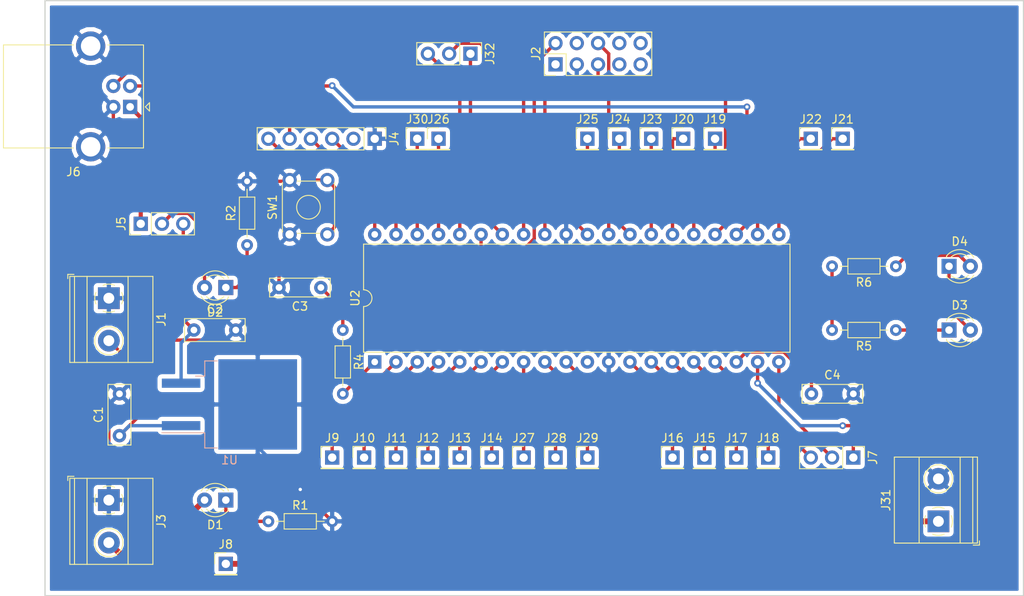
<source format=kicad_pcb>
(kicad_pcb (version 20171130) (host pcbnew "(5.0.1)-3")

  (general
    (thickness 1.6)
    (drawings 5)
    (tracks 168)
    (zones 0)
    (modules 48)
    (nets 47)
  )

  (page A4)
  (layers
    (0 F.Cu signal)
    (31 B.Cu signal)
    (32 B.Adhes user)
    (33 F.Adhes user)
    (34 B.Paste user)
    (35 F.Paste user)
    (36 B.SilkS user)
    (37 F.SilkS user)
    (38 B.Mask user)
    (39 F.Mask user)
    (40 Dwgs.User user)
    (41 Cmts.User user)
    (42 Eco1.User user)
    (43 Eco2.User user)
    (44 Edge.Cuts user)
    (45 Margin user)
    (46 B.CrtYd user)
    (47 F.CrtYd user)
    (48 B.Fab user)
    (49 F.Fab user)
  )

  (setup
    (last_trace_width 0.4)
    (trace_clearance 0.2)
    (zone_clearance 0.508)
    (zone_45_only no)
    (trace_min 0.2)
    (segment_width 0.2)
    (edge_width 0.15)
    (via_size 0.8)
    (via_drill 0.4)
    (via_min_size 0.4)
    (via_min_drill 0.3)
    (uvia_size 0.3)
    (uvia_drill 0.1)
    (uvias_allowed no)
    (uvia_min_size 0.2)
    (uvia_min_drill 0.1)
    (pcb_text_width 0.3)
    (pcb_text_size 1.5 1.5)
    (mod_edge_width 0.15)
    (mod_text_size 1 1)
    (mod_text_width 0.15)
    (pad_size 1.524 1.524)
    (pad_drill 0.762)
    (pad_to_mask_clearance 0.2)
    (solder_mask_min_width 0.25)
    (aux_axis_origin 0 0)
    (visible_elements 7FFFF7FF)
    (pcbplotparams
      (layerselection 0x010fc_ffffffff)
      (usegerberextensions false)
      (usegerberattributes false)
      (usegerberadvancedattributes false)
      (creategerberjobfile false)
      (excludeedgelayer true)
      (linewidth 0.100000)
      (plotframeref false)
      (viasonmask false)
      (mode 1)
      (useauxorigin false)
      (hpglpennumber 1)
      (hpglpenspeed 20)
      (hpglpendiameter 15.000000)
      (psnegative false)
      (psa4output false)
      (plotreference true)
      (plotvalue true)
      (plotinvisibletext false)
      (padsonsilk false)
      (subtractmaskfromsilk false)
      (outputformat 1)
      (mirror false)
      (drillshape 1)
      (scaleselection 1)
      (outputdirectory ""))
  )

  (net 0 "")
  (net 1 GND)
  (net 2 "Net-(C1-Pad1)")
  (net 3 "Net-(C2-Pad1)")
  (net 4 VCC)
  (net 5 VBUS)
  (net 6 +12V)
  (net 7 "Net-(D1-Pad1)")
  (net 8 "Net-(D2-Pad1)")
  (net 9 IN1)
  (net 10 "Net-(D3-Pad1)")
  (net 11 "Net-(D4-Pad2)")
  (net 12 ENC_CHA)
  (net 13 ENC_CHB)
  (net 14 PGC)
  (net 15 PGD)
  (net 16 MCLR)
  (net 17 +5V)
  (net 18 IN2)
  (net 19 EN)
  (net 20 "Net-(J9-Pad1)")
  (net 21 "Net-(J10-Pad1)")
  (net 22 "Net-(J11-Pad1)")
  (net 23 "Net-(J12-Pad1)")
  (net 24 "Net-(J13-Pad1)")
  (net 25 "Net-(J14-Pad1)")
  (net 26 "Net-(J15-Pad1)")
  (net 27 "Net-(J16-Pad1)")
  (net 28 "Net-(J17-Pad1)")
  (net 29 "Net-(J18-Pad1)")
  (net 30 "Net-(J19-Pad1)")
  (net 31 "Net-(J20-Pad1)")
  (net 32 "Net-(J21-Pad1)")
  (net 33 "Net-(J22-Pad1)")
  (net 34 "Net-(J23-Pad1)")
  (net 35 "Net-(J24-Pad1)")
  (net 36 "Net-(J25-Pad1)")
  (net 37 "Net-(J26-Pad1)")
  (net 38 "Net-(J27-Pad1)")
  (net 39 "Net-(J28-Pad1)")
  (net 40 "Net-(J29-Pad1)")
  (net 41 SCK)
  (net 42 D-)
  (net 43 D+)
  (net 44 "Net-(J30-Pad1)")
  (net 45 SDI)
  (net 46 SS)

  (net_class Default "Ceci est la Netclass par défaut."
    (clearance 0.2)
    (trace_width 0.4)
    (via_dia 0.8)
    (via_drill 0.4)
    (uvia_dia 0.3)
    (uvia_drill 0.1)
    (add_net D+)
    (add_net D-)
    (add_net EN)
    (add_net ENC_CHA)
    (add_net ENC_CHB)
    (add_net GND)
    (add_net IN1)
    (add_net IN2)
    (add_net MCLR)
    (add_net "Net-(C1-Pad1)")
    (add_net "Net-(C2-Pad1)")
    (add_net "Net-(D1-Pad1)")
    (add_net "Net-(D2-Pad1)")
    (add_net "Net-(D3-Pad1)")
    (add_net "Net-(D4-Pad2)")
    (add_net "Net-(J10-Pad1)")
    (add_net "Net-(J11-Pad1)")
    (add_net "Net-(J12-Pad1)")
    (add_net "Net-(J13-Pad1)")
    (add_net "Net-(J14-Pad1)")
    (add_net "Net-(J15-Pad1)")
    (add_net "Net-(J16-Pad1)")
    (add_net "Net-(J17-Pad1)")
    (add_net "Net-(J18-Pad1)")
    (add_net "Net-(J19-Pad1)")
    (add_net "Net-(J20-Pad1)")
    (add_net "Net-(J21-Pad1)")
    (add_net "Net-(J22-Pad1)")
    (add_net "Net-(J23-Pad1)")
    (add_net "Net-(J24-Pad1)")
    (add_net "Net-(J25-Pad1)")
    (add_net "Net-(J26-Pad1)")
    (add_net "Net-(J27-Pad1)")
    (add_net "Net-(J28-Pad1)")
    (add_net "Net-(J29-Pad1)")
    (add_net "Net-(J30-Pad1)")
    (add_net "Net-(J9-Pad1)")
    (add_net PGC)
    (add_net PGD)
    (add_net SCK)
    (add_net SDI)
    (add_net SS)
    (add_net VBUS)
    (add_net VCC)
  )

  (net_class 12V/50A ""
    (clearance 0.2)
    (trace_width 0.7)
    (via_dia 0.8)
    (via_drill 0.4)
    (uvia_dia 0.3)
    (uvia_drill 0.1)
    (add_net +12V)
  )

  (net_class 5V/500mA ""
    (clearance 0.2)
    (trace_width 0.5)
    (via_dia 0.8)
    (via_drill 0.4)
    (uvia_dia 0.3)
    (uvia_drill 0.1)
    (add_net +5V)
  )

  (module Capacitor_THT:C_Rect_L7.0mm_W2.5mm_P5.00mm (layer F.Cu) (tedit 5AE50EF0) (tstamp 5BE5E125)
    (at 102.87 109.14 90)
    (descr "C, Rect series, Radial, pin pitch=5.00mm, , length*width=7*2.5mm^2, Capacitor")
    (tags "C Rect series Radial pin pitch 5.00mm  length 7mm width 2.5mm Capacitor")
    (path /5BD9CC85)
    (fp_text reference C1 (at 2.5 -2.5 90) (layer F.SilkS)
      (effects (font (size 1 1) (thickness 0.15)))
    )
    (fp_text value 330nF (at 2.5 2.5 90) (layer F.Fab)
      (effects (font (size 1 1) (thickness 0.15)))
    )
    (fp_text user %R (at 2.5 0 90) (layer F.Fab)
      (effects (font (size 1 1) (thickness 0.15)))
    )
    (fp_line (start 6.25 -1.5) (end -1.25 -1.5) (layer F.CrtYd) (width 0.05))
    (fp_line (start 6.25 1.5) (end 6.25 -1.5) (layer F.CrtYd) (width 0.05))
    (fp_line (start -1.25 1.5) (end 6.25 1.5) (layer F.CrtYd) (width 0.05))
    (fp_line (start -1.25 -1.5) (end -1.25 1.5) (layer F.CrtYd) (width 0.05))
    (fp_line (start 6.12 -1.37) (end 6.12 1.37) (layer F.SilkS) (width 0.12))
    (fp_line (start -1.12 -1.37) (end -1.12 1.37) (layer F.SilkS) (width 0.12))
    (fp_line (start -1.12 1.37) (end 6.12 1.37) (layer F.SilkS) (width 0.12))
    (fp_line (start -1.12 -1.37) (end 6.12 -1.37) (layer F.SilkS) (width 0.12))
    (fp_line (start 6 -1.25) (end -1 -1.25) (layer F.Fab) (width 0.1))
    (fp_line (start 6 1.25) (end 6 -1.25) (layer F.Fab) (width 0.1))
    (fp_line (start -1 1.25) (end 6 1.25) (layer F.Fab) (width 0.1))
    (fp_line (start -1 -1.25) (end -1 1.25) (layer F.Fab) (width 0.1))
    (pad 2 thru_hole circle (at 5 0 90) (size 1.6 1.6) (drill 0.8) (layers *.Cu *.Mask)
      (net 1 GND))
    (pad 1 thru_hole circle (at 0 0 90) (size 1.6 1.6) (drill 0.8) (layers *.Cu *.Mask)
      (net 2 "Net-(C1-Pad1)"))
    (model ${KISYS3DMOD}/Capacitor_THT.3dshapes/C_Rect_L7.0mm_W2.5mm_P5.00mm.wrl
      (at (xyz 0 0 0))
      (scale (xyz 1 1 1))
      (rotate (xyz 0 0 0))
    )
  )

  (module Capacitor_THT:C_Rect_L7.0mm_W2.5mm_P5.00mm (layer F.Cu) (tedit 5AE50EF0) (tstamp 5BE5E46E)
    (at 111.76 96.52)
    (descr "C, Rect series, Radial, pin pitch=5.00mm, , length*width=7*2.5mm^2, Capacitor")
    (tags "C Rect series Radial pin pitch 5.00mm  length 7mm width 2.5mm Capacitor")
    (path /5BD9CE0C)
    (fp_text reference C2 (at 2.5 -2.5) (layer F.SilkS)
      (effects (font (size 1 1) (thickness 0.15)))
    )
    (fp_text value 100nF (at 2.5 2.5) (layer F.Fab)
      (effects (font (size 1 1) (thickness 0.15)))
    )
    (fp_line (start -1 -1.25) (end -1 1.25) (layer F.Fab) (width 0.1))
    (fp_line (start -1 1.25) (end 6 1.25) (layer F.Fab) (width 0.1))
    (fp_line (start 6 1.25) (end 6 -1.25) (layer F.Fab) (width 0.1))
    (fp_line (start 6 -1.25) (end -1 -1.25) (layer F.Fab) (width 0.1))
    (fp_line (start -1.12 -1.37) (end 6.12 -1.37) (layer F.SilkS) (width 0.12))
    (fp_line (start -1.12 1.37) (end 6.12 1.37) (layer F.SilkS) (width 0.12))
    (fp_line (start -1.12 -1.37) (end -1.12 1.37) (layer F.SilkS) (width 0.12))
    (fp_line (start 6.12 -1.37) (end 6.12 1.37) (layer F.SilkS) (width 0.12))
    (fp_line (start -1.25 -1.5) (end -1.25 1.5) (layer F.CrtYd) (width 0.05))
    (fp_line (start -1.25 1.5) (end 6.25 1.5) (layer F.CrtYd) (width 0.05))
    (fp_line (start 6.25 1.5) (end 6.25 -1.5) (layer F.CrtYd) (width 0.05))
    (fp_line (start 6.25 -1.5) (end -1.25 -1.5) (layer F.CrtYd) (width 0.05))
    (fp_text user %R (at 2.5 0) (layer F.Fab)
      (effects (font (size 1 1) (thickness 0.15)))
    )
    (pad 1 thru_hole circle (at 0 0) (size 1.6 1.6) (drill 0.8) (layers *.Cu *.Mask)
      (net 3 "Net-(C2-Pad1)"))
    (pad 2 thru_hole circle (at 5 0) (size 1.6 1.6) (drill 0.8) (layers *.Cu *.Mask)
      (net 1 GND))
    (model ${KISYS3DMOD}/Capacitor_THT.3dshapes/C_Rect_L7.0mm_W2.5mm_P5.00mm.wrl
      (at (xyz 0 0 0))
      (scale (xyz 1 1 1))
      (rotate (xyz 0 0 0))
    )
  )

  (module Capacitor_THT:C_Rect_L7.0mm_W2.0mm_P5.00mm (layer F.Cu) (tedit 5AE50EF0) (tstamp 5BE5E3A5)
    (at 126.92 91.44 180)
    (descr "C, Rect series, Radial, pin pitch=5.00mm, , length*width=7*2mm^2, Capacitor")
    (tags "C Rect series Radial pin pitch 5.00mm  length 7mm width 2mm Capacitor")
    (path /5C002DB4)
    (fp_text reference C3 (at 2.5 -2.25 180) (layer F.SilkS)
      (effects (font (size 1 1) (thickness 0.15)))
    )
    (fp_text value 100nF (at 2.5 2.25 180) (layer F.Fab)
      (effects (font (size 1 1) (thickness 0.15)))
    )
    (fp_text user %R (at 2.5 0 180) (layer F.Fab)
      (effects (font (size 1 1) (thickness 0.15)))
    )
    (fp_line (start 6.25 -1.25) (end -1.25 -1.25) (layer F.CrtYd) (width 0.05))
    (fp_line (start 6.25 1.25) (end 6.25 -1.25) (layer F.CrtYd) (width 0.05))
    (fp_line (start -1.25 1.25) (end 6.25 1.25) (layer F.CrtYd) (width 0.05))
    (fp_line (start -1.25 -1.25) (end -1.25 1.25) (layer F.CrtYd) (width 0.05))
    (fp_line (start 6.12 -1.12) (end 6.12 1.12) (layer F.SilkS) (width 0.12))
    (fp_line (start -1.12 -1.12) (end -1.12 1.12) (layer F.SilkS) (width 0.12))
    (fp_line (start -1.12 1.12) (end 6.12 1.12) (layer F.SilkS) (width 0.12))
    (fp_line (start -1.12 -1.12) (end 6.12 -1.12) (layer F.SilkS) (width 0.12))
    (fp_line (start 6 -1) (end -1 -1) (layer F.Fab) (width 0.1))
    (fp_line (start 6 1) (end 6 -1) (layer F.Fab) (width 0.1))
    (fp_line (start -1 1) (end 6 1) (layer F.Fab) (width 0.1))
    (fp_line (start -1 -1) (end -1 1) (layer F.Fab) (width 0.1))
    (pad 2 thru_hole circle (at 5 0 180) (size 1.6 1.6) (drill 0.8) (layers *.Cu *.Mask)
      (net 1 GND))
    (pad 1 thru_hole circle (at 0 0 180) (size 1.6 1.6) (drill 0.8) (layers *.Cu *.Mask)
      (net 4 VCC))
    (model ${KISYS3DMOD}/Capacitor_THT.3dshapes/C_Rect_L7.0mm_W2.0mm_P5.00mm.wrl
      (at (xyz 0 0 0))
      (scale (xyz 1 1 1))
      (rotate (xyz 0 0 0))
    )
  )

  (module Capacitor_THT:C_Rect_L7.0mm_W2.0mm_P5.00mm (layer F.Cu) (tedit 5AE50EF0) (tstamp 5BE76A91)
    (at 185.5 104.14)
    (descr "C, Rect series, Radial, pin pitch=5.00mm, , length*width=7*2mm^2, Capacitor")
    (tags "C Rect series Radial pin pitch 5.00mm  length 7mm width 2mm Capacitor")
    (path /5BDFF535)
    (fp_text reference C4 (at 2.5 -2.25) (layer F.SilkS)
      (effects (font (size 1 1) (thickness 0.15)))
    )
    (fp_text value 100nF (at 2.5 2.25) (layer F.Fab)
      (effects (font (size 1 1) (thickness 0.15)))
    )
    (fp_line (start -1 -1) (end -1 1) (layer F.Fab) (width 0.1))
    (fp_line (start -1 1) (end 6 1) (layer F.Fab) (width 0.1))
    (fp_line (start 6 1) (end 6 -1) (layer F.Fab) (width 0.1))
    (fp_line (start 6 -1) (end -1 -1) (layer F.Fab) (width 0.1))
    (fp_line (start -1.12 -1.12) (end 6.12 -1.12) (layer F.SilkS) (width 0.12))
    (fp_line (start -1.12 1.12) (end 6.12 1.12) (layer F.SilkS) (width 0.12))
    (fp_line (start -1.12 -1.12) (end -1.12 1.12) (layer F.SilkS) (width 0.12))
    (fp_line (start 6.12 -1.12) (end 6.12 1.12) (layer F.SilkS) (width 0.12))
    (fp_line (start -1.25 -1.25) (end -1.25 1.25) (layer F.CrtYd) (width 0.05))
    (fp_line (start -1.25 1.25) (end 6.25 1.25) (layer F.CrtYd) (width 0.05))
    (fp_line (start 6.25 1.25) (end 6.25 -1.25) (layer F.CrtYd) (width 0.05))
    (fp_line (start 6.25 -1.25) (end -1.25 -1.25) (layer F.CrtYd) (width 0.05))
    (fp_text user %R (at 2.54 0) (layer F.Fab)
      (effects (font (size 1 1) (thickness 0.15)))
    )
    (pad 1 thru_hole circle (at 0 0) (size 1.6 1.6) (drill 0.8) (layers *.Cu *.Mask)
      (net 5 VBUS))
    (pad 2 thru_hole circle (at 5 0) (size 1.6 1.6) (drill 0.8) (layers *.Cu *.Mask)
      (net 1 GND))
    (model ${KISYS3DMOD}/Capacitor_THT.3dshapes/C_Rect_L7.0mm_W2.0mm_P5.00mm.wrl
      (at (xyz 0 0 0))
      (scale (xyz 1 1 1))
      (rotate (xyz 0 0 0))
    )
  )

  (module LED_THT:LED_D3.0mm (layer F.Cu) (tedit 587A3A7B) (tstamp 5BE5DF83)
    (at 115.57 116.84 180)
    (descr "LED, diameter 3.0mm, 2 pins")
    (tags "LED diameter 3.0mm 2 pins")
    (path /5C021851)
    (fp_text reference D1 (at 1.27 -2.96 180) (layer F.SilkS)
      (effects (font (size 1 1) (thickness 0.15)))
    )
    (fp_text value LED_POWER (at 1.27 2.96 180) (layer F.Fab)
      (effects (font (size 1 1) (thickness 0.15)))
    )
    (fp_line (start 3.7 -2.25) (end -1.15 -2.25) (layer F.CrtYd) (width 0.05))
    (fp_line (start 3.7 2.25) (end 3.7 -2.25) (layer F.CrtYd) (width 0.05))
    (fp_line (start -1.15 2.25) (end 3.7 2.25) (layer F.CrtYd) (width 0.05))
    (fp_line (start -1.15 -2.25) (end -1.15 2.25) (layer F.CrtYd) (width 0.05))
    (fp_line (start -0.29 1.08) (end -0.29 1.236) (layer F.SilkS) (width 0.12))
    (fp_line (start -0.29 -1.236) (end -0.29 -1.08) (layer F.SilkS) (width 0.12))
    (fp_line (start -0.23 -1.16619) (end -0.23 1.16619) (layer F.Fab) (width 0.1))
    (fp_circle (center 1.27 0) (end 2.77 0) (layer F.Fab) (width 0.1))
    (fp_arc (start 1.27 0) (end 0.229039 1.08) (angle -87.9) (layer F.SilkS) (width 0.12))
    (fp_arc (start 1.27 0) (end 0.229039 -1.08) (angle 87.9) (layer F.SilkS) (width 0.12))
    (fp_arc (start 1.27 0) (end -0.29 1.235516) (angle -108.8) (layer F.SilkS) (width 0.12))
    (fp_arc (start 1.27 0) (end -0.29 -1.235516) (angle 108.8) (layer F.SilkS) (width 0.12))
    (fp_arc (start 1.27 0) (end -0.23 -1.16619) (angle 284.3) (layer F.Fab) (width 0.1))
    (pad 2 thru_hole circle (at 2.54 0 180) (size 1.8 1.8) (drill 0.9) (layers *.Cu *.Mask)
      (net 6 +12V))
    (pad 1 thru_hole rect (at 0 0 180) (size 1.8 1.8) (drill 0.9) (layers *.Cu *.Mask)
      (net 7 "Net-(D1-Pad1)"))
    (model ${KISYS3DMOD}/LED_THT.3dshapes/LED_D3.0mm.wrl
      (at (xyz 0 0 0))
      (scale (xyz 1 1 1))
      (rotate (xyz 0 0 0))
    )
  )

  (module LED_THT:LED_D3.0mm (layer F.Cu) (tedit 587A3A7B) (tstamp 5BE76AB7)
    (at 115.57 91.44 180)
    (descr "LED, diameter 3.0mm, 2 pins")
    (tags "LED diameter 3.0mm 2 pins")
    (path /5BFEA33D)
    (fp_text reference D2 (at 1.27 -2.96 180) (layer F.SilkS)
      (effects (font (size 1 1) (thickness 0.15)))
    )
    (fp_text value LED_SUPPLY (at 1.27 2.96 180) (layer F.Fab)
      (effects (font (size 1 1) (thickness 0.15)))
    )
    (fp_arc (start 1.27 0) (end -0.23 -1.16619) (angle 284.3) (layer F.Fab) (width 0.1))
    (fp_arc (start 1.27 0) (end -0.29 -1.235516) (angle 108.8) (layer F.SilkS) (width 0.12))
    (fp_arc (start 1.27 0) (end -0.29 1.235516) (angle -108.8) (layer F.SilkS) (width 0.12))
    (fp_arc (start 1.27 0) (end 0.229039 -1.08) (angle 87.9) (layer F.SilkS) (width 0.12))
    (fp_arc (start 1.27 0) (end 0.229039 1.08) (angle -87.9) (layer F.SilkS) (width 0.12))
    (fp_circle (center 1.27 0) (end 2.77 0) (layer F.Fab) (width 0.1))
    (fp_line (start -0.23 -1.16619) (end -0.23 1.16619) (layer F.Fab) (width 0.1))
    (fp_line (start -0.29 -1.236) (end -0.29 -1.08) (layer F.SilkS) (width 0.12))
    (fp_line (start -0.29 1.08) (end -0.29 1.236) (layer F.SilkS) (width 0.12))
    (fp_line (start -1.15 -2.25) (end -1.15 2.25) (layer F.CrtYd) (width 0.05))
    (fp_line (start -1.15 2.25) (end 3.7 2.25) (layer F.CrtYd) (width 0.05))
    (fp_line (start 3.7 2.25) (end 3.7 -2.25) (layer F.CrtYd) (width 0.05))
    (fp_line (start 3.7 -2.25) (end -1.15 -2.25) (layer F.CrtYd) (width 0.05))
    (pad 1 thru_hole rect (at 0 0 180) (size 1.8 1.8) (drill 0.9) (layers *.Cu *.Mask)
      (net 8 "Net-(D2-Pad1)"))
    (pad 2 thru_hole circle (at 2.54 0 180) (size 1.8 1.8) (drill 0.9) (layers *.Cu *.Mask)
      (net 4 VCC))
    (model ${KISYS3DMOD}/LED_THT.3dshapes/LED_D3.0mm.wrl
      (at (xyz 0 0 0))
      (scale (xyz 1 1 1))
      (rotate (xyz 0 0 0))
    )
  )

  (module LED_THT:LED_D3.0mm (layer F.Cu) (tedit 587A3A7B) (tstamp 5BE76ACA)
    (at 201.93 96.52)
    (descr "LED, diameter 3.0mm, 2 pins")
    (tags "LED diameter 3.0mm 2 pins")
    (path /5BFEDBFB)
    (fp_text reference D3 (at 1.27 -2.96) (layer F.SilkS)
      (effects (font (size 1 1) (thickness 0.15)))
    )
    (fp_text value LED (at 1.27 2.96) (layer F.Fab)
      (effects (font (size 1 1) (thickness 0.15)))
    )
    (fp_line (start 3.7 -2.25) (end -1.15 -2.25) (layer F.CrtYd) (width 0.05))
    (fp_line (start 3.7 2.25) (end 3.7 -2.25) (layer F.CrtYd) (width 0.05))
    (fp_line (start -1.15 2.25) (end 3.7 2.25) (layer F.CrtYd) (width 0.05))
    (fp_line (start -1.15 -2.25) (end -1.15 2.25) (layer F.CrtYd) (width 0.05))
    (fp_line (start -0.29 1.08) (end -0.29 1.236) (layer F.SilkS) (width 0.12))
    (fp_line (start -0.29 -1.236) (end -0.29 -1.08) (layer F.SilkS) (width 0.12))
    (fp_line (start -0.23 -1.16619) (end -0.23 1.16619) (layer F.Fab) (width 0.1))
    (fp_circle (center 1.27 0) (end 2.77 0) (layer F.Fab) (width 0.1))
    (fp_arc (start 1.27 0) (end 0.229039 1.08) (angle -87.9) (layer F.SilkS) (width 0.12))
    (fp_arc (start 1.27 0) (end 0.229039 -1.08) (angle 87.9) (layer F.SilkS) (width 0.12))
    (fp_arc (start 1.27 0) (end -0.29 1.235516) (angle -108.8) (layer F.SilkS) (width 0.12))
    (fp_arc (start 1.27 0) (end -0.29 -1.235516) (angle 108.8) (layer F.SilkS) (width 0.12))
    (fp_arc (start 1.27 0) (end -0.23 -1.16619) (angle 284.3) (layer F.Fab) (width 0.1))
    (pad 2 thru_hole circle (at 2.54 0) (size 1.8 1.8) (drill 0.9) (layers *.Cu *.Mask)
      (net 9 IN1))
    (pad 1 thru_hole rect (at 0 0) (size 1.8 1.8) (drill 0.9) (layers *.Cu *.Mask)
      (net 10 "Net-(D3-Pad1)"))
    (model ${KISYS3DMOD}/LED_THT.3dshapes/LED_D3.0mm.wrl
      (at (xyz 0 0 0))
      (scale (xyz 1 1 1))
      (rotate (xyz 0 0 0))
    )
  )

  (module LED_THT:LED_D3.0mm (layer F.Cu) (tedit 587A3A7B) (tstamp 5BE76ADD)
    (at 201.93 88.9)
    (descr "LED, diameter 3.0mm, 2 pins")
    (tags "LED diameter 3.0mm 2 pins")
    (path /5BFEFB97)
    (fp_text reference D4 (at 1.27 -2.96) (layer F.SilkS)
      (effects (font (size 1 1) (thickness 0.15)))
    )
    (fp_text value LED (at 1.27 2.96) (layer F.Fab)
      (effects (font (size 1 1) (thickness 0.15)))
    )
    (fp_arc (start 1.27 0) (end -0.23 -1.16619) (angle 284.3) (layer F.Fab) (width 0.1))
    (fp_arc (start 1.27 0) (end -0.29 -1.235516) (angle 108.8) (layer F.SilkS) (width 0.12))
    (fp_arc (start 1.27 0) (end -0.29 1.235516) (angle -108.8) (layer F.SilkS) (width 0.12))
    (fp_arc (start 1.27 0) (end 0.229039 -1.08) (angle 87.9) (layer F.SilkS) (width 0.12))
    (fp_arc (start 1.27 0) (end 0.229039 1.08) (angle -87.9) (layer F.SilkS) (width 0.12))
    (fp_circle (center 1.27 0) (end 2.77 0) (layer F.Fab) (width 0.1))
    (fp_line (start -0.23 -1.16619) (end -0.23 1.16619) (layer F.Fab) (width 0.1))
    (fp_line (start -0.29 -1.236) (end -0.29 -1.08) (layer F.SilkS) (width 0.12))
    (fp_line (start -0.29 1.08) (end -0.29 1.236) (layer F.SilkS) (width 0.12))
    (fp_line (start -1.15 -2.25) (end -1.15 2.25) (layer F.CrtYd) (width 0.05))
    (fp_line (start -1.15 2.25) (end 3.7 2.25) (layer F.CrtYd) (width 0.05))
    (fp_line (start 3.7 2.25) (end 3.7 -2.25) (layer F.CrtYd) (width 0.05))
    (fp_line (start 3.7 -2.25) (end -1.15 -2.25) (layer F.CrtYd) (width 0.05))
    (pad 1 thru_hole rect (at 0 0) (size 1.8 1.8) (drill 0.9) (layers *.Cu *.Mask)
      (net 9 IN1))
    (pad 2 thru_hole circle (at 2.54 0) (size 1.8 1.8) (drill 0.9) (layers *.Cu *.Mask)
      (net 11 "Net-(D4-Pad2)"))
    (model ${KISYS3DMOD}/LED_THT.3dshapes/LED_D3.0mm.wrl
      (at (xyz 0 0 0))
      (scale (xyz 1 1 1))
      (rotate (xyz 0 0 0))
    )
  )

  (module TerminalBlock_Phoenix:TerminalBlock_Phoenix_MKDS-1,5-2-5.08_1x02_P5.08mm_Horizontal (layer F.Cu) (tedit 5B294EBC) (tstamp 5BE76B09)
    (at 101.6 92.71 270)
    (descr "Terminal Block Phoenix MKDS-1,5-2-5.08, 2 pins, pitch 5.08mm, size 10.2x9.8mm^2, drill diamater 1.3mm, pad diameter 2.6mm, see http://www.farnell.com/datasheets/100425.pdf, script-generated using https://github.com/pointhi/kicad-footprint-generator/scripts/TerminalBlock_Phoenix")
    (tags "THT Terminal Block Phoenix MKDS-1,5-2-5.08 pitch 5.08mm size 10.2x9.8mm^2 drill 1.3mm pad 2.6mm")
    (path /5BFDAAB3)
    (fp_text reference J1 (at 2.54 -6.26 270) (layer F.SilkS)
      (effects (font (size 1 1) (thickness 0.15)))
    )
    (fp_text value EXT_SUPPLY_POWER (at 2.54 5.66 270) (layer F.Fab)
      (effects (font (size 1 1) (thickness 0.15)))
    )
    (fp_arc (start 0 0) (end 0 1.68) (angle -24) (layer F.SilkS) (width 0.12))
    (fp_arc (start 0 0) (end 1.535 0.684) (angle -48) (layer F.SilkS) (width 0.12))
    (fp_arc (start 0 0) (end 0.684 -1.535) (angle -48) (layer F.SilkS) (width 0.12))
    (fp_arc (start 0 0) (end -1.535 -0.684) (angle -48) (layer F.SilkS) (width 0.12))
    (fp_arc (start 0 0) (end -0.684 1.535) (angle -25) (layer F.SilkS) (width 0.12))
    (fp_circle (center 0 0) (end 1.5 0) (layer F.Fab) (width 0.1))
    (fp_circle (center 5.08 0) (end 6.58 0) (layer F.Fab) (width 0.1))
    (fp_circle (center 5.08 0) (end 6.76 0) (layer F.SilkS) (width 0.12))
    (fp_line (start -2.54 -5.2) (end 7.62 -5.2) (layer F.Fab) (width 0.1))
    (fp_line (start 7.62 -5.2) (end 7.62 4.6) (layer F.Fab) (width 0.1))
    (fp_line (start 7.62 4.6) (end -2.04 4.6) (layer F.Fab) (width 0.1))
    (fp_line (start -2.04 4.6) (end -2.54 4.1) (layer F.Fab) (width 0.1))
    (fp_line (start -2.54 4.1) (end -2.54 -5.2) (layer F.Fab) (width 0.1))
    (fp_line (start -2.54 4.1) (end 7.62 4.1) (layer F.Fab) (width 0.1))
    (fp_line (start -2.6 4.1) (end 7.68 4.1) (layer F.SilkS) (width 0.12))
    (fp_line (start -2.54 2.6) (end 7.62 2.6) (layer F.Fab) (width 0.1))
    (fp_line (start -2.6 2.6) (end 7.68 2.6) (layer F.SilkS) (width 0.12))
    (fp_line (start -2.54 -2.3) (end 7.62 -2.3) (layer F.Fab) (width 0.1))
    (fp_line (start -2.6 -2.301) (end 7.68 -2.301) (layer F.SilkS) (width 0.12))
    (fp_line (start -2.6 -5.261) (end 7.68 -5.261) (layer F.SilkS) (width 0.12))
    (fp_line (start -2.6 4.66) (end 7.68 4.66) (layer F.SilkS) (width 0.12))
    (fp_line (start -2.6 -5.261) (end -2.6 4.66) (layer F.SilkS) (width 0.12))
    (fp_line (start 7.68 -5.261) (end 7.68 4.66) (layer F.SilkS) (width 0.12))
    (fp_line (start 1.138 -0.955) (end -0.955 1.138) (layer F.Fab) (width 0.1))
    (fp_line (start 0.955 -1.138) (end -1.138 0.955) (layer F.Fab) (width 0.1))
    (fp_line (start 6.218 -0.955) (end 4.126 1.138) (layer F.Fab) (width 0.1))
    (fp_line (start 6.035 -1.138) (end 3.943 0.955) (layer F.Fab) (width 0.1))
    (fp_line (start 6.355 -1.069) (end 6.308 -1.023) (layer F.SilkS) (width 0.12))
    (fp_line (start 4.046 1.239) (end 4.011 1.274) (layer F.SilkS) (width 0.12))
    (fp_line (start 6.15 -1.275) (end 6.115 -1.239) (layer F.SilkS) (width 0.12))
    (fp_line (start 3.853 1.023) (end 3.806 1.069) (layer F.SilkS) (width 0.12))
    (fp_line (start -2.84 4.16) (end -2.84 4.9) (layer F.SilkS) (width 0.12))
    (fp_line (start -2.84 4.9) (end -2.34 4.9) (layer F.SilkS) (width 0.12))
    (fp_line (start -3.04 -5.71) (end -3.04 5.1) (layer F.CrtYd) (width 0.05))
    (fp_line (start -3.04 5.1) (end 8.13 5.1) (layer F.CrtYd) (width 0.05))
    (fp_line (start 8.13 5.1) (end 8.13 -5.71) (layer F.CrtYd) (width 0.05))
    (fp_line (start 8.13 -5.71) (end -3.04 -5.71) (layer F.CrtYd) (width 0.05))
    (fp_text user %R (at 2.54 3.2 270) (layer F.Fab)
      (effects (font (size 1 1) (thickness 0.15)))
    )
    (pad 1 thru_hole rect (at 0 0 270) (size 2.6 2.6) (drill 1.3) (layers *.Cu *.Mask)
      (net 1 GND))
    (pad 2 thru_hole circle (at 5.08 0 270) (size 2.6 2.6) (drill 1.3) (layers *.Cu *.Mask)
      (net 2 "Net-(C1-Pad1)"))
    (model ${KISYS3DMOD}/TerminalBlock_Phoenix.3dshapes/TerminalBlock_Phoenix_MKDS-1,5-2-5.08_1x02_P5.08mm_Horizontal.wrl
      (at (xyz 0 0 0))
      (scale (xyz 1 1 1))
      (rotate (xyz 0 0 0))
    )
  )

  (module Connector_PinHeader_2.54mm:PinHeader_2x05_P2.54mm_Vertical (layer F.Cu) (tedit 59FED5CC) (tstamp 5BE76B29)
    (at 154.94 64.77 90)
    (descr "Through hole straight pin header, 2x05, 2.54mm pitch, double rows")
    (tags "Through hole pin header THT 2x05 2.54mm double row")
    (path /5BFDBDB3)
    (fp_text reference J2 (at 1.27 -2.33 90) (layer F.SilkS)
      (effects (font (size 1 1) (thickness 0.15)))
    )
    (fp_text value ENCODER (at 1.27 12.49 90) (layer F.Fab)
      (effects (font (size 1 1) (thickness 0.15)))
    )
    (fp_line (start 0 -1.27) (end 3.81 -1.27) (layer F.Fab) (width 0.1))
    (fp_line (start 3.81 -1.27) (end 3.81 11.43) (layer F.Fab) (width 0.1))
    (fp_line (start 3.81 11.43) (end -1.27 11.43) (layer F.Fab) (width 0.1))
    (fp_line (start -1.27 11.43) (end -1.27 0) (layer F.Fab) (width 0.1))
    (fp_line (start -1.27 0) (end 0 -1.27) (layer F.Fab) (width 0.1))
    (fp_line (start -1.33 11.49) (end 3.87 11.49) (layer F.SilkS) (width 0.12))
    (fp_line (start -1.33 1.27) (end -1.33 11.49) (layer F.SilkS) (width 0.12))
    (fp_line (start 3.87 -1.33) (end 3.87 11.49) (layer F.SilkS) (width 0.12))
    (fp_line (start -1.33 1.27) (end 1.27 1.27) (layer F.SilkS) (width 0.12))
    (fp_line (start 1.27 1.27) (end 1.27 -1.33) (layer F.SilkS) (width 0.12))
    (fp_line (start 1.27 -1.33) (end 3.87 -1.33) (layer F.SilkS) (width 0.12))
    (fp_line (start -1.33 0) (end -1.33 -1.33) (layer F.SilkS) (width 0.12))
    (fp_line (start -1.33 -1.33) (end 0 -1.33) (layer F.SilkS) (width 0.12))
    (fp_line (start -1.8 -1.8) (end -1.8 11.95) (layer F.CrtYd) (width 0.05))
    (fp_line (start -1.8 11.95) (end 4.35 11.95) (layer F.CrtYd) (width 0.05))
    (fp_line (start 4.35 11.95) (end 4.35 -1.8) (layer F.CrtYd) (width 0.05))
    (fp_line (start 4.35 -1.8) (end -1.8 -1.8) (layer F.CrtYd) (width 0.05))
    (fp_text user %R (at 1.27 5.08 180) (layer F.Fab)
      (effects (font (size 1 1) (thickness 0.15)))
    )
    (pad 1 thru_hole rect (at 0 0 90) (size 1.7 1.7) (drill 1) (layers *.Cu *.Mask))
    (pad 2 thru_hole oval (at 2.54 0 90) (size 1.7 1.7) (drill 1) (layers *.Cu *.Mask)
      (net 12 ENC_CHA))
    (pad 3 thru_hole oval (at 0 2.54 90) (size 1.7 1.7) (drill 1) (layers *.Cu *.Mask)
      (net 1 GND))
    (pad 4 thru_hole oval (at 2.54 2.54 90) (size 1.7 1.7) (drill 1) (layers *.Cu *.Mask))
    (pad 5 thru_hole oval (at 0 5.08 90) (size 1.7 1.7) (drill 1) (layers *.Cu *.Mask)
      (net 4 VCC))
    (pad 6 thru_hole oval (at 2.54 5.08 90) (size 1.7 1.7) (drill 1) (layers *.Cu *.Mask)
      (net 13 ENC_CHB))
    (pad 7 thru_hole oval (at 0 7.62 90) (size 1.7 1.7) (drill 1) (layers *.Cu *.Mask))
    (pad 8 thru_hole oval (at 2.54 7.62 90) (size 1.7 1.7) (drill 1) (layers *.Cu *.Mask))
    (pad 9 thru_hole oval (at 0 10.16 90) (size 1.7 1.7) (drill 1) (layers *.Cu *.Mask))
    (pad 10 thru_hole oval (at 2.54 10.16 90) (size 1.7 1.7) (drill 1) (layers *.Cu *.Mask))
    (model ${KISYS3DMOD}/Connector_PinHeader_2.54mm.3dshapes/PinHeader_2x05_P2.54mm_Vertical.wrl
      (at (xyz 0 0 0))
      (scale (xyz 1 1 1))
      (rotate (xyz 0 0 0))
    )
  )

  (module TerminalBlock_Phoenix:TerminalBlock_Phoenix_MKDS-1,5-2-5.08_1x02_P5.08mm_Horizontal (layer F.Cu) (tedit 5B294EBC) (tstamp 5BE76B55)
    (at 101.6 116.84 270)
    (descr "Terminal Block Phoenix MKDS-1,5-2-5.08, 2 pins, pitch 5.08mm, size 10.2x9.8mm^2, drill diamater 1.3mm, pad diameter 2.6mm, see http://www.farnell.com/datasheets/100425.pdf, script-generated using https://github.com/pointhi/kicad-footprint-generator/scripts/TerminalBlock_Phoenix")
    (tags "THT Terminal Block Phoenix MKDS-1,5-2-5.08 pitch 5.08mm size 10.2x9.8mm^2 drill 1.3mm pad 2.6mm")
    (path /5C01CBAE)
    (fp_text reference J3 (at 2.54 -6.26 270) (layer F.SilkS)
      (effects (font (size 1 1) (thickness 0.15)))
    )
    (fp_text value IN_MOTOR_POWER (at 2.54 5.66 270) (layer F.Fab)
      (effects (font (size 1 1) (thickness 0.15)))
    )
    (fp_arc (start 0 0) (end 0 1.68) (angle -24) (layer F.SilkS) (width 0.12))
    (fp_arc (start 0 0) (end 1.535 0.684) (angle -48) (layer F.SilkS) (width 0.12))
    (fp_arc (start 0 0) (end 0.684 -1.535) (angle -48) (layer F.SilkS) (width 0.12))
    (fp_arc (start 0 0) (end -1.535 -0.684) (angle -48) (layer F.SilkS) (width 0.12))
    (fp_arc (start 0 0) (end -0.684 1.535) (angle -25) (layer F.SilkS) (width 0.12))
    (fp_circle (center 0 0) (end 1.5 0) (layer F.Fab) (width 0.1))
    (fp_circle (center 5.08 0) (end 6.58 0) (layer F.Fab) (width 0.1))
    (fp_circle (center 5.08 0) (end 6.76 0) (layer F.SilkS) (width 0.12))
    (fp_line (start -2.54 -5.2) (end 7.62 -5.2) (layer F.Fab) (width 0.1))
    (fp_line (start 7.62 -5.2) (end 7.62 4.6) (layer F.Fab) (width 0.1))
    (fp_line (start 7.62 4.6) (end -2.04 4.6) (layer F.Fab) (width 0.1))
    (fp_line (start -2.04 4.6) (end -2.54 4.1) (layer F.Fab) (width 0.1))
    (fp_line (start -2.54 4.1) (end -2.54 -5.2) (layer F.Fab) (width 0.1))
    (fp_line (start -2.54 4.1) (end 7.62 4.1) (layer F.Fab) (width 0.1))
    (fp_line (start -2.6 4.1) (end 7.68 4.1) (layer F.SilkS) (width 0.12))
    (fp_line (start -2.54 2.6) (end 7.62 2.6) (layer F.Fab) (width 0.1))
    (fp_line (start -2.6 2.6) (end 7.68 2.6) (layer F.SilkS) (width 0.12))
    (fp_line (start -2.54 -2.3) (end 7.62 -2.3) (layer F.Fab) (width 0.1))
    (fp_line (start -2.6 -2.301) (end 7.68 -2.301) (layer F.SilkS) (width 0.12))
    (fp_line (start -2.6 -5.261) (end 7.68 -5.261) (layer F.SilkS) (width 0.12))
    (fp_line (start -2.6 4.66) (end 7.68 4.66) (layer F.SilkS) (width 0.12))
    (fp_line (start -2.6 -5.261) (end -2.6 4.66) (layer F.SilkS) (width 0.12))
    (fp_line (start 7.68 -5.261) (end 7.68 4.66) (layer F.SilkS) (width 0.12))
    (fp_line (start 1.138 -0.955) (end -0.955 1.138) (layer F.Fab) (width 0.1))
    (fp_line (start 0.955 -1.138) (end -1.138 0.955) (layer F.Fab) (width 0.1))
    (fp_line (start 6.218 -0.955) (end 4.126 1.138) (layer F.Fab) (width 0.1))
    (fp_line (start 6.035 -1.138) (end 3.943 0.955) (layer F.Fab) (width 0.1))
    (fp_line (start 6.355 -1.069) (end 6.308 -1.023) (layer F.SilkS) (width 0.12))
    (fp_line (start 4.046 1.239) (end 4.011 1.274) (layer F.SilkS) (width 0.12))
    (fp_line (start 6.15 -1.275) (end 6.115 -1.239) (layer F.SilkS) (width 0.12))
    (fp_line (start 3.853 1.023) (end 3.806 1.069) (layer F.SilkS) (width 0.12))
    (fp_line (start -2.84 4.16) (end -2.84 4.9) (layer F.SilkS) (width 0.12))
    (fp_line (start -2.84 4.9) (end -2.34 4.9) (layer F.SilkS) (width 0.12))
    (fp_line (start -3.04 -5.71) (end -3.04 5.1) (layer F.CrtYd) (width 0.05))
    (fp_line (start -3.04 5.1) (end 8.13 5.1) (layer F.CrtYd) (width 0.05))
    (fp_line (start 8.13 5.1) (end 8.13 -5.71) (layer F.CrtYd) (width 0.05))
    (fp_line (start 8.13 -5.71) (end -3.04 -5.71) (layer F.CrtYd) (width 0.05))
    (fp_text user %R (at 2.54 3.2 270) (layer F.Fab)
      (effects (font (size 1 1) (thickness 0.15)))
    )
    (pad 1 thru_hole rect (at 0 0 270) (size 2.6 2.6) (drill 1.3) (layers *.Cu *.Mask)
      (net 1 GND))
    (pad 2 thru_hole circle (at 5.08 0 270) (size 2.6 2.6) (drill 1.3) (layers *.Cu *.Mask)
      (net 6 +12V))
    (model ${KISYS3DMOD}/TerminalBlock_Phoenix.3dshapes/TerminalBlock_Phoenix_MKDS-1,5-2-5.08_1x02_P5.08mm_Horizontal.wrl
      (at (xyz 0 0 0))
      (scale (xyz 1 1 1))
      (rotate (xyz 0 0 0))
    )
  )

  (module Connector_PinHeader_2.54mm:PinHeader_1x06_P2.54mm_Vertical (layer F.Cu) (tedit 59FED5CC) (tstamp 5BE76B6F)
    (at 133.35 73.66 270)
    (descr "Through hole straight pin header, 1x06, 2.54mm pitch, single row")
    (tags "Through hole pin header THT 1x06 2.54mm single row")
    (path /5BFDB189)
    (fp_text reference J4 (at 0 -2.33 270) (layer F.SilkS)
      (effects (font (size 1 1) (thickness 0.15)))
    )
    (fp_text value PICKIT3 (at 0 15.03 270) (layer F.Fab)
      (effects (font (size 1 1) (thickness 0.15)))
    )
    (fp_line (start -0.635 -1.27) (end 1.27 -1.27) (layer F.Fab) (width 0.1))
    (fp_line (start 1.27 -1.27) (end 1.27 13.97) (layer F.Fab) (width 0.1))
    (fp_line (start 1.27 13.97) (end -1.27 13.97) (layer F.Fab) (width 0.1))
    (fp_line (start -1.27 13.97) (end -1.27 -0.635) (layer F.Fab) (width 0.1))
    (fp_line (start -1.27 -0.635) (end -0.635 -1.27) (layer F.Fab) (width 0.1))
    (fp_line (start -1.33 14.03) (end 1.33 14.03) (layer F.SilkS) (width 0.12))
    (fp_line (start -1.33 1.27) (end -1.33 14.03) (layer F.SilkS) (width 0.12))
    (fp_line (start 1.33 1.27) (end 1.33 14.03) (layer F.SilkS) (width 0.12))
    (fp_line (start -1.33 1.27) (end 1.33 1.27) (layer F.SilkS) (width 0.12))
    (fp_line (start -1.33 0) (end -1.33 -1.33) (layer F.SilkS) (width 0.12))
    (fp_line (start -1.33 -1.33) (end 0 -1.33) (layer F.SilkS) (width 0.12))
    (fp_line (start -1.8 -1.8) (end -1.8 14.5) (layer F.CrtYd) (width 0.05))
    (fp_line (start -1.8 14.5) (end 1.8 14.5) (layer F.CrtYd) (width 0.05))
    (fp_line (start 1.8 14.5) (end 1.8 -1.8) (layer F.CrtYd) (width 0.05))
    (fp_line (start 1.8 -1.8) (end -1.8 -1.8) (layer F.CrtYd) (width 0.05))
    (fp_text user %R (at 0 6.35) (layer F.Fab)
      (effects (font (size 1 1) (thickness 0.15)))
    )
    (pad 1 thru_hole rect (at 0 0 270) (size 1.7 1.7) (drill 1) (layers *.Cu *.Mask)
      (net 1 GND))
    (pad 2 thru_hole oval (at 0 2.54 270) (size 1.7 1.7) (drill 1) (layers *.Cu *.Mask))
    (pad 3 thru_hole oval (at 0 5.08 270) (size 1.7 1.7) (drill 1) (layers *.Cu *.Mask)
      (net 14 PGC))
    (pad 4 thru_hole oval (at 0 7.62 270) (size 1.7 1.7) (drill 1) (layers *.Cu *.Mask)
      (net 15 PGD))
    (pad 5 thru_hole oval (at 0 10.16 270) (size 1.7 1.7) (drill 1) (layers *.Cu *.Mask)
      (net 4 VCC))
    (pad 6 thru_hole oval (at 0 12.7 270) (size 1.7 1.7) (drill 1) (layers *.Cu *.Mask)
      (net 16 MCLR))
    (model ${KISYS3DMOD}/Connector_PinHeader_2.54mm.3dshapes/PinHeader_1x06_P2.54mm_Vertical.wrl
      (at (xyz 0 0 0))
      (scale (xyz 1 1 1))
      (rotate (xyz 0 0 0))
    )
  )

  (module Connector_PinHeader_2.54mm:PinHeader_1x03_P2.54mm_Vertical (layer F.Cu) (tedit 59FED5CC) (tstamp 5BE76B86)
    (at 105.41 83.82 90)
    (descr "Through hole straight pin header, 1x03, 2.54mm pitch, single row")
    (tags "Through hole pin header THT 1x03 2.54mm single row")
    (path /5BFDACFE)
    (fp_text reference J5 (at 0 -2.33 90) (layer F.SilkS)
      (effects (font (size 1 1) (thickness 0.15)))
    )
    (fp_text value JUMPER (at 0 7.41 90) (layer F.Fab)
      (effects (font (size 1 1) (thickness 0.15)))
    )
    (fp_text user %R (at 0 2.54 180) (layer F.Fab)
      (effects (font (size 1 1) (thickness 0.15)))
    )
    (fp_line (start 1.8 -1.8) (end -1.8 -1.8) (layer F.CrtYd) (width 0.05))
    (fp_line (start 1.8 6.85) (end 1.8 -1.8) (layer F.CrtYd) (width 0.05))
    (fp_line (start -1.8 6.85) (end 1.8 6.85) (layer F.CrtYd) (width 0.05))
    (fp_line (start -1.8 -1.8) (end -1.8 6.85) (layer F.CrtYd) (width 0.05))
    (fp_line (start -1.33 -1.33) (end 0 -1.33) (layer F.SilkS) (width 0.12))
    (fp_line (start -1.33 0) (end -1.33 -1.33) (layer F.SilkS) (width 0.12))
    (fp_line (start -1.33 1.27) (end 1.33 1.27) (layer F.SilkS) (width 0.12))
    (fp_line (start 1.33 1.27) (end 1.33 6.41) (layer F.SilkS) (width 0.12))
    (fp_line (start -1.33 1.27) (end -1.33 6.41) (layer F.SilkS) (width 0.12))
    (fp_line (start -1.33 6.41) (end 1.33 6.41) (layer F.SilkS) (width 0.12))
    (fp_line (start -1.27 -0.635) (end -0.635 -1.27) (layer F.Fab) (width 0.1))
    (fp_line (start -1.27 6.35) (end -1.27 -0.635) (layer F.Fab) (width 0.1))
    (fp_line (start 1.27 6.35) (end -1.27 6.35) (layer F.Fab) (width 0.1))
    (fp_line (start 1.27 -1.27) (end 1.27 6.35) (layer F.Fab) (width 0.1))
    (fp_line (start -0.635 -1.27) (end 1.27 -1.27) (layer F.Fab) (width 0.1))
    (pad 3 thru_hole oval (at 0 5.08 90) (size 1.7 1.7) (drill 1) (layers *.Cu *.Mask)
      (net 3 "Net-(C2-Pad1)"))
    (pad 2 thru_hole oval (at 0 2.54 90) (size 1.7 1.7) (drill 1) (layers *.Cu *.Mask)
      (net 4 VCC))
    (pad 1 thru_hole rect (at 0 0 90) (size 1.7 1.7) (drill 1) (layers *.Cu *.Mask)
      (net 17 +5V))
    (model ${KISYS3DMOD}/Connector_PinHeader_2.54mm.3dshapes/PinHeader_1x03_P2.54mm_Vertical.wrl
      (at (xyz 0 0 0))
      (scale (xyz 1 1 1))
      (rotate (xyz 0 0 0))
    )
  )

  (module Connector_PinHeader_2.54mm:PinHeader_1x03_P2.54mm_Vertical (layer F.Cu) (tedit 59FED5CC) (tstamp 5BE76B9D)
    (at 190.5 111.76 270)
    (descr "Through hole straight pin header, 1x03, 2.54mm pitch, single row")
    (tags "Through hole pin header THT 1x03 2.54mm single row")
    (path /5BD22363)
    (fp_text reference J7 (at 0 -2.33 270) (layer F.SilkS)
      (effects (font (size 1 1) (thickness 0.15)))
    )
    (fp_text value OUT_MOT (at 0 7.41 270) (layer F.Fab)
      (effects (font (size 1 1) (thickness 0.15)))
    )
    (fp_line (start -0.635 -1.27) (end 1.27 -1.27) (layer F.Fab) (width 0.1))
    (fp_line (start 1.27 -1.27) (end 1.27 6.35) (layer F.Fab) (width 0.1))
    (fp_line (start 1.27 6.35) (end -1.27 6.35) (layer F.Fab) (width 0.1))
    (fp_line (start -1.27 6.35) (end -1.27 -0.635) (layer F.Fab) (width 0.1))
    (fp_line (start -1.27 -0.635) (end -0.635 -1.27) (layer F.Fab) (width 0.1))
    (fp_line (start -1.33 6.41) (end 1.33 6.41) (layer F.SilkS) (width 0.12))
    (fp_line (start -1.33 1.27) (end -1.33 6.41) (layer F.SilkS) (width 0.12))
    (fp_line (start 1.33 1.27) (end 1.33 6.41) (layer F.SilkS) (width 0.12))
    (fp_line (start -1.33 1.27) (end 1.33 1.27) (layer F.SilkS) (width 0.12))
    (fp_line (start -1.33 0) (end -1.33 -1.33) (layer F.SilkS) (width 0.12))
    (fp_line (start -1.33 -1.33) (end 0 -1.33) (layer F.SilkS) (width 0.12))
    (fp_line (start -1.8 -1.8) (end -1.8 6.85) (layer F.CrtYd) (width 0.05))
    (fp_line (start -1.8 6.85) (end 1.8 6.85) (layer F.CrtYd) (width 0.05))
    (fp_line (start 1.8 6.85) (end 1.8 -1.8) (layer F.CrtYd) (width 0.05))
    (fp_line (start 1.8 -1.8) (end -1.8 -1.8) (layer F.CrtYd) (width 0.05))
    (fp_text user %R (at 0 2.54) (layer F.Fab)
      (effects (font (size 1 1) (thickness 0.15)))
    )
    (pad 1 thru_hole rect (at 0 0 270) (size 1.7 1.7) (drill 1) (layers *.Cu *.Mask)
      (net 9 IN1))
    (pad 2 thru_hole oval (at 0 2.54 270) (size 1.7 1.7) (drill 1) (layers *.Cu *.Mask)
      (net 18 IN2))
    (pad 3 thru_hole oval (at 0 5.08 270) (size 1.7 1.7) (drill 1) (layers *.Cu *.Mask)
      (net 19 EN))
    (model ${KISYS3DMOD}/Connector_PinHeader_2.54mm.3dshapes/PinHeader_1x03_P2.54mm_Vertical.wrl
      (at (xyz 0 0 0))
      (scale (xyz 1 1 1))
      (rotate (xyz 0 0 0))
    )
  )

  (module Connector_PinHeader_2.54mm:PinHeader_1x01_P2.54mm_Vertical (layer F.Cu) (tedit 59FED5CC) (tstamp 5BE76BB2)
    (at 128.27 111.76)
    (descr "Through hole straight pin header, 1x01, 2.54mm pitch, single row")
    (tags "Through hole pin header THT 1x01 2.54mm single row")
    (path /5BE0B7BB)
    (fp_text reference J9 (at 0 -2.33) (layer F.SilkS)
      (effects (font (size 1 1) (thickness 0.15)))
    )
    (fp_text value Conn_01x01 (at 0 2.33) (layer F.Fab)
      (effects (font (size 1 1) (thickness 0.15)))
    )
    (fp_line (start -0.635 -1.27) (end 1.27 -1.27) (layer F.Fab) (width 0.1))
    (fp_line (start 1.27 -1.27) (end 1.27 1.27) (layer F.Fab) (width 0.1))
    (fp_line (start 1.27 1.27) (end -1.27 1.27) (layer F.Fab) (width 0.1))
    (fp_line (start -1.27 1.27) (end -1.27 -0.635) (layer F.Fab) (width 0.1))
    (fp_line (start -1.27 -0.635) (end -0.635 -1.27) (layer F.Fab) (width 0.1))
    (fp_line (start -1.33 1.33) (end 1.33 1.33) (layer F.SilkS) (width 0.12))
    (fp_line (start -1.33 1.27) (end -1.33 1.33) (layer F.SilkS) (width 0.12))
    (fp_line (start 1.33 1.27) (end 1.33 1.33) (layer F.SilkS) (width 0.12))
    (fp_line (start -1.33 1.27) (end 1.33 1.27) (layer F.SilkS) (width 0.12))
    (fp_line (start -1.33 0) (end -1.33 -1.33) (layer F.SilkS) (width 0.12))
    (fp_line (start -1.33 -1.33) (end 0 -1.33) (layer F.SilkS) (width 0.12))
    (fp_line (start -1.8 -1.8) (end -1.8 1.8) (layer F.CrtYd) (width 0.05))
    (fp_line (start -1.8 1.8) (end 1.8 1.8) (layer F.CrtYd) (width 0.05))
    (fp_line (start 1.8 1.8) (end 1.8 -1.8) (layer F.CrtYd) (width 0.05))
    (fp_line (start 1.8 -1.8) (end -1.8 -1.8) (layer F.CrtYd) (width 0.05))
    (fp_text user %R (at 0 0 90) (layer F.Fab)
      (effects (font (size 1 1) (thickness 0.15)))
    )
    (pad 1 thru_hole rect (at 0 0) (size 1.7 1.7) (drill 1) (layers *.Cu *.Mask)
      (net 20 "Net-(J9-Pad1)"))
    (model ${KISYS3DMOD}/Connector_PinHeader_2.54mm.3dshapes/PinHeader_1x01_P2.54mm_Vertical.wrl
      (at (xyz 0 0 0))
      (scale (xyz 1 1 1))
      (rotate (xyz 0 0 0))
    )
  )

  (module Connector_PinHeader_2.54mm:PinHeader_1x01_P2.54mm_Vertical (layer F.Cu) (tedit 59FED5CC) (tstamp 5BE76BC7)
    (at 132.08 111.76)
    (descr "Through hole straight pin header, 1x01, 2.54mm pitch, single row")
    (tags "Through hole pin header THT 1x01 2.54mm single row")
    (path /5BE9D5E7)
    (fp_text reference J10 (at 0 -2.33) (layer F.SilkS)
      (effects (font (size 1 1) (thickness 0.15)))
    )
    (fp_text value Conn_01x01 (at 0 2.33) (layer F.Fab)
      (effects (font (size 1 1) (thickness 0.15)))
    )
    (fp_text user %R (at 0 0 90) (layer F.Fab)
      (effects (font (size 1 1) (thickness 0.15)))
    )
    (fp_line (start 1.8 -1.8) (end -1.8 -1.8) (layer F.CrtYd) (width 0.05))
    (fp_line (start 1.8 1.8) (end 1.8 -1.8) (layer F.CrtYd) (width 0.05))
    (fp_line (start -1.8 1.8) (end 1.8 1.8) (layer F.CrtYd) (width 0.05))
    (fp_line (start -1.8 -1.8) (end -1.8 1.8) (layer F.CrtYd) (width 0.05))
    (fp_line (start -1.33 -1.33) (end 0 -1.33) (layer F.SilkS) (width 0.12))
    (fp_line (start -1.33 0) (end -1.33 -1.33) (layer F.SilkS) (width 0.12))
    (fp_line (start -1.33 1.27) (end 1.33 1.27) (layer F.SilkS) (width 0.12))
    (fp_line (start 1.33 1.27) (end 1.33 1.33) (layer F.SilkS) (width 0.12))
    (fp_line (start -1.33 1.27) (end -1.33 1.33) (layer F.SilkS) (width 0.12))
    (fp_line (start -1.33 1.33) (end 1.33 1.33) (layer F.SilkS) (width 0.12))
    (fp_line (start -1.27 -0.635) (end -0.635 -1.27) (layer F.Fab) (width 0.1))
    (fp_line (start -1.27 1.27) (end -1.27 -0.635) (layer F.Fab) (width 0.1))
    (fp_line (start 1.27 1.27) (end -1.27 1.27) (layer F.Fab) (width 0.1))
    (fp_line (start 1.27 -1.27) (end 1.27 1.27) (layer F.Fab) (width 0.1))
    (fp_line (start -0.635 -1.27) (end 1.27 -1.27) (layer F.Fab) (width 0.1))
    (pad 1 thru_hole rect (at 0 0) (size 1.7 1.7) (drill 1) (layers *.Cu *.Mask)
      (net 21 "Net-(J10-Pad1)"))
    (model ${KISYS3DMOD}/Connector_PinHeader_2.54mm.3dshapes/PinHeader_1x01_P2.54mm_Vertical.wrl
      (at (xyz 0 0 0))
      (scale (xyz 1 1 1))
      (rotate (xyz 0 0 0))
    )
  )

  (module Connector_PinHeader_2.54mm:PinHeader_1x01_P2.54mm_Vertical (layer F.Cu) (tedit 59FED5CC) (tstamp 5BE76BDC)
    (at 135.89 111.76)
    (descr "Through hole straight pin header, 1x01, 2.54mm pitch, single row")
    (tags "Through hole pin header THT 1x01 2.54mm single row")
    (path /5BE9D655)
    (fp_text reference J11 (at 0 -2.33) (layer F.SilkS)
      (effects (font (size 1 1) (thickness 0.15)))
    )
    (fp_text value Conn_01x01 (at 0 2.33) (layer F.Fab)
      (effects (font (size 1 1) (thickness 0.15)))
    )
    (fp_line (start -0.635 -1.27) (end 1.27 -1.27) (layer F.Fab) (width 0.1))
    (fp_line (start 1.27 -1.27) (end 1.27 1.27) (layer F.Fab) (width 0.1))
    (fp_line (start 1.27 1.27) (end -1.27 1.27) (layer F.Fab) (width 0.1))
    (fp_line (start -1.27 1.27) (end -1.27 -0.635) (layer F.Fab) (width 0.1))
    (fp_line (start -1.27 -0.635) (end -0.635 -1.27) (layer F.Fab) (width 0.1))
    (fp_line (start -1.33 1.33) (end 1.33 1.33) (layer F.SilkS) (width 0.12))
    (fp_line (start -1.33 1.27) (end -1.33 1.33) (layer F.SilkS) (width 0.12))
    (fp_line (start 1.33 1.27) (end 1.33 1.33) (layer F.SilkS) (width 0.12))
    (fp_line (start -1.33 1.27) (end 1.33 1.27) (layer F.SilkS) (width 0.12))
    (fp_line (start -1.33 0) (end -1.33 -1.33) (layer F.SilkS) (width 0.12))
    (fp_line (start -1.33 -1.33) (end 0 -1.33) (layer F.SilkS) (width 0.12))
    (fp_line (start -1.8 -1.8) (end -1.8 1.8) (layer F.CrtYd) (width 0.05))
    (fp_line (start -1.8 1.8) (end 1.8 1.8) (layer F.CrtYd) (width 0.05))
    (fp_line (start 1.8 1.8) (end 1.8 -1.8) (layer F.CrtYd) (width 0.05))
    (fp_line (start 1.8 -1.8) (end -1.8 -1.8) (layer F.CrtYd) (width 0.05))
    (fp_text user %R (at 0 0 90) (layer F.Fab)
      (effects (font (size 1 1) (thickness 0.15)))
    )
    (pad 1 thru_hole rect (at 0 0) (size 1.7 1.7) (drill 1) (layers *.Cu *.Mask)
      (net 22 "Net-(J11-Pad1)"))
    (model ${KISYS3DMOD}/Connector_PinHeader_2.54mm.3dshapes/PinHeader_1x01_P2.54mm_Vertical.wrl
      (at (xyz 0 0 0))
      (scale (xyz 1 1 1))
      (rotate (xyz 0 0 0))
    )
  )

  (module Connector_PinHeader_2.54mm:PinHeader_1x01_P2.54mm_Vertical (layer F.Cu) (tedit 59FED5CC) (tstamp 5BE76BF1)
    (at 139.7 111.76)
    (descr "Through hole straight pin header, 1x01, 2.54mm pitch, single row")
    (tags "Through hole pin header THT 1x01 2.54mm single row")
    (path /5BE9D6B9)
    (fp_text reference J12 (at 0 -2.33) (layer F.SilkS)
      (effects (font (size 1 1) (thickness 0.15)))
    )
    (fp_text value Conn_01x01 (at 0 2.33) (layer F.Fab)
      (effects (font (size 1 1) (thickness 0.15)))
    )
    (fp_text user %R (at 0 0 90) (layer F.Fab)
      (effects (font (size 1 1) (thickness 0.15)))
    )
    (fp_line (start 1.8 -1.8) (end -1.8 -1.8) (layer F.CrtYd) (width 0.05))
    (fp_line (start 1.8 1.8) (end 1.8 -1.8) (layer F.CrtYd) (width 0.05))
    (fp_line (start -1.8 1.8) (end 1.8 1.8) (layer F.CrtYd) (width 0.05))
    (fp_line (start -1.8 -1.8) (end -1.8 1.8) (layer F.CrtYd) (width 0.05))
    (fp_line (start -1.33 -1.33) (end 0 -1.33) (layer F.SilkS) (width 0.12))
    (fp_line (start -1.33 0) (end -1.33 -1.33) (layer F.SilkS) (width 0.12))
    (fp_line (start -1.33 1.27) (end 1.33 1.27) (layer F.SilkS) (width 0.12))
    (fp_line (start 1.33 1.27) (end 1.33 1.33) (layer F.SilkS) (width 0.12))
    (fp_line (start -1.33 1.27) (end -1.33 1.33) (layer F.SilkS) (width 0.12))
    (fp_line (start -1.33 1.33) (end 1.33 1.33) (layer F.SilkS) (width 0.12))
    (fp_line (start -1.27 -0.635) (end -0.635 -1.27) (layer F.Fab) (width 0.1))
    (fp_line (start -1.27 1.27) (end -1.27 -0.635) (layer F.Fab) (width 0.1))
    (fp_line (start 1.27 1.27) (end -1.27 1.27) (layer F.Fab) (width 0.1))
    (fp_line (start 1.27 -1.27) (end 1.27 1.27) (layer F.Fab) (width 0.1))
    (fp_line (start -0.635 -1.27) (end 1.27 -1.27) (layer F.Fab) (width 0.1))
    (pad 1 thru_hole rect (at 0 0) (size 1.7 1.7) (drill 1) (layers *.Cu *.Mask)
      (net 23 "Net-(J12-Pad1)"))
    (model ${KISYS3DMOD}/Connector_PinHeader_2.54mm.3dshapes/PinHeader_1x01_P2.54mm_Vertical.wrl
      (at (xyz 0 0 0))
      (scale (xyz 1 1 1))
      (rotate (xyz 0 0 0))
    )
  )

  (module Connector_PinHeader_2.54mm:PinHeader_1x01_P2.54mm_Vertical (layer F.Cu) (tedit 59FED5CC) (tstamp 5BE76C06)
    (at 143.51 111.76)
    (descr "Through hole straight pin header, 1x01, 2.54mm pitch, single row")
    (tags "Through hole pin header THT 1x01 2.54mm single row")
    (path /5BE9D71F)
    (fp_text reference J13 (at 0 -2.33) (layer F.SilkS)
      (effects (font (size 1 1) (thickness 0.15)))
    )
    (fp_text value Conn_01x01 (at 0 2.33) (layer F.Fab)
      (effects (font (size 1 1) (thickness 0.15)))
    )
    (fp_line (start -0.635 -1.27) (end 1.27 -1.27) (layer F.Fab) (width 0.1))
    (fp_line (start 1.27 -1.27) (end 1.27 1.27) (layer F.Fab) (width 0.1))
    (fp_line (start 1.27 1.27) (end -1.27 1.27) (layer F.Fab) (width 0.1))
    (fp_line (start -1.27 1.27) (end -1.27 -0.635) (layer F.Fab) (width 0.1))
    (fp_line (start -1.27 -0.635) (end -0.635 -1.27) (layer F.Fab) (width 0.1))
    (fp_line (start -1.33 1.33) (end 1.33 1.33) (layer F.SilkS) (width 0.12))
    (fp_line (start -1.33 1.27) (end -1.33 1.33) (layer F.SilkS) (width 0.12))
    (fp_line (start 1.33 1.27) (end 1.33 1.33) (layer F.SilkS) (width 0.12))
    (fp_line (start -1.33 1.27) (end 1.33 1.27) (layer F.SilkS) (width 0.12))
    (fp_line (start -1.33 0) (end -1.33 -1.33) (layer F.SilkS) (width 0.12))
    (fp_line (start -1.33 -1.33) (end 0 -1.33) (layer F.SilkS) (width 0.12))
    (fp_line (start -1.8 -1.8) (end -1.8 1.8) (layer F.CrtYd) (width 0.05))
    (fp_line (start -1.8 1.8) (end 1.8 1.8) (layer F.CrtYd) (width 0.05))
    (fp_line (start 1.8 1.8) (end 1.8 -1.8) (layer F.CrtYd) (width 0.05))
    (fp_line (start 1.8 -1.8) (end -1.8 -1.8) (layer F.CrtYd) (width 0.05))
    (fp_text user %R (at 0 0 90) (layer F.Fab)
      (effects (font (size 1 1) (thickness 0.15)))
    )
    (pad 1 thru_hole rect (at 0 0) (size 1.7 1.7) (drill 1) (layers *.Cu *.Mask)
      (net 24 "Net-(J13-Pad1)"))
    (model ${KISYS3DMOD}/Connector_PinHeader_2.54mm.3dshapes/PinHeader_1x01_P2.54mm_Vertical.wrl
      (at (xyz 0 0 0))
      (scale (xyz 1 1 1))
      (rotate (xyz 0 0 0))
    )
  )

  (module Connector_PinHeader_2.54mm:PinHeader_1x01_P2.54mm_Vertical (layer F.Cu) (tedit 59FED5CC) (tstamp 5BE76C1B)
    (at 147.32 111.76)
    (descr "Through hole straight pin header, 1x01, 2.54mm pitch, single row")
    (tags "Through hole pin header THT 1x01 2.54mm single row")
    (path /5BE9D787)
    (fp_text reference J14 (at 0 -2.33) (layer F.SilkS)
      (effects (font (size 1 1) (thickness 0.15)))
    )
    (fp_text value Conn_01x01 (at 0 2.33) (layer F.Fab)
      (effects (font (size 1 1) (thickness 0.15)))
    )
    (fp_text user %R (at 0 0 90) (layer F.Fab)
      (effects (font (size 1 1) (thickness 0.15)))
    )
    (fp_line (start 1.8 -1.8) (end -1.8 -1.8) (layer F.CrtYd) (width 0.05))
    (fp_line (start 1.8 1.8) (end 1.8 -1.8) (layer F.CrtYd) (width 0.05))
    (fp_line (start -1.8 1.8) (end 1.8 1.8) (layer F.CrtYd) (width 0.05))
    (fp_line (start -1.8 -1.8) (end -1.8 1.8) (layer F.CrtYd) (width 0.05))
    (fp_line (start -1.33 -1.33) (end 0 -1.33) (layer F.SilkS) (width 0.12))
    (fp_line (start -1.33 0) (end -1.33 -1.33) (layer F.SilkS) (width 0.12))
    (fp_line (start -1.33 1.27) (end 1.33 1.27) (layer F.SilkS) (width 0.12))
    (fp_line (start 1.33 1.27) (end 1.33 1.33) (layer F.SilkS) (width 0.12))
    (fp_line (start -1.33 1.27) (end -1.33 1.33) (layer F.SilkS) (width 0.12))
    (fp_line (start -1.33 1.33) (end 1.33 1.33) (layer F.SilkS) (width 0.12))
    (fp_line (start -1.27 -0.635) (end -0.635 -1.27) (layer F.Fab) (width 0.1))
    (fp_line (start -1.27 1.27) (end -1.27 -0.635) (layer F.Fab) (width 0.1))
    (fp_line (start 1.27 1.27) (end -1.27 1.27) (layer F.Fab) (width 0.1))
    (fp_line (start 1.27 -1.27) (end 1.27 1.27) (layer F.Fab) (width 0.1))
    (fp_line (start -0.635 -1.27) (end 1.27 -1.27) (layer F.Fab) (width 0.1))
    (pad 1 thru_hole rect (at 0 0) (size 1.7 1.7) (drill 1) (layers *.Cu *.Mask)
      (net 25 "Net-(J14-Pad1)"))
    (model ${KISYS3DMOD}/Connector_PinHeader_2.54mm.3dshapes/PinHeader_1x01_P2.54mm_Vertical.wrl
      (at (xyz 0 0 0))
      (scale (xyz 1 1 1))
      (rotate (xyz 0 0 0))
    )
  )

  (module Connector_PinHeader_2.54mm:PinHeader_1x01_P2.54mm_Vertical (layer F.Cu) (tedit 59FED5CC) (tstamp 5BE76C30)
    (at 172.72 111.76)
    (descr "Through hole straight pin header, 1x01, 2.54mm pitch, single row")
    (tags "Through hole pin header THT 1x01 2.54mm single row")
    (path /5BE9D7F1)
    (fp_text reference J15 (at 0 -2.33) (layer F.SilkS)
      (effects (font (size 1 1) (thickness 0.15)))
    )
    (fp_text value Conn_01x01 (at 0 2.33) (layer F.Fab)
      (effects (font (size 1 1) (thickness 0.15)))
    )
    (fp_line (start -0.635 -1.27) (end 1.27 -1.27) (layer F.Fab) (width 0.1))
    (fp_line (start 1.27 -1.27) (end 1.27 1.27) (layer F.Fab) (width 0.1))
    (fp_line (start 1.27 1.27) (end -1.27 1.27) (layer F.Fab) (width 0.1))
    (fp_line (start -1.27 1.27) (end -1.27 -0.635) (layer F.Fab) (width 0.1))
    (fp_line (start -1.27 -0.635) (end -0.635 -1.27) (layer F.Fab) (width 0.1))
    (fp_line (start -1.33 1.33) (end 1.33 1.33) (layer F.SilkS) (width 0.12))
    (fp_line (start -1.33 1.27) (end -1.33 1.33) (layer F.SilkS) (width 0.12))
    (fp_line (start 1.33 1.27) (end 1.33 1.33) (layer F.SilkS) (width 0.12))
    (fp_line (start -1.33 1.27) (end 1.33 1.27) (layer F.SilkS) (width 0.12))
    (fp_line (start -1.33 0) (end -1.33 -1.33) (layer F.SilkS) (width 0.12))
    (fp_line (start -1.33 -1.33) (end 0 -1.33) (layer F.SilkS) (width 0.12))
    (fp_line (start -1.8 -1.8) (end -1.8 1.8) (layer F.CrtYd) (width 0.05))
    (fp_line (start -1.8 1.8) (end 1.8 1.8) (layer F.CrtYd) (width 0.05))
    (fp_line (start 1.8 1.8) (end 1.8 -1.8) (layer F.CrtYd) (width 0.05))
    (fp_line (start 1.8 -1.8) (end -1.8 -1.8) (layer F.CrtYd) (width 0.05))
    (fp_text user %R (at 0 0 90) (layer F.Fab)
      (effects (font (size 1 1) (thickness 0.15)))
    )
    (pad 1 thru_hole rect (at 0 0) (size 1.7 1.7) (drill 1) (layers *.Cu *.Mask)
      (net 26 "Net-(J15-Pad1)"))
    (model ${KISYS3DMOD}/Connector_PinHeader_2.54mm.3dshapes/PinHeader_1x01_P2.54mm_Vertical.wrl
      (at (xyz 0 0 0))
      (scale (xyz 1 1 1))
      (rotate (xyz 0 0 0))
    )
  )

  (module Connector_PinHeader_2.54mm:PinHeader_1x01_P2.54mm_Vertical (layer F.Cu) (tedit 59FED5CC) (tstamp 5BE76C45)
    (at 168.91 111.76)
    (descr "Through hole straight pin header, 1x01, 2.54mm pitch, single row")
    (tags "Through hole pin header THT 1x01 2.54mm single row")
    (path /5BE9D861)
    (fp_text reference J16 (at 0 -2.33) (layer F.SilkS)
      (effects (font (size 1 1) (thickness 0.15)))
    )
    (fp_text value Conn_01x01 (at 0 2.33) (layer F.Fab)
      (effects (font (size 1 1) (thickness 0.15)))
    )
    (fp_text user %R (at 0 0 90) (layer F.Fab)
      (effects (font (size 1 1) (thickness 0.15)))
    )
    (fp_line (start 1.8 -1.8) (end -1.8 -1.8) (layer F.CrtYd) (width 0.05))
    (fp_line (start 1.8 1.8) (end 1.8 -1.8) (layer F.CrtYd) (width 0.05))
    (fp_line (start -1.8 1.8) (end 1.8 1.8) (layer F.CrtYd) (width 0.05))
    (fp_line (start -1.8 -1.8) (end -1.8 1.8) (layer F.CrtYd) (width 0.05))
    (fp_line (start -1.33 -1.33) (end 0 -1.33) (layer F.SilkS) (width 0.12))
    (fp_line (start -1.33 0) (end -1.33 -1.33) (layer F.SilkS) (width 0.12))
    (fp_line (start -1.33 1.27) (end 1.33 1.27) (layer F.SilkS) (width 0.12))
    (fp_line (start 1.33 1.27) (end 1.33 1.33) (layer F.SilkS) (width 0.12))
    (fp_line (start -1.33 1.27) (end -1.33 1.33) (layer F.SilkS) (width 0.12))
    (fp_line (start -1.33 1.33) (end 1.33 1.33) (layer F.SilkS) (width 0.12))
    (fp_line (start -1.27 -0.635) (end -0.635 -1.27) (layer F.Fab) (width 0.1))
    (fp_line (start -1.27 1.27) (end -1.27 -0.635) (layer F.Fab) (width 0.1))
    (fp_line (start 1.27 1.27) (end -1.27 1.27) (layer F.Fab) (width 0.1))
    (fp_line (start 1.27 -1.27) (end 1.27 1.27) (layer F.Fab) (width 0.1))
    (fp_line (start -0.635 -1.27) (end 1.27 -1.27) (layer F.Fab) (width 0.1))
    (pad 1 thru_hole rect (at 0 0) (size 1.7 1.7) (drill 1) (layers *.Cu *.Mask)
      (net 27 "Net-(J16-Pad1)"))
    (model ${KISYS3DMOD}/Connector_PinHeader_2.54mm.3dshapes/PinHeader_1x01_P2.54mm_Vertical.wrl
      (at (xyz 0 0 0))
      (scale (xyz 1 1 1))
      (rotate (xyz 0 0 0))
    )
  )

  (module Connector_PinHeader_2.54mm:PinHeader_1x01_P2.54mm_Vertical (layer F.Cu) (tedit 59FED5CC) (tstamp 5BE76C5A)
    (at 176.53 111.76)
    (descr "Through hole straight pin header, 1x01, 2.54mm pitch, single row")
    (tags "Through hole pin header THT 1x01 2.54mm single row")
    (path /5BE9DBA4)
    (fp_text reference J17 (at 0 -2.33) (layer F.SilkS)
      (effects (font (size 1 1) (thickness 0.15)))
    )
    (fp_text value Conn_01x01 (at 0 2.33) (layer F.Fab)
      (effects (font (size 1 1) (thickness 0.15)))
    )
    (fp_line (start -0.635 -1.27) (end 1.27 -1.27) (layer F.Fab) (width 0.1))
    (fp_line (start 1.27 -1.27) (end 1.27 1.27) (layer F.Fab) (width 0.1))
    (fp_line (start 1.27 1.27) (end -1.27 1.27) (layer F.Fab) (width 0.1))
    (fp_line (start -1.27 1.27) (end -1.27 -0.635) (layer F.Fab) (width 0.1))
    (fp_line (start -1.27 -0.635) (end -0.635 -1.27) (layer F.Fab) (width 0.1))
    (fp_line (start -1.33 1.33) (end 1.33 1.33) (layer F.SilkS) (width 0.12))
    (fp_line (start -1.33 1.27) (end -1.33 1.33) (layer F.SilkS) (width 0.12))
    (fp_line (start 1.33 1.27) (end 1.33 1.33) (layer F.SilkS) (width 0.12))
    (fp_line (start -1.33 1.27) (end 1.33 1.27) (layer F.SilkS) (width 0.12))
    (fp_line (start -1.33 0) (end -1.33 -1.33) (layer F.SilkS) (width 0.12))
    (fp_line (start -1.33 -1.33) (end 0 -1.33) (layer F.SilkS) (width 0.12))
    (fp_line (start -1.8 -1.8) (end -1.8 1.8) (layer F.CrtYd) (width 0.05))
    (fp_line (start -1.8 1.8) (end 1.8 1.8) (layer F.CrtYd) (width 0.05))
    (fp_line (start 1.8 1.8) (end 1.8 -1.8) (layer F.CrtYd) (width 0.05))
    (fp_line (start 1.8 -1.8) (end -1.8 -1.8) (layer F.CrtYd) (width 0.05))
    (fp_text user %R (at 0 0 90) (layer F.Fab)
      (effects (font (size 1 1) (thickness 0.15)))
    )
    (pad 1 thru_hole rect (at 0 0) (size 1.7 1.7) (drill 1) (layers *.Cu *.Mask)
      (net 28 "Net-(J17-Pad1)"))
    (model ${KISYS3DMOD}/Connector_PinHeader_2.54mm.3dshapes/PinHeader_1x01_P2.54mm_Vertical.wrl
      (at (xyz 0 0 0))
      (scale (xyz 1 1 1))
      (rotate (xyz 0 0 0))
    )
  )

  (module Connector_PinHeader_2.54mm:PinHeader_1x01_P2.54mm_Vertical (layer F.Cu) (tedit 59FED5CC) (tstamp 5BE76C6F)
    (at 180.34 111.76)
    (descr "Through hole straight pin header, 1x01, 2.54mm pitch, single row")
    (tags "Through hole pin header THT 1x01 2.54mm single row")
    (path /5BE9DC80)
    (fp_text reference J18 (at 0 -2.33) (layer F.SilkS)
      (effects (font (size 1 1) (thickness 0.15)))
    )
    (fp_text value Conn_01x01 (at 0 2.33) (layer F.Fab)
      (effects (font (size 1 1) (thickness 0.15)))
    )
    (fp_text user %R (at 0 0 90) (layer F.Fab)
      (effects (font (size 1 1) (thickness 0.15)))
    )
    (fp_line (start 1.8 -1.8) (end -1.8 -1.8) (layer F.CrtYd) (width 0.05))
    (fp_line (start 1.8 1.8) (end 1.8 -1.8) (layer F.CrtYd) (width 0.05))
    (fp_line (start -1.8 1.8) (end 1.8 1.8) (layer F.CrtYd) (width 0.05))
    (fp_line (start -1.8 -1.8) (end -1.8 1.8) (layer F.CrtYd) (width 0.05))
    (fp_line (start -1.33 -1.33) (end 0 -1.33) (layer F.SilkS) (width 0.12))
    (fp_line (start -1.33 0) (end -1.33 -1.33) (layer F.SilkS) (width 0.12))
    (fp_line (start -1.33 1.27) (end 1.33 1.27) (layer F.SilkS) (width 0.12))
    (fp_line (start 1.33 1.27) (end 1.33 1.33) (layer F.SilkS) (width 0.12))
    (fp_line (start -1.33 1.27) (end -1.33 1.33) (layer F.SilkS) (width 0.12))
    (fp_line (start -1.33 1.33) (end 1.33 1.33) (layer F.SilkS) (width 0.12))
    (fp_line (start -1.27 -0.635) (end -0.635 -1.27) (layer F.Fab) (width 0.1))
    (fp_line (start -1.27 1.27) (end -1.27 -0.635) (layer F.Fab) (width 0.1))
    (fp_line (start 1.27 1.27) (end -1.27 1.27) (layer F.Fab) (width 0.1))
    (fp_line (start 1.27 -1.27) (end 1.27 1.27) (layer F.Fab) (width 0.1))
    (fp_line (start -0.635 -1.27) (end 1.27 -1.27) (layer F.Fab) (width 0.1))
    (pad 1 thru_hole rect (at 0 0) (size 1.7 1.7) (drill 1) (layers *.Cu *.Mask)
      (net 29 "Net-(J18-Pad1)"))
    (model ${KISYS3DMOD}/Connector_PinHeader_2.54mm.3dshapes/PinHeader_1x01_P2.54mm_Vertical.wrl
      (at (xyz 0 0 0))
      (scale (xyz 1 1 1))
      (rotate (xyz 0 0 0))
    )
  )

  (module Connector_PinHeader_2.54mm:PinHeader_1x01_P2.54mm_Vertical (layer F.Cu) (tedit 59FED5CC) (tstamp 5BE76C84)
    (at 173.99 73.66)
    (descr "Through hole straight pin header, 1x01, 2.54mm pitch, single row")
    (tags "Through hole pin header THT 1x01 2.54mm single row")
    (path /5BE9DCD8)
    (fp_text reference J19 (at 0 -2.33) (layer F.SilkS)
      (effects (font (size 1 1) (thickness 0.15)))
    )
    (fp_text value Conn_01x01 (at 0 2.33) (layer F.Fab)
      (effects (font (size 1 1) (thickness 0.15)))
    )
    (fp_line (start -0.635 -1.27) (end 1.27 -1.27) (layer F.Fab) (width 0.1))
    (fp_line (start 1.27 -1.27) (end 1.27 1.27) (layer F.Fab) (width 0.1))
    (fp_line (start 1.27 1.27) (end -1.27 1.27) (layer F.Fab) (width 0.1))
    (fp_line (start -1.27 1.27) (end -1.27 -0.635) (layer F.Fab) (width 0.1))
    (fp_line (start -1.27 -0.635) (end -0.635 -1.27) (layer F.Fab) (width 0.1))
    (fp_line (start -1.33 1.33) (end 1.33 1.33) (layer F.SilkS) (width 0.12))
    (fp_line (start -1.33 1.27) (end -1.33 1.33) (layer F.SilkS) (width 0.12))
    (fp_line (start 1.33 1.27) (end 1.33 1.33) (layer F.SilkS) (width 0.12))
    (fp_line (start -1.33 1.27) (end 1.33 1.27) (layer F.SilkS) (width 0.12))
    (fp_line (start -1.33 0) (end -1.33 -1.33) (layer F.SilkS) (width 0.12))
    (fp_line (start -1.33 -1.33) (end 0 -1.33) (layer F.SilkS) (width 0.12))
    (fp_line (start -1.8 -1.8) (end -1.8 1.8) (layer F.CrtYd) (width 0.05))
    (fp_line (start -1.8 1.8) (end 1.8 1.8) (layer F.CrtYd) (width 0.05))
    (fp_line (start 1.8 1.8) (end 1.8 -1.8) (layer F.CrtYd) (width 0.05))
    (fp_line (start 1.8 -1.8) (end -1.8 -1.8) (layer F.CrtYd) (width 0.05))
    (fp_text user %R (at 0 0 90) (layer F.Fab)
      (effects (font (size 1 1) (thickness 0.15)))
    )
    (pad 1 thru_hole rect (at 0 0) (size 1.7 1.7) (drill 1) (layers *.Cu *.Mask)
      (net 30 "Net-(J19-Pad1)"))
    (model ${KISYS3DMOD}/Connector_PinHeader_2.54mm.3dshapes/PinHeader_1x01_P2.54mm_Vertical.wrl
      (at (xyz 0 0 0))
      (scale (xyz 1 1 1))
      (rotate (xyz 0 0 0))
    )
  )

  (module Connector_PinHeader_2.54mm:PinHeader_1x01_P2.54mm_Vertical (layer F.Cu) (tedit 59FED5CC) (tstamp 5BE76C99)
    (at 170.18 73.66)
    (descr "Through hole straight pin header, 1x01, 2.54mm pitch, single row")
    (tags "Through hole pin header THT 1x01 2.54mm single row")
    (path /5BE9DD42)
    (fp_text reference J20 (at 0 -2.33) (layer F.SilkS)
      (effects (font (size 1 1) (thickness 0.15)))
    )
    (fp_text value Conn_01x01 (at 0 2.33) (layer F.Fab)
      (effects (font (size 1 1) (thickness 0.15)))
    )
    (fp_text user %R (at 0 0 90) (layer F.Fab)
      (effects (font (size 1 1) (thickness 0.15)))
    )
    (fp_line (start 1.8 -1.8) (end -1.8 -1.8) (layer F.CrtYd) (width 0.05))
    (fp_line (start 1.8 1.8) (end 1.8 -1.8) (layer F.CrtYd) (width 0.05))
    (fp_line (start -1.8 1.8) (end 1.8 1.8) (layer F.CrtYd) (width 0.05))
    (fp_line (start -1.8 -1.8) (end -1.8 1.8) (layer F.CrtYd) (width 0.05))
    (fp_line (start -1.33 -1.33) (end 0 -1.33) (layer F.SilkS) (width 0.12))
    (fp_line (start -1.33 0) (end -1.33 -1.33) (layer F.SilkS) (width 0.12))
    (fp_line (start -1.33 1.27) (end 1.33 1.27) (layer F.SilkS) (width 0.12))
    (fp_line (start 1.33 1.27) (end 1.33 1.33) (layer F.SilkS) (width 0.12))
    (fp_line (start -1.33 1.27) (end -1.33 1.33) (layer F.SilkS) (width 0.12))
    (fp_line (start -1.33 1.33) (end 1.33 1.33) (layer F.SilkS) (width 0.12))
    (fp_line (start -1.27 -0.635) (end -0.635 -1.27) (layer F.Fab) (width 0.1))
    (fp_line (start -1.27 1.27) (end -1.27 -0.635) (layer F.Fab) (width 0.1))
    (fp_line (start 1.27 1.27) (end -1.27 1.27) (layer F.Fab) (width 0.1))
    (fp_line (start 1.27 -1.27) (end 1.27 1.27) (layer F.Fab) (width 0.1))
    (fp_line (start -0.635 -1.27) (end 1.27 -1.27) (layer F.Fab) (width 0.1))
    (pad 1 thru_hole rect (at 0 0) (size 1.7 1.7) (drill 1) (layers *.Cu *.Mask)
      (net 31 "Net-(J20-Pad1)"))
    (model ${KISYS3DMOD}/Connector_PinHeader_2.54mm.3dshapes/PinHeader_1x01_P2.54mm_Vertical.wrl
      (at (xyz 0 0 0))
      (scale (xyz 1 1 1))
      (rotate (xyz 0 0 0))
    )
  )

  (module Connector_PinHeader_2.54mm:PinHeader_1x01_P2.54mm_Vertical (layer F.Cu) (tedit 59FED5CC) (tstamp 5BE76CAE)
    (at 189.23 73.66)
    (descr "Through hole straight pin header, 1x01, 2.54mm pitch, single row")
    (tags "Through hole pin header THT 1x01 2.54mm single row")
    (path /5BE9DE2E)
    (fp_text reference J21 (at 0 -2.33) (layer F.SilkS)
      (effects (font (size 1 1) (thickness 0.15)))
    )
    (fp_text value Conn_01x01 (at 0 2.33) (layer F.Fab)
      (effects (font (size 1 1) (thickness 0.15)))
    )
    (fp_line (start -0.635 -1.27) (end 1.27 -1.27) (layer F.Fab) (width 0.1))
    (fp_line (start 1.27 -1.27) (end 1.27 1.27) (layer F.Fab) (width 0.1))
    (fp_line (start 1.27 1.27) (end -1.27 1.27) (layer F.Fab) (width 0.1))
    (fp_line (start -1.27 1.27) (end -1.27 -0.635) (layer F.Fab) (width 0.1))
    (fp_line (start -1.27 -0.635) (end -0.635 -1.27) (layer F.Fab) (width 0.1))
    (fp_line (start -1.33 1.33) (end 1.33 1.33) (layer F.SilkS) (width 0.12))
    (fp_line (start -1.33 1.27) (end -1.33 1.33) (layer F.SilkS) (width 0.12))
    (fp_line (start 1.33 1.27) (end 1.33 1.33) (layer F.SilkS) (width 0.12))
    (fp_line (start -1.33 1.27) (end 1.33 1.27) (layer F.SilkS) (width 0.12))
    (fp_line (start -1.33 0) (end -1.33 -1.33) (layer F.SilkS) (width 0.12))
    (fp_line (start -1.33 -1.33) (end 0 -1.33) (layer F.SilkS) (width 0.12))
    (fp_line (start -1.8 -1.8) (end -1.8 1.8) (layer F.CrtYd) (width 0.05))
    (fp_line (start -1.8 1.8) (end 1.8 1.8) (layer F.CrtYd) (width 0.05))
    (fp_line (start 1.8 1.8) (end 1.8 -1.8) (layer F.CrtYd) (width 0.05))
    (fp_line (start 1.8 -1.8) (end -1.8 -1.8) (layer F.CrtYd) (width 0.05))
    (fp_text user %R (at 0 0 90) (layer F.Fab)
      (effects (font (size 1 1) (thickness 0.15)))
    )
    (pad 1 thru_hole rect (at 0 0) (size 1.7 1.7) (drill 1) (layers *.Cu *.Mask)
      (net 32 "Net-(J21-Pad1)"))
    (model ${KISYS3DMOD}/Connector_PinHeader_2.54mm.3dshapes/PinHeader_1x01_P2.54mm_Vertical.wrl
      (at (xyz 0 0 0))
      (scale (xyz 1 1 1))
      (rotate (xyz 0 0 0))
    )
  )

  (module Connector_PinHeader_2.54mm:PinHeader_1x01_P2.54mm_Vertical (layer F.Cu) (tedit 59FED5CC) (tstamp 5BE76CC3)
    (at 185.42 73.66)
    (descr "Through hole straight pin header, 1x01, 2.54mm pitch, single row")
    (tags "Through hole pin header THT 1x01 2.54mm single row")
    (path /5BE9DE9A)
    (fp_text reference J22 (at 0 -2.33) (layer F.SilkS)
      (effects (font (size 1 1) (thickness 0.15)))
    )
    (fp_text value Conn_01x01 (at 0 2.33) (layer F.Fab)
      (effects (font (size 1 1) (thickness 0.15)))
    )
    (fp_text user %R (at 0 0 90) (layer F.Fab)
      (effects (font (size 1 1) (thickness 0.15)))
    )
    (fp_line (start 1.8 -1.8) (end -1.8 -1.8) (layer F.CrtYd) (width 0.05))
    (fp_line (start 1.8 1.8) (end 1.8 -1.8) (layer F.CrtYd) (width 0.05))
    (fp_line (start -1.8 1.8) (end 1.8 1.8) (layer F.CrtYd) (width 0.05))
    (fp_line (start -1.8 -1.8) (end -1.8 1.8) (layer F.CrtYd) (width 0.05))
    (fp_line (start -1.33 -1.33) (end 0 -1.33) (layer F.SilkS) (width 0.12))
    (fp_line (start -1.33 0) (end -1.33 -1.33) (layer F.SilkS) (width 0.12))
    (fp_line (start -1.33 1.27) (end 1.33 1.27) (layer F.SilkS) (width 0.12))
    (fp_line (start 1.33 1.27) (end 1.33 1.33) (layer F.SilkS) (width 0.12))
    (fp_line (start -1.33 1.27) (end -1.33 1.33) (layer F.SilkS) (width 0.12))
    (fp_line (start -1.33 1.33) (end 1.33 1.33) (layer F.SilkS) (width 0.12))
    (fp_line (start -1.27 -0.635) (end -0.635 -1.27) (layer F.Fab) (width 0.1))
    (fp_line (start -1.27 1.27) (end -1.27 -0.635) (layer F.Fab) (width 0.1))
    (fp_line (start 1.27 1.27) (end -1.27 1.27) (layer F.Fab) (width 0.1))
    (fp_line (start 1.27 -1.27) (end 1.27 1.27) (layer F.Fab) (width 0.1))
    (fp_line (start -0.635 -1.27) (end 1.27 -1.27) (layer F.Fab) (width 0.1))
    (pad 1 thru_hole rect (at 0 0) (size 1.7 1.7) (drill 1) (layers *.Cu *.Mask)
      (net 33 "Net-(J22-Pad1)"))
    (model ${KISYS3DMOD}/Connector_PinHeader_2.54mm.3dshapes/PinHeader_1x01_P2.54mm_Vertical.wrl
      (at (xyz 0 0 0))
      (scale (xyz 1 1 1))
      (rotate (xyz 0 0 0))
    )
  )

  (module Connector_PinHeader_2.54mm:PinHeader_1x01_P2.54mm_Vertical (layer F.Cu) (tedit 59FED5CC) (tstamp 5BE76CD8)
    (at 166.37 73.66)
    (descr "Through hole straight pin header, 1x01, 2.54mm pitch, single row")
    (tags "Through hole pin header THT 1x01 2.54mm single row")
    (path /5BE9DEFA)
    (fp_text reference J23 (at 0 -2.33) (layer F.SilkS)
      (effects (font (size 1 1) (thickness 0.15)))
    )
    (fp_text value Conn_01x01 (at 0 2.33) (layer F.Fab)
      (effects (font (size 1 1) (thickness 0.15)))
    )
    (fp_line (start -0.635 -1.27) (end 1.27 -1.27) (layer F.Fab) (width 0.1))
    (fp_line (start 1.27 -1.27) (end 1.27 1.27) (layer F.Fab) (width 0.1))
    (fp_line (start 1.27 1.27) (end -1.27 1.27) (layer F.Fab) (width 0.1))
    (fp_line (start -1.27 1.27) (end -1.27 -0.635) (layer F.Fab) (width 0.1))
    (fp_line (start -1.27 -0.635) (end -0.635 -1.27) (layer F.Fab) (width 0.1))
    (fp_line (start -1.33 1.33) (end 1.33 1.33) (layer F.SilkS) (width 0.12))
    (fp_line (start -1.33 1.27) (end -1.33 1.33) (layer F.SilkS) (width 0.12))
    (fp_line (start 1.33 1.27) (end 1.33 1.33) (layer F.SilkS) (width 0.12))
    (fp_line (start -1.33 1.27) (end 1.33 1.27) (layer F.SilkS) (width 0.12))
    (fp_line (start -1.33 0) (end -1.33 -1.33) (layer F.SilkS) (width 0.12))
    (fp_line (start -1.33 -1.33) (end 0 -1.33) (layer F.SilkS) (width 0.12))
    (fp_line (start -1.8 -1.8) (end -1.8 1.8) (layer F.CrtYd) (width 0.05))
    (fp_line (start -1.8 1.8) (end 1.8 1.8) (layer F.CrtYd) (width 0.05))
    (fp_line (start 1.8 1.8) (end 1.8 -1.8) (layer F.CrtYd) (width 0.05))
    (fp_line (start 1.8 -1.8) (end -1.8 -1.8) (layer F.CrtYd) (width 0.05))
    (fp_text user %R (at 0 0 90) (layer F.Fab)
      (effects (font (size 1 1) (thickness 0.15)))
    )
    (pad 1 thru_hole rect (at 0 0) (size 1.7 1.7) (drill 1) (layers *.Cu *.Mask)
      (net 34 "Net-(J23-Pad1)"))
    (model ${KISYS3DMOD}/Connector_PinHeader_2.54mm.3dshapes/PinHeader_1x01_P2.54mm_Vertical.wrl
      (at (xyz 0 0 0))
      (scale (xyz 1 1 1))
      (rotate (xyz 0 0 0))
    )
  )

  (module Connector_PinHeader_2.54mm:PinHeader_1x01_P2.54mm_Vertical (layer F.Cu) (tedit 59FED5CC) (tstamp 5BE76CED)
    (at 162.56 73.66)
    (descr "Through hole straight pin header, 1x01, 2.54mm pitch, single row")
    (tags "Through hole pin header THT 1x01 2.54mm single row")
    (path /5BE9DF5E)
    (fp_text reference J24 (at 0 -2.33) (layer F.SilkS)
      (effects (font (size 1 1) (thickness 0.15)))
    )
    (fp_text value Conn_01x01 (at 0 2.33) (layer F.Fab)
      (effects (font (size 1 1) (thickness 0.15)))
    )
    (fp_line (start -0.635 -1.27) (end 1.27 -1.27) (layer F.Fab) (width 0.1))
    (fp_line (start 1.27 -1.27) (end 1.27 1.27) (layer F.Fab) (width 0.1))
    (fp_line (start 1.27 1.27) (end -1.27 1.27) (layer F.Fab) (width 0.1))
    (fp_line (start -1.27 1.27) (end -1.27 -0.635) (layer F.Fab) (width 0.1))
    (fp_line (start -1.27 -0.635) (end -0.635 -1.27) (layer F.Fab) (width 0.1))
    (fp_line (start -1.33 1.33) (end 1.33 1.33) (layer F.SilkS) (width 0.12))
    (fp_line (start -1.33 1.27) (end -1.33 1.33) (layer F.SilkS) (width 0.12))
    (fp_line (start 1.33 1.27) (end 1.33 1.33) (layer F.SilkS) (width 0.12))
    (fp_line (start -1.33 1.27) (end 1.33 1.27) (layer F.SilkS) (width 0.12))
    (fp_line (start -1.33 0) (end -1.33 -1.33) (layer F.SilkS) (width 0.12))
    (fp_line (start -1.33 -1.33) (end 0 -1.33) (layer F.SilkS) (width 0.12))
    (fp_line (start -1.8 -1.8) (end -1.8 1.8) (layer F.CrtYd) (width 0.05))
    (fp_line (start -1.8 1.8) (end 1.8 1.8) (layer F.CrtYd) (width 0.05))
    (fp_line (start 1.8 1.8) (end 1.8 -1.8) (layer F.CrtYd) (width 0.05))
    (fp_line (start 1.8 -1.8) (end -1.8 -1.8) (layer F.CrtYd) (width 0.05))
    (fp_text user %R (at 0 0 90) (layer F.Fab)
      (effects (font (size 1 1) (thickness 0.15)))
    )
    (pad 1 thru_hole rect (at 0 0) (size 1.7 1.7) (drill 1) (layers *.Cu *.Mask)
      (net 35 "Net-(J24-Pad1)"))
    (model ${KISYS3DMOD}/Connector_PinHeader_2.54mm.3dshapes/PinHeader_1x01_P2.54mm_Vertical.wrl
      (at (xyz 0 0 0))
      (scale (xyz 1 1 1))
      (rotate (xyz 0 0 0))
    )
  )

  (module Connector_PinHeader_2.54mm:PinHeader_1x01_P2.54mm_Vertical (layer F.Cu) (tedit 59FED5CC) (tstamp 5BE76D02)
    (at 158.75 73.66)
    (descr "Through hole straight pin header, 1x01, 2.54mm pitch, single row")
    (tags "Through hole pin header THT 1x01 2.54mm single row")
    (path /5BE9DFC2)
    (fp_text reference J25 (at 0 -2.33) (layer F.SilkS)
      (effects (font (size 1 1) (thickness 0.15)))
    )
    (fp_text value Conn_01x01 (at 0 2.33) (layer F.Fab)
      (effects (font (size 1 1) (thickness 0.15)))
    )
    (fp_text user %R (at 0 0 90) (layer F.Fab)
      (effects (font (size 1 1) (thickness 0.15)))
    )
    (fp_line (start 1.8 -1.8) (end -1.8 -1.8) (layer F.CrtYd) (width 0.05))
    (fp_line (start 1.8 1.8) (end 1.8 -1.8) (layer F.CrtYd) (width 0.05))
    (fp_line (start -1.8 1.8) (end 1.8 1.8) (layer F.CrtYd) (width 0.05))
    (fp_line (start -1.8 -1.8) (end -1.8 1.8) (layer F.CrtYd) (width 0.05))
    (fp_line (start -1.33 -1.33) (end 0 -1.33) (layer F.SilkS) (width 0.12))
    (fp_line (start -1.33 0) (end -1.33 -1.33) (layer F.SilkS) (width 0.12))
    (fp_line (start -1.33 1.27) (end 1.33 1.27) (layer F.SilkS) (width 0.12))
    (fp_line (start 1.33 1.27) (end 1.33 1.33) (layer F.SilkS) (width 0.12))
    (fp_line (start -1.33 1.27) (end -1.33 1.33) (layer F.SilkS) (width 0.12))
    (fp_line (start -1.33 1.33) (end 1.33 1.33) (layer F.SilkS) (width 0.12))
    (fp_line (start -1.27 -0.635) (end -0.635 -1.27) (layer F.Fab) (width 0.1))
    (fp_line (start -1.27 1.27) (end -1.27 -0.635) (layer F.Fab) (width 0.1))
    (fp_line (start 1.27 1.27) (end -1.27 1.27) (layer F.Fab) (width 0.1))
    (fp_line (start 1.27 -1.27) (end 1.27 1.27) (layer F.Fab) (width 0.1))
    (fp_line (start -0.635 -1.27) (end 1.27 -1.27) (layer F.Fab) (width 0.1))
    (pad 1 thru_hole rect (at 0 0) (size 1.7 1.7) (drill 1) (layers *.Cu *.Mask)
      (net 36 "Net-(J25-Pad1)"))
    (model ${KISYS3DMOD}/Connector_PinHeader_2.54mm.3dshapes/PinHeader_1x01_P2.54mm_Vertical.wrl
      (at (xyz 0 0 0))
      (scale (xyz 1 1 1))
      (rotate (xyz 0 0 0))
    )
  )

  (module Connector_PinHeader_2.54mm:PinHeader_1x01_P2.54mm_Vertical (layer F.Cu) (tedit 59FED5CC) (tstamp 5BE76D2C)
    (at 151.13 111.76)
    (descr "Through hole straight pin header, 1x01, 2.54mm pitch, single row")
    (tags "Through hole pin header THT 1x01 2.54mm single row")
    (path /5BE9E090)
    (fp_text reference J27 (at 0 -2.33) (layer F.SilkS)
      (effects (font (size 1 1) (thickness 0.15)))
    )
    (fp_text value Conn_01x01 (at 0 2.33) (layer F.Fab)
      (effects (font (size 1 1) (thickness 0.15)))
    )
    (fp_text user %R (at 0 0 90) (layer F.Fab)
      (effects (font (size 1 1) (thickness 0.15)))
    )
    (fp_line (start 1.8 -1.8) (end -1.8 -1.8) (layer F.CrtYd) (width 0.05))
    (fp_line (start 1.8 1.8) (end 1.8 -1.8) (layer F.CrtYd) (width 0.05))
    (fp_line (start -1.8 1.8) (end 1.8 1.8) (layer F.CrtYd) (width 0.05))
    (fp_line (start -1.8 -1.8) (end -1.8 1.8) (layer F.CrtYd) (width 0.05))
    (fp_line (start -1.33 -1.33) (end 0 -1.33) (layer F.SilkS) (width 0.12))
    (fp_line (start -1.33 0) (end -1.33 -1.33) (layer F.SilkS) (width 0.12))
    (fp_line (start -1.33 1.27) (end 1.33 1.27) (layer F.SilkS) (width 0.12))
    (fp_line (start 1.33 1.27) (end 1.33 1.33) (layer F.SilkS) (width 0.12))
    (fp_line (start -1.33 1.27) (end -1.33 1.33) (layer F.SilkS) (width 0.12))
    (fp_line (start -1.33 1.33) (end 1.33 1.33) (layer F.SilkS) (width 0.12))
    (fp_line (start -1.27 -0.635) (end -0.635 -1.27) (layer F.Fab) (width 0.1))
    (fp_line (start -1.27 1.27) (end -1.27 -0.635) (layer F.Fab) (width 0.1))
    (fp_line (start 1.27 1.27) (end -1.27 1.27) (layer F.Fab) (width 0.1))
    (fp_line (start 1.27 -1.27) (end 1.27 1.27) (layer F.Fab) (width 0.1))
    (fp_line (start -0.635 -1.27) (end 1.27 -1.27) (layer F.Fab) (width 0.1))
    (pad 1 thru_hole rect (at 0 0) (size 1.7 1.7) (drill 1) (layers *.Cu *.Mask)
      (net 38 "Net-(J27-Pad1)"))
    (model ${KISYS3DMOD}/Connector_PinHeader_2.54mm.3dshapes/PinHeader_1x01_P2.54mm_Vertical.wrl
      (at (xyz 0 0 0))
      (scale (xyz 1 1 1))
      (rotate (xyz 0 0 0))
    )
  )

  (module Connector_PinHeader_2.54mm:PinHeader_1x01_P2.54mm_Vertical (layer F.Cu) (tedit 59FED5CC) (tstamp 5BE76D41)
    (at 154.94 111.76)
    (descr "Through hole straight pin header, 1x01, 2.54mm pitch, single row")
    (tags "Through hole pin header THT 1x01 2.54mm single row")
    (path /5BE9E0FE)
    (fp_text reference J28 (at 0 -2.33) (layer F.SilkS)
      (effects (font (size 1 1) (thickness 0.15)))
    )
    (fp_text value Conn_01x01 (at 0 2.33) (layer F.Fab)
      (effects (font (size 1 1) (thickness 0.15)))
    )
    (fp_text user %R (at 0 0 90) (layer F.Fab)
      (effects (font (size 1 1) (thickness 0.15)))
    )
    (fp_line (start 1.8 -1.8) (end -1.8 -1.8) (layer F.CrtYd) (width 0.05))
    (fp_line (start 1.8 1.8) (end 1.8 -1.8) (layer F.CrtYd) (width 0.05))
    (fp_line (start -1.8 1.8) (end 1.8 1.8) (layer F.CrtYd) (width 0.05))
    (fp_line (start -1.8 -1.8) (end -1.8 1.8) (layer F.CrtYd) (width 0.05))
    (fp_line (start -1.33 -1.33) (end 0 -1.33) (layer F.SilkS) (width 0.12))
    (fp_line (start -1.33 0) (end -1.33 -1.33) (layer F.SilkS) (width 0.12))
    (fp_line (start -1.33 1.27) (end 1.33 1.27) (layer F.SilkS) (width 0.12))
    (fp_line (start 1.33 1.27) (end 1.33 1.33) (layer F.SilkS) (width 0.12))
    (fp_line (start -1.33 1.27) (end -1.33 1.33) (layer F.SilkS) (width 0.12))
    (fp_line (start -1.33 1.33) (end 1.33 1.33) (layer F.SilkS) (width 0.12))
    (fp_line (start -1.27 -0.635) (end -0.635 -1.27) (layer F.Fab) (width 0.1))
    (fp_line (start -1.27 1.27) (end -1.27 -0.635) (layer F.Fab) (width 0.1))
    (fp_line (start 1.27 1.27) (end -1.27 1.27) (layer F.Fab) (width 0.1))
    (fp_line (start 1.27 -1.27) (end 1.27 1.27) (layer F.Fab) (width 0.1))
    (fp_line (start -0.635 -1.27) (end 1.27 -1.27) (layer F.Fab) (width 0.1))
    (pad 1 thru_hole rect (at 0 0) (size 1.7 1.7) (drill 1) (layers *.Cu *.Mask)
      (net 39 "Net-(J28-Pad1)"))
    (model ${KISYS3DMOD}/Connector_PinHeader_2.54mm.3dshapes/PinHeader_1x01_P2.54mm_Vertical.wrl
      (at (xyz 0 0 0))
      (scale (xyz 1 1 1))
      (rotate (xyz 0 0 0))
    )
  )

  (module Connector_PinHeader_2.54mm:PinHeader_1x01_P2.54mm_Vertical (layer F.Cu) (tedit 59FED5CC) (tstamp 5BE76D56)
    (at 158.75 111.76)
    (descr "Through hole straight pin header, 1x01, 2.54mm pitch, single row")
    (tags "Through hole pin header THT 1x01 2.54mm single row")
    (path /5BE9E16E)
    (fp_text reference J29 (at 0 -2.33) (layer F.SilkS)
      (effects (font (size 1 1) (thickness 0.15)))
    )
    (fp_text value Conn_01x01 (at 0 2.33) (layer F.Fab)
      (effects (font (size 1 1) (thickness 0.15)))
    )
    (fp_line (start -0.635 -1.27) (end 1.27 -1.27) (layer F.Fab) (width 0.1))
    (fp_line (start 1.27 -1.27) (end 1.27 1.27) (layer F.Fab) (width 0.1))
    (fp_line (start 1.27 1.27) (end -1.27 1.27) (layer F.Fab) (width 0.1))
    (fp_line (start -1.27 1.27) (end -1.27 -0.635) (layer F.Fab) (width 0.1))
    (fp_line (start -1.27 -0.635) (end -0.635 -1.27) (layer F.Fab) (width 0.1))
    (fp_line (start -1.33 1.33) (end 1.33 1.33) (layer F.SilkS) (width 0.12))
    (fp_line (start -1.33 1.27) (end -1.33 1.33) (layer F.SilkS) (width 0.12))
    (fp_line (start 1.33 1.27) (end 1.33 1.33) (layer F.SilkS) (width 0.12))
    (fp_line (start -1.33 1.27) (end 1.33 1.27) (layer F.SilkS) (width 0.12))
    (fp_line (start -1.33 0) (end -1.33 -1.33) (layer F.SilkS) (width 0.12))
    (fp_line (start -1.33 -1.33) (end 0 -1.33) (layer F.SilkS) (width 0.12))
    (fp_line (start -1.8 -1.8) (end -1.8 1.8) (layer F.CrtYd) (width 0.05))
    (fp_line (start -1.8 1.8) (end 1.8 1.8) (layer F.CrtYd) (width 0.05))
    (fp_line (start 1.8 1.8) (end 1.8 -1.8) (layer F.CrtYd) (width 0.05))
    (fp_line (start 1.8 -1.8) (end -1.8 -1.8) (layer F.CrtYd) (width 0.05))
    (fp_text user %R (at 0 0 90) (layer F.Fab)
      (effects (font (size 1 1) (thickness 0.15)))
    )
    (pad 1 thru_hole rect (at 0 0) (size 1.7 1.7) (drill 1) (layers *.Cu *.Mask)
      (net 40 "Net-(J29-Pad1)"))
    (model ${KISYS3DMOD}/Connector_PinHeader_2.54mm.3dshapes/PinHeader_1x01_P2.54mm_Vertical.wrl
      (at (xyz 0 0 0))
      (scale (xyz 1 1 1))
      (rotate (xyz 0 0 0))
    )
  )

  (module TerminalBlock_Phoenix:TerminalBlock_Phoenix_MKDS-1,5-2-5.08_1x02_P5.08mm_Horizontal (layer F.Cu) (tedit 5B294EBC) (tstamp 5BE76D9A)
    (at 200.66 119.38 90)
    (descr "Terminal Block Phoenix MKDS-1,5-2-5.08, 2 pins, pitch 5.08mm, size 10.2x9.8mm^2, drill diamater 1.3mm, pad diameter 2.6mm, see http://www.farnell.com/datasheets/100425.pdf, script-generated using https://github.com/pointhi/kicad-footprint-generator/scripts/TerminalBlock_Phoenix")
    (tags "THT Terminal Block Phoenix MKDS-1,5-2-5.08 pitch 5.08mm size 10.2x9.8mm^2 drill 1.3mm pad 2.6mm")
    (path /5BE021DD)
    (fp_text reference J31 (at 2.54 -6.26 90) (layer F.SilkS)
      (effects (font (size 1 1) (thickness 0.15)))
    )
    (fp_text value OUT_MOTOR_POWER (at 2.54 5.66 90) (layer F.Fab)
      (effects (font (size 1 1) (thickness 0.15)))
    )
    (fp_text user %R (at 2.54 3.2 90) (layer F.Fab)
      (effects (font (size 1 1) (thickness 0.15)))
    )
    (fp_line (start 8.13 -5.71) (end -3.04 -5.71) (layer F.CrtYd) (width 0.05))
    (fp_line (start 8.13 5.1) (end 8.13 -5.71) (layer F.CrtYd) (width 0.05))
    (fp_line (start -3.04 5.1) (end 8.13 5.1) (layer F.CrtYd) (width 0.05))
    (fp_line (start -3.04 -5.71) (end -3.04 5.1) (layer F.CrtYd) (width 0.05))
    (fp_line (start -2.84 4.9) (end -2.34 4.9) (layer F.SilkS) (width 0.12))
    (fp_line (start -2.84 4.16) (end -2.84 4.9) (layer F.SilkS) (width 0.12))
    (fp_line (start 3.853 1.023) (end 3.806 1.069) (layer F.SilkS) (width 0.12))
    (fp_line (start 6.15 -1.275) (end 6.115 -1.239) (layer F.SilkS) (width 0.12))
    (fp_line (start 4.046 1.239) (end 4.011 1.274) (layer F.SilkS) (width 0.12))
    (fp_line (start 6.355 -1.069) (end 6.308 -1.023) (layer F.SilkS) (width 0.12))
    (fp_line (start 6.035 -1.138) (end 3.943 0.955) (layer F.Fab) (width 0.1))
    (fp_line (start 6.218 -0.955) (end 4.126 1.138) (layer F.Fab) (width 0.1))
    (fp_line (start 0.955 -1.138) (end -1.138 0.955) (layer F.Fab) (width 0.1))
    (fp_line (start 1.138 -0.955) (end -0.955 1.138) (layer F.Fab) (width 0.1))
    (fp_line (start 7.68 -5.261) (end 7.68 4.66) (layer F.SilkS) (width 0.12))
    (fp_line (start -2.6 -5.261) (end -2.6 4.66) (layer F.SilkS) (width 0.12))
    (fp_line (start -2.6 4.66) (end 7.68 4.66) (layer F.SilkS) (width 0.12))
    (fp_line (start -2.6 -5.261) (end 7.68 -5.261) (layer F.SilkS) (width 0.12))
    (fp_line (start -2.6 -2.301) (end 7.68 -2.301) (layer F.SilkS) (width 0.12))
    (fp_line (start -2.54 -2.3) (end 7.62 -2.3) (layer F.Fab) (width 0.1))
    (fp_line (start -2.6 2.6) (end 7.68 2.6) (layer F.SilkS) (width 0.12))
    (fp_line (start -2.54 2.6) (end 7.62 2.6) (layer F.Fab) (width 0.1))
    (fp_line (start -2.6 4.1) (end 7.68 4.1) (layer F.SilkS) (width 0.12))
    (fp_line (start -2.54 4.1) (end 7.62 4.1) (layer F.Fab) (width 0.1))
    (fp_line (start -2.54 4.1) (end -2.54 -5.2) (layer F.Fab) (width 0.1))
    (fp_line (start -2.04 4.6) (end -2.54 4.1) (layer F.Fab) (width 0.1))
    (fp_line (start 7.62 4.6) (end -2.04 4.6) (layer F.Fab) (width 0.1))
    (fp_line (start 7.62 -5.2) (end 7.62 4.6) (layer F.Fab) (width 0.1))
    (fp_line (start -2.54 -5.2) (end 7.62 -5.2) (layer F.Fab) (width 0.1))
    (fp_circle (center 5.08 0) (end 6.76 0) (layer F.SilkS) (width 0.12))
    (fp_circle (center 5.08 0) (end 6.58 0) (layer F.Fab) (width 0.1))
    (fp_circle (center 0 0) (end 1.5 0) (layer F.Fab) (width 0.1))
    (fp_arc (start 0 0) (end -0.684 1.535) (angle -25) (layer F.SilkS) (width 0.12))
    (fp_arc (start 0 0) (end -1.535 -0.684) (angle -48) (layer F.SilkS) (width 0.12))
    (fp_arc (start 0 0) (end 0.684 -1.535) (angle -48) (layer F.SilkS) (width 0.12))
    (fp_arc (start 0 0) (end 1.535 0.684) (angle -48) (layer F.SilkS) (width 0.12))
    (fp_arc (start 0 0) (end 0 1.68) (angle -24) (layer F.SilkS) (width 0.12))
    (pad 2 thru_hole circle (at 5.08 0 90) (size 2.6 2.6) (drill 1.3) (layers *.Cu *.Mask)
      (net 1 GND))
    (pad 1 thru_hole rect (at 0 0 90) (size 2.6 2.6) (drill 1.3) (layers *.Cu *.Mask)
      (net 6 +12V))
    (model ${KISYS3DMOD}/TerminalBlock_Phoenix.3dshapes/TerminalBlock_Phoenix_MKDS-1,5-2-5.08_1x02_P5.08mm_Horizontal.wrl
      (at (xyz 0 0 0))
      (scale (xyz 1 1 1))
      (rotate (xyz 0 0 0))
    )
  )

  (module Resistor_THT:R_Axial_DIN0204_L3.6mm_D1.6mm_P7.62mm_Horizontal (layer F.Cu) (tedit 5AE5139B) (tstamp 5BE5E066)
    (at 120.65 119.38)
    (descr "Resistor, Axial_DIN0204 series, Axial, Horizontal, pin pitch=7.62mm, 0.167W, length*diameter=3.6*1.6mm^2, http://cdn-reichelt.de/documents/datenblatt/B400/1_4W%23YAG.pdf")
    (tags "Resistor Axial_DIN0204 series Axial Horizontal pin pitch 7.62mm 0.167W length 3.6mm diameter 1.6mm")
    (path /5C021857)
    (fp_text reference R1 (at 3.81 -1.92) (layer F.SilkS)
      (effects (font (size 1 1) (thickness 0.15)))
    )
    (fp_text value 330 (at 3.81 1.92) (layer F.Fab)
      (effects (font (size 1 1) (thickness 0.15)))
    )
    (fp_line (start 2.01 -0.8) (end 2.01 0.8) (layer F.Fab) (width 0.1))
    (fp_line (start 2.01 0.8) (end 5.61 0.8) (layer F.Fab) (width 0.1))
    (fp_line (start 5.61 0.8) (end 5.61 -0.8) (layer F.Fab) (width 0.1))
    (fp_line (start 5.61 -0.8) (end 2.01 -0.8) (layer F.Fab) (width 0.1))
    (fp_line (start 0 0) (end 2.01 0) (layer F.Fab) (width 0.1))
    (fp_line (start 7.62 0) (end 5.61 0) (layer F.Fab) (width 0.1))
    (fp_line (start 1.89 -0.92) (end 1.89 0.92) (layer F.SilkS) (width 0.12))
    (fp_line (start 1.89 0.92) (end 5.73 0.92) (layer F.SilkS) (width 0.12))
    (fp_line (start 5.73 0.92) (end 5.73 -0.92) (layer F.SilkS) (width 0.12))
    (fp_line (start 5.73 -0.92) (end 1.89 -0.92) (layer F.SilkS) (width 0.12))
    (fp_line (start 0.94 0) (end 1.89 0) (layer F.SilkS) (width 0.12))
    (fp_line (start 6.68 0) (end 5.73 0) (layer F.SilkS) (width 0.12))
    (fp_line (start -0.95 -1.05) (end -0.95 1.05) (layer F.CrtYd) (width 0.05))
    (fp_line (start -0.95 1.05) (end 8.57 1.05) (layer F.CrtYd) (width 0.05))
    (fp_line (start 8.57 1.05) (end 8.57 -1.05) (layer F.CrtYd) (width 0.05))
    (fp_line (start 8.57 -1.05) (end -0.95 -1.05) (layer F.CrtYd) (width 0.05))
    (fp_text user %R (at 3.81 0) (layer F.Fab)
      (effects (font (size 0.72 0.72) (thickness 0.108)))
    )
    (pad 1 thru_hole circle (at 0 0) (size 1.4 1.4) (drill 0.7) (layers *.Cu *.Mask)
      (net 7 "Net-(D1-Pad1)"))
    (pad 2 thru_hole oval (at 7.62 0) (size 1.4 1.4) (drill 0.7) (layers *.Cu *.Mask)
      (net 1 GND))
    (model ${KISYS3DMOD}/Resistor_THT.3dshapes/R_Axial_DIN0204_L3.6mm_D1.6mm_P7.62mm_Horizontal.wrl
      (at (xyz 0 0 0))
      (scale (xyz 1 1 1))
      (rotate (xyz 0 0 0))
    )
  )

  (module Resistor_THT:R_Axial_DIN0204_L3.6mm_D1.6mm_P7.62mm_Horizontal (layer F.Cu) (tedit 5AE5139B) (tstamp 5BE76DC8)
    (at 118.11 86.36 90)
    (descr "Resistor, Axial_DIN0204 series, Axial, Horizontal, pin pitch=7.62mm, 0.167W, length*diameter=3.6*1.6mm^2, http://cdn-reichelt.de/documents/datenblatt/B400/1_4W%23YAG.pdf")
    (tags "Resistor Axial_DIN0204 series Axial Horizontal pin pitch 7.62mm 0.167W length 3.6mm diameter 1.6mm")
    (path /5BFEA3B9)
    (fp_text reference R2 (at 3.81 -1.92 90) (layer F.SilkS)
      (effects (font (size 1 1) (thickness 0.15)))
    )
    (fp_text value 330 (at 3.81 1.92 90) (layer F.Fab)
      (effects (font (size 1 1) (thickness 0.15)))
    )
    (fp_line (start 2.01 -0.8) (end 2.01 0.8) (layer F.Fab) (width 0.1))
    (fp_line (start 2.01 0.8) (end 5.61 0.8) (layer F.Fab) (width 0.1))
    (fp_line (start 5.61 0.8) (end 5.61 -0.8) (layer F.Fab) (width 0.1))
    (fp_line (start 5.61 -0.8) (end 2.01 -0.8) (layer F.Fab) (width 0.1))
    (fp_line (start 0 0) (end 2.01 0) (layer F.Fab) (width 0.1))
    (fp_line (start 7.62 0) (end 5.61 0) (layer F.Fab) (width 0.1))
    (fp_line (start 1.89 -0.92) (end 1.89 0.92) (layer F.SilkS) (width 0.12))
    (fp_line (start 1.89 0.92) (end 5.73 0.92) (layer F.SilkS) (width 0.12))
    (fp_line (start 5.73 0.92) (end 5.73 -0.92) (layer F.SilkS) (width 0.12))
    (fp_line (start 5.73 -0.92) (end 1.89 -0.92) (layer F.SilkS) (width 0.12))
    (fp_line (start 0.94 0) (end 1.89 0) (layer F.SilkS) (width 0.12))
    (fp_line (start 6.68 0) (end 5.73 0) (layer F.SilkS) (width 0.12))
    (fp_line (start -0.95 -1.05) (end -0.95 1.05) (layer F.CrtYd) (width 0.05))
    (fp_line (start -0.95 1.05) (end 8.57 1.05) (layer F.CrtYd) (width 0.05))
    (fp_line (start 8.57 1.05) (end 8.57 -1.05) (layer F.CrtYd) (width 0.05))
    (fp_line (start 8.57 -1.05) (end -0.95 -1.05) (layer F.CrtYd) (width 0.05))
    (fp_text user %R (at 3.81 0 90) (layer F.Fab)
      (effects (font (size 0.72 0.72) (thickness 0.108)))
    )
    (pad 1 thru_hole circle (at 0 0 90) (size 1.4 1.4) (drill 0.7) (layers *.Cu *.Mask)
      (net 8 "Net-(D2-Pad1)"))
    (pad 2 thru_hole oval (at 7.62 0 90) (size 1.4 1.4) (drill 0.7) (layers *.Cu *.Mask)
      (net 1 GND))
    (model ${KISYS3DMOD}/Resistor_THT.3dshapes/R_Axial_DIN0204_L3.6mm_D1.6mm_P7.62mm_Horizontal.wrl
      (at (xyz 0 0 0))
      (scale (xyz 1 1 1))
      (rotate (xyz 0 0 0))
    )
  )

  (module Resistor_THT:R_Axial_DIN0204_L3.6mm_D1.6mm_P7.62mm_Horizontal (layer F.Cu) (tedit 5AE5139B) (tstamp 5BE76DDF)
    (at 129.54 96.52 270)
    (descr "Resistor, Axial_DIN0204 series, Axial, Horizontal, pin pitch=7.62mm, 0.167W, length*diameter=3.6*1.6mm^2, http://cdn-reichelt.de/documents/datenblatt/B400/1_4W%23YAG.pdf")
    (tags "Resistor Axial_DIN0204 series Axial Horizontal pin pitch 7.62mm 0.167W length 3.6mm diameter 1.6mm")
    (path /5BFF7AC3)
    (fp_text reference R4 (at 3.81 -1.92 270) (layer F.SilkS)
      (effects (font (size 1 1) (thickness 0.15)))
    )
    (fp_text value 4.7k (at 3.81 1.92 270) (layer F.Fab)
      (effects (font (size 1 1) (thickness 0.15)))
    )
    (fp_text user %R (at 3.81 0 270) (layer F.Fab)
      (effects (font (size 0.72 0.72) (thickness 0.108)))
    )
    (fp_line (start 8.57 -1.05) (end -0.95 -1.05) (layer F.CrtYd) (width 0.05))
    (fp_line (start 8.57 1.05) (end 8.57 -1.05) (layer F.CrtYd) (width 0.05))
    (fp_line (start -0.95 1.05) (end 8.57 1.05) (layer F.CrtYd) (width 0.05))
    (fp_line (start -0.95 -1.05) (end -0.95 1.05) (layer F.CrtYd) (width 0.05))
    (fp_line (start 6.68 0) (end 5.73 0) (layer F.SilkS) (width 0.12))
    (fp_line (start 0.94 0) (end 1.89 0) (layer F.SilkS) (width 0.12))
    (fp_line (start 5.73 -0.92) (end 1.89 -0.92) (layer F.SilkS) (width 0.12))
    (fp_line (start 5.73 0.92) (end 5.73 -0.92) (layer F.SilkS) (width 0.12))
    (fp_line (start 1.89 0.92) (end 5.73 0.92) (layer F.SilkS) (width 0.12))
    (fp_line (start 1.89 -0.92) (end 1.89 0.92) (layer F.SilkS) (width 0.12))
    (fp_line (start 7.62 0) (end 5.61 0) (layer F.Fab) (width 0.1))
    (fp_line (start 0 0) (end 2.01 0) (layer F.Fab) (width 0.1))
    (fp_line (start 5.61 -0.8) (end 2.01 -0.8) (layer F.Fab) (width 0.1))
    (fp_line (start 5.61 0.8) (end 5.61 -0.8) (layer F.Fab) (width 0.1))
    (fp_line (start 2.01 0.8) (end 5.61 0.8) (layer F.Fab) (width 0.1))
    (fp_line (start 2.01 -0.8) (end 2.01 0.8) (layer F.Fab) (width 0.1))
    (pad 2 thru_hole oval (at 7.62 0 270) (size 1.4 1.4) (drill 0.7) (layers *.Cu *.Mask)
      (net 16 MCLR))
    (pad 1 thru_hole circle (at 0 0 270) (size 1.4 1.4) (drill 0.7) (layers *.Cu *.Mask)
      (net 4 VCC))
    (model ${KISYS3DMOD}/Resistor_THT.3dshapes/R_Axial_DIN0204_L3.6mm_D1.6mm_P7.62mm_Horizontal.wrl
      (at (xyz 0 0 0))
      (scale (xyz 1 1 1))
      (rotate (xyz 0 0 0))
    )
  )

  (module Resistor_THT:R_Axial_DIN0204_L3.6mm_D1.6mm_P7.62mm_Horizontal (layer F.Cu) (tedit 5AE5139B) (tstamp 5BE76DF6)
    (at 195.58 96.52 180)
    (descr "Resistor, Axial_DIN0204 series, Axial, Horizontal, pin pitch=7.62mm, 0.167W, length*diameter=3.6*1.6mm^2, http://cdn-reichelt.de/documents/datenblatt/B400/1_4W%23YAG.pdf")
    (tags "Resistor Axial_DIN0204 series Axial Horizontal pin pitch 7.62mm 0.167W length 3.6mm diameter 1.6mm")
    (path /5BFEDC01)
    (fp_text reference R5 (at 3.81 -1.92 180) (layer F.SilkS)
      (effects (font (size 1 1) (thickness 0.15)))
    )
    (fp_text value 330 (at 3.81 1.92 180) (layer F.Fab)
      (effects (font (size 1 1) (thickness 0.15)))
    )
    (fp_text user %R (at 3.81 0 180) (layer F.Fab)
      (effects (font (size 0.72 0.72) (thickness 0.108)))
    )
    (fp_line (start 8.57 -1.05) (end -0.95 -1.05) (layer F.CrtYd) (width 0.05))
    (fp_line (start 8.57 1.05) (end 8.57 -1.05) (layer F.CrtYd) (width 0.05))
    (fp_line (start -0.95 1.05) (end 8.57 1.05) (layer F.CrtYd) (width 0.05))
    (fp_line (start -0.95 -1.05) (end -0.95 1.05) (layer F.CrtYd) (width 0.05))
    (fp_line (start 6.68 0) (end 5.73 0) (layer F.SilkS) (width 0.12))
    (fp_line (start 0.94 0) (end 1.89 0) (layer F.SilkS) (width 0.12))
    (fp_line (start 5.73 -0.92) (end 1.89 -0.92) (layer F.SilkS) (width 0.12))
    (fp_line (start 5.73 0.92) (end 5.73 -0.92) (layer F.SilkS) (width 0.12))
    (fp_line (start 1.89 0.92) (end 5.73 0.92) (layer F.SilkS) (width 0.12))
    (fp_line (start 1.89 -0.92) (end 1.89 0.92) (layer F.SilkS) (width 0.12))
    (fp_line (start 7.62 0) (end 5.61 0) (layer F.Fab) (width 0.1))
    (fp_line (start 0 0) (end 2.01 0) (layer F.Fab) (width 0.1))
    (fp_line (start 5.61 -0.8) (end 2.01 -0.8) (layer F.Fab) (width 0.1))
    (fp_line (start 5.61 0.8) (end 5.61 -0.8) (layer F.Fab) (width 0.1))
    (fp_line (start 2.01 0.8) (end 5.61 0.8) (layer F.Fab) (width 0.1))
    (fp_line (start 2.01 -0.8) (end 2.01 0.8) (layer F.Fab) (width 0.1))
    (pad 2 thru_hole oval (at 7.62 0 180) (size 1.4 1.4) (drill 0.7) (layers *.Cu *.Mask)
      (net 18 IN2))
    (pad 1 thru_hole circle (at 0 0 180) (size 1.4 1.4) (drill 0.7) (layers *.Cu *.Mask)
      (net 10 "Net-(D3-Pad1)"))
    (model ${KISYS3DMOD}/Resistor_THT.3dshapes/R_Axial_DIN0204_L3.6mm_D1.6mm_P7.62mm_Horizontal.wrl
      (at (xyz 0 0 0))
      (scale (xyz 1 1 1))
      (rotate (xyz 0 0 0))
    )
  )

  (module Resistor_THT:R_Axial_DIN0204_L3.6mm_D1.6mm_P7.62mm_Horizontal (layer F.Cu) (tedit 5AE5139B) (tstamp 5BE76E0D)
    (at 195.58 88.9 180)
    (descr "Resistor, Axial_DIN0204 series, Axial, Horizontal, pin pitch=7.62mm, 0.167W, length*diameter=3.6*1.6mm^2, http://cdn-reichelt.de/documents/datenblatt/B400/1_4W%23YAG.pdf")
    (tags "Resistor Axial_DIN0204 series Axial Horizontal pin pitch 7.62mm 0.167W length 3.6mm diameter 1.6mm")
    (path /5BFEFB9D)
    (fp_text reference R6 (at 3.81 -1.92 180) (layer F.SilkS)
      (effects (font (size 1 1) (thickness 0.15)))
    )
    (fp_text value 330 (at 3.81 1.92 180) (layer F.Fab)
      (effects (font (size 1 1) (thickness 0.15)))
    )
    (fp_line (start 2.01 -0.8) (end 2.01 0.8) (layer F.Fab) (width 0.1))
    (fp_line (start 2.01 0.8) (end 5.61 0.8) (layer F.Fab) (width 0.1))
    (fp_line (start 5.61 0.8) (end 5.61 -0.8) (layer F.Fab) (width 0.1))
    (fp_line (start 5.61 -0.8) (end 2.01 -0.8) (layer F.Fab) (width 0.1))
    (fp_line (start 0 0) (end 2.01 0) (layer F.Fab) (width 0.1))
    (fp_line (start 7.62 0) (end 5.61 0) (layer F.Fab) (width 0.1))
    (fp_line (start 1.89 -0.92) (end 1.89 0.92) (layer F.SilkS) (width 0.12))
    (fp_line (start 1.89 0.92) (end 5.73 0.92) (layer F.SilkS) (width 0.12))
    (fp_line (start 5.73 0.92) (end 5.73 -0.92) (layer F.SilkS) (width 0.12))
    (fp_line (start 5.73 -0.92) (end 1.89 -0.92) (layer F.SilkS) (width 0.12))
    (fp_line (start 0.94 0) (end 1.89 0) (layer F.SilkS) (width 0.12))
    (fp_line (start 6.68 0) (end 5.73 0) (layer F.SilkS) (width 0.12))
    (fp_line (start -0.95 -1.05) (end -0.95 1.05) (layer F.CrtYd) (width 0.05))
    (fp_line (start -0.95 1.05) (end 8.57 1.05) (layer F.CrtYd) (width 0.05))
    (fp_line (start 8.57 1.05) (end 8.57 -1.05) (layer F.CrtYd) (width 0.05))
    (fp_line (start 8.57 -1.05) (end -0.95 -1.05) (layer F.CrtYd) (width 0.05))
    (fp_text user %R (at 3.81 0 180) (layer F.Fab)
      (effects (font (size 0.72 0.72) (thickness 0.108)))
    )
    (pad 1 thru_hole circle (at 0 0 180) (size 1.4 1.4) (drill 0.7) (layers *.Cu *.Mask)
      (net 11 "Net-(D4-Pad2)"))
    (pad 2 thru_hole oval (at 7.62 0 180) (size 1.4 1.4) (drill 0.7) (layers *.Cu *.Mask)
      (net 18 IN2))
    (model ${KISYS3DMOD}/Resistor_THT.3dshapes/R_Axial_DIN0204_L3.6mm_D1.6mm_P7.62mm_Horizontal.wrl
      (at (xyz 0 0 0))
      (scale (xyz 1 1 1))
      (rotate (xyz 0 0 0))
    )
  )

  (module Package_TO_SOT_SMD:TO-263-2 (layer B.Cu) (tedit 5A70FB7B) (tstamp 5BE76E50)
    (at 116.005 105.41)
    (descr "TO-263 / D2PAK / DDPAK SMD package, http://www.infineon.com/cms/en/product/packages/PG-TO263/PG-TO263-3-1/")
    (tags "D2PAK DDPAK TO-263 D2PAK-3 TO-263-3 SOT-404")
    (path /5BFDABAF)
    (attr smd)
    (fp_text reference U1 (at 0 6.65) (layer B.SilkS)
      (effects (font (size 1 1) (thickness 0.15)) (justify mirror))
    )
    (fp_text value L7805 (at 0 -6.65) (layer B.Fab)
      (effects (font (size 1 1) (thickness 0.15)) (justify mirror))
    )
    (fp_line (start 6.5 5) (end 7.5 5) (layer B.Fab) (width 0.1))
    (fp_line (start 7.5 5) (end 7.5 -5) (layer B.Fab) (width 0.1))
    (fp_line (start 7.5 -5) (end 6.5 -5) (layer B.Fab) (width 0.1))
    (fp_line (start 6.5 5) (end 6.5 -5) (layer B.Fab) (width 0.1))
    (fp_line (start 6.5 -5) (end -2.75 -5) (layer B.Fab) (width 0.1))
    (fp_line (start -2.75 -5) (end -2.75 4) (layer B.Fab) (width 0.1))
    (fp_line (start -2.75 4) (end -1.75 5) (layer B.Fab) (width 0.1))
    (fp_line (start -1.75 5) (end 6.5 5) (layer B.Fab) (width 0.1))
    (fp_line (start -2.75 3.04) (end -7.45 3.04) (layer B.Fab) (width 0.1))
    (fp_line (start -7.45 3.04) (end -7.45 2.04) (layer B.Fab) (width 0.1))
    (fp_line (start -7.45 2.04) (end -2.75 2.04) (layer B.Fab) (width 0.1))
    (fp_line (start -2.75 -2.04) (end -7.45 -2.04) (layer B.Fab) (width 0.1))
    (fp_line (start -7.45 -2.04) (end -7.45 -3.04) (layer B.Fab) (width 0.1))
    (fp_line (start -7.45 -3.04) (end -2.75 -3.04) (layer B.Fab) (width 0.1))
    (fp_line (start -1.45 5.2) (end -2.95 5.2) (layer B.SilkS) (width 0.12))
    (fp_line (start -2.95 5.2) (end -2.95 3.39) (layer B.SilkS) (width 0.12))
    (fp_line (start -2.95 3.39) (end -8.075 3.39) (layer B.SilkS) (width 0.12))
    (fp_line (start -1.45 -5.2) (end -2.95 -5.2) (layer B.SilkS) (width 0.12))
    (fp_line (start -2.95 -5.2) (end -2.95 -3.39) (layer B.SilkS) (width 0.12))
    (fp_line (start -2.95 -3.39) (end -4.05 -3.39) (layer B.SilkS) (width 0.12))
    (fp_line (start -8.32 5.65) (end -8.32 -5.65) (layer B.CrtYd) (width 0.05))
    (fp_line (start -8.32 -5.65) (end 8.32 -5.65) (layer B.CrtYd) (width 0.05))
    (fp_line (start 8.32 -5.65) (end 8.32 5.65) (layer B.CrtYd) (width 0.05))
    (fp_line (start 8.32 5.65) (end -8.32 5.65) (layer B.CrtYd) (width 0.05))
    (fp_text user %R (at 0 0) (layer B.Fab)
      (effects (font (size 1 1) (thickness 0.15)) (justify mirror))
    )
    (pad 1 smd rect (at -5.775 2.54) (size 4.6 1.1) (layers B.Cu B.Paste B.Mask)
      (net 2 "Net-(C1-Pad1)"))
    (pad 3 smd rect (at -5.775 -2.54) (size 4.6 1.1) (layers B.Cu B.Paste B.Mask)
      (net 3 "Net-(C2-Pad1)"))
    (pad 2 smd rect (at 3.375 0) (size 9.4 10.8) (layers B.Cu B.Mask)
      (net 1 GND))
    (pad "" smd rect (at 5.8 -2.775) (size 4.55 5.25) (layers B.Paste))
    (pad "" smd rect (at 0.95 2.775) (size 4.55 5.25) (layers B.Paste))
    (pad "" smd rect (at 5.8 2.775) (size 4.55 5.25) (layers B.Paste))
    (pad "" smd rect (at 0.95 -2.775) (size 4.55 5.25) (layers B.Paste))
    (model ${KISYS3DMOD}/Package_TO_SOT_SMD.3dshapes/TO-263-2.wrl
      (at (xyz 0 0 0))
      (scale (xyz 1 1 1))
      (rotate (xyz 0 0 0))
    )
  )

  (module Package_DIP:DIP-40_W15.24mm (layer F.Cu) (tedit 5A02E8C5) (tstamp 5BE76E8C)
    (at 133.35 100.33 90)
    (descr "40-lead though-hole mounted DIP package, row spacing 15.24 mm (600 mils)")
    (tags "THT DIP DIL PDIP 2.54mm 15.24mm 600mil")
    (path /5BFDAA03)
    (fp_text reference U2 (at 7.62 -2.33 90) (layer F.SilkS)
      (effects (font (size 1 1) (thickness 0.15)))
    )
    (fp_text value PIC18F4550-IP (at 7.62 50.59 90) (layer F.Fab)
      (effects (font (size 1 1) (thickness 0.15)))
    )
    (fp_arc (start 7.62 -1.33) (end 6.62 -1.33) (angle -180) (layer F.SilkS) (width 0.12))
    (fp_line (start 1.255 -1.27) (end 14.985 -1.27) (layer F.Fab) (width 0.1))
    (fp_line (start 14.985 -1.27) (end 14.985 49.53) (layer F.Fab) (width 0.1))
    (fp_line (start 14.985 49.53) (end 0.255 49.53) (layer F.Fab) (width 0.1))
    (fp_line (start 0.255 49.53) (end 0.255 -0.27) (layer F.Fab) (width 0.1))
    (fp_line (start 0.255 -0.27) (end 1.255 -1.27) (layer F.Fab) (width 0.1))
    (fp_line (start 6.62 -1.33) (end 1.16 -1.33) (layer F.SilkS) (width 0.12))
    (fp_line (start 1.16 -1.33) (end 1.16 49.59) (layer F.SilkS) (width 0.12))
    (fp_line (start 1.16 49.59) (end 14.08 49.59) (layer F.SilkS) (width 0.12))
    (fp_line (start 14.08 49.59) (end 14.08 -1.33) (layer F.SilkS) (width 0.12))
    (fp_line (start 14.08 -1.33) (end 8.62 -1.33) (layer F.SilkS) (width 0.12))
    (fp_line (start -1.05 -1.55) (end -1.05 49.8) (layer F.CrtYd) (width 0.05))
    (fp_line (start -1.05 49.8) (end 16.3 49.8) (layer F.CrtYd) (width 0.05))
    (fp_line (start 16.3 49.8) (end 16.3 -1.55) (layer F.CrtYd) (width 0.05))
    (fp_line (start 16.3 -1.55) (end -1.05 -1.55) (layer F.CrtYd) (width 0.05))
    (fp_text user %R (at 7.62 24.13 90) (layer F.Fab)
      (effects (font (size 1 1) (thickness 0.15)))
    )
    (pad 1 thru_hole rect (at 0 0 90) (size 1.6 1.6) (drill 0.8) (layers *.Cu *.Mask)
      (net 16 MCLR))
    (pad 21 thru_hole oval (at 15.24 48.26 90) (size 1.6 1.6) (drill 0.8) (layers *.Cu *.Mask)
      (net 32 "Net-(J21-Pad1)"))
    (pad 2 thru_hole oval (at 0 2.54 90) (size 1.6 1.6) (drill 0.8) (layers *.Cu *.Mask)
      (net 20 "Net-(J9-Pad1)"))
    (pad 22 thru_hole oval (at 15.24 45.72 90) (size 1.6 1.6) (drill 0.8) (layers *.Cu *.Mask)
      (net 33 "Net-(J22-Pad1)"))
    (pad 3 thru_hole oval (at 0 5.08 90) (size 1.6 1.6) (drill 0.8) (layers *.Cu *.Mask)
      (net 21 "Net-(J10-Pad1)"))
    (pad 23 thru_hole oval (at 15.24 43.18 90) (size 1.6 1.6) (drill 0.8) (layers *.Cu *.Mask)
      (net 42 D-))
    (pad 4 thru_hole oval (at 0 7.62 90) (size 1.6 1.6) (drill 0.8) (layers *.Cu *.Mask)
      (net 22 "Net-(J11-Pad1)"))
    (pad 24 thru_hole oval (at 15.24 40.64 90) (size 1.6 1.6) (drill 0.8) (layers *.Cu *.Mask)
      (net 43 D+))
    (pad 5 thru_hole oval (at 0 10.16 90) (size 1.6 1.6) (drill 0.8) (layers *.Cu *.Mask)
      (net 23 "Net-(J12-Pad1)"))
    (pad 25 thru_hole oval (at 15.24 38.1 90) (size 1.6 1.6) (drill 0.8) (layers *.Cu *.Mask)
      (net 30 "Net-(J19-Pad1)"))
    (pad 6 thru_hole oval (at 0 12.7 90) (size 1.6 1.6) (drill 0.8) (layers *.Cu *.Mask)
      (net 24 "Net-(J13-Pad1)"))
    (pad 26 thru_hole oval (at 15.24 35.56 90) (size 1.6 1.6) (drill 0.8) (layers *.Cu *.Mask)
      (net 31 "Net-(J20-Pad1)"))
    (pad 7 thru_hole oval (at 0 15.24 90) (size 1.6 1.6) (drill 0.8) (layers *.Cu *.Mask)
      (net 25 "Net-(J14-Pad1)"))
    (pad 27 thru_hole oval (at 15.24 33.02 90) (size 1.6 1.6) (drill 0.8) (layers *.Cu *.Mask)
      (net 34 "Net-(J23-Pad1)"))
    (pad 8 thru_hole oval (at 0 17.78 90) (size 1.6 1.6) (drill 0.8) (layers *.Cu *.Mask)
      (net 38 "Net-(J27-Pad1)"))
    (pad 28 thru_hole oval (at 15.24 30.48 90) (size 1.6 1.6) (drill 0.8) (layers *.Cu *.Mask)
      (net 35 "Net-(J24-Pad1)"))
    (pad 9 thru_hole oval (at 0 20.32 90) (size 1.6 1.6) (drill 0.8) (layers *.Cu *.Mask)
      (net 39 "Net-(J28-Pad1)"))
    (pad 29 thru_hole oval (at 15.24 27.94 90) (size 1.6 1.6) (drill 0.8) (layers *.Cu *.Mask)
      (net 36 "Net-(J25-Pad1)"))
    (pad 10 thru_hole oval (at 0 22.86 90) (size 1.6 1.6) (drill 0.8) (layers *.Cu *.Mask)
      (net 40 "Net-(J29-Pad1)"))
    (pad 30 thru_hole oval (at 15.24 25.4 90) (size 1.6 1.6) (drill 0.8) (layers *.Cu *.Mask)
      (net 13 ENC_CHB))
    (pad 11 thru_hole oval (at 0 25.4 90) (size 1.6 1.6) (drill 0.8) (layers *.Cu *.Mask)
      (net 4 VCC))
    (pad 31 thru_hole oval (at 15.24 22.86 90) (size 1.6 1.6) (drill 0.8) (layers *.Cu *.Mask)
      (net 1 GND))
    (pad 12 thru_hole oval (at 0 27.94 90) (size 1.6 1.6) (drill 0.8) (layers *.Cu *.Mask)
      (net 1 GND))
    (pad 32 thru_hole oval (at 15.24 20.32 90) (size 1.6 1.6) (drill 0.8) (layers *.Cu *.Mask)
      (net 4 VCC))
    (pad 13 thru_hole oval (at 0 30.48 90) (size 1.6 1.6) (drill 0.8) (layers *.Cu *.Mask)
      (net 27 "Net-(J16-Pad1)"))
    (pad 33 thru_hole oval (at 15.24 17.78 90) (size 1.6 1.6) (drill 0.8) (layers *.Cu *.Mask)
      (net 45 SDI))
    (pad 14 thru_hole oval (at 0 33.02 90) (size 1.6 1.6) (drill 0.8) (layers *.Cu *.Mask)
      (net 26 "Net-(J15-Pad1)"))
    (pad 34 thru_hole oval (at 15.24 15.24 90) (size 1.6 1.6) (drill 0.8) (layers *.Cu *.Mask)
      (net 41 SCK))
    (pad 15 thru_hole oval (at 0 35.56 90) (size 1.6 1.6) (drill 0.8) (layers *.Cu *.Mask)
      (net 28 "Net-(J17-Pad1)"))
    (pad 35 thru_hole oval (at 15.24 12.7 90) (size 1.6 1.6) (drill 0.8) (layers *.Cu *.Mask)
      (net 12 ENC_CHA))
    (pad 16 thru_hole oval (at 0 38.1 90) (size 1.6 1.6) (drill 0.8) (layers *.Cu *.Mask)
      (net 29 "Net-(J18-Pad1)"))
    (pad 36 thru_hole oval (at 15.24 10.16 90) (size 1.6 1.6) (drill 0.8) (layers *.Cu *.Mask)
      (net 46 SS))
    (pad 17 thru_hole oval (at 0 40.64 90) (size 1.6 1.6) (drill 0.8) (layers *.Cu *.Mask)
      (net 19 EN))
    (pad 37 thru_hole oval (at 15.24 7.62 90) (size 1.6 1.6) (drill 0.8) (layers *.Cu *.Mask)
      (net 37 "Net-(J26-Pad1)"))
    (pad 18 thru_hole oval (at 0 43.18 90) (size 1.6 1.6) (drill 0.8) (layers *.Cu *.Mask)
      (net 5 VBUS))
    (pad 38 thru_hole oval (at 15.24 5.08 90) (size 1.6 1.6) (drill 0.8) (layers *.Cu *.Mask)
      (net 44 "Net-(J30-Pad1)"))
    (pad 19 thru_hole oval (at 0 45.72 90) (size 1.6 1.6) (drill 0.8) (layers *.Cu *.Mask)
      (net 9 IN1))
    (pad 39 thru_hole oval (at 15.24 2.54 90) (size 1.6 1.6) (drill 0.8) (layers *.Cu *.Mask)
      (net 14 PGC))
    (pad 20 thru_hole oval (at 0 48.26 90) (size 1.6 1.6) (drill 0.8) (layers *.Cu *.Mask)
      (net 18 IN2))
    (pad 40 thru_hole oval (at 15.24 0 90) (size 1.6 1.6) (drill 0.8) (layers *.Cu *.Mask)
      (net 15 PGD))
    (model ${KISYS3DMOD}/Package_DIP.3dshapes/DIP-40_W15.24mm.wrl
      (at (xyz 0 0 0))
      (scale (xyz 1 1 1))
      (rotate (xyz 0 0 0))
    )
  )

  (module Connector_USB:USB_B_OST_USB-B1HSxx_Horizontal (layer F.Cu) (tedit 5AFE01FF) (tstamp 5BE7AEC0)
    (at 104.14 69.85 180)
    (descr "USB B receptacle, Horizontal, through-hole, http://www.on-shore.com/wp-content/uploads/2015/09/usb-b1hsxx.pdf")
    (tags "USB-B receptacle horizontal through-hole")
    (path /5BD4526D)
    (fp_text reference J6 (at 6.76 -7.77 180) (layer F.SilkS)
      (effects (font (size 1 1) (thickness 0.15)))
    )
    (fp_text value USB_B (at 6.76 10.27 180) (layer F.Fab)
      (effects (font (size 1 1) (thickness 0.15)))
    )
    (fp_line (start -0.49 -4.8) (end 15.01 -4.8) (layer F.Fab) (width 0.1))
    (fp_line (start 15.01 -4.8) (end 15.01 7.3) (layer F.Fab) (width 0.1))
    (fp_line (start 15.01 7.3) (end -1.49 7.3) (layer F.Fab) (width 0.1))
    (fp_line (start -1.49 7.3) (end -1.49 -3.8) (layer F.Fab) (width 0.1))
    (fp_line (start -1.49 -3.8) (end -0.49 -4.8) (layer F.Fab) (width 0.1))
    (fp_line (start 2.66 -4.91) (end -1.6 -4.91) (layer F.SilkS) (width 0.12))
    (fp_line (start -1.6 -4.91) (end -1.6 7.41) (layer F.SilkS) (width 0.12))
    (fp_line (start -1.6 7.41) (end 2.66 7.41) (layer F.SilkS) (width 0.12))
    (fp_line (start 6.76 -4.91) (end 15.12 -4.91) (layer F.SilkS) (width 0.12))
    (fp_line (start 15.12 -4.91) (end 15.12 7.41) (layer F.SilkS) (width 0.12))
    (fp_line (start 15.12 7.41) (end 6.76 7.41) (layer F.SilkS) (width 0.12))
    (fp_line (start -1.82 0) (end -2.32 -0.5) (layer F.SilkS) (width 0.12))
    (fp_line (start -2.32 -0.5) (end -2.32 0.5) (layer F.SilkS) (width 0.12))
    (fp_line (start -2.32 0.5) (end -1.82 0) (layer F.SilkS) (width 0.12))
    (fp_line (start -1.99 -7.02) (end -1.99 9.52) (layer F.CrtYd) (width 0.05))
    (fp_line (start -1.99 9.52) (end 15.51 9.52) (layer F.CrtYd) (width 0.05))
    (fp_line (start 15.51 9.52) (end 15.51 -7.02) (layer F.CrtYd) (width 0.05))
    (fp_line (start 15.51 -7.02) (end -1.99 -7.02) (layer F.CrtYd) (width 0.05))
    (fp_text user %R (at 6.76 1.25 180) (layer F.Fab)
      (effects (font (size 1 1) (thickness 0.15)))
    )
    (pad 1 thru_hole rect (at 0 0 180) (size 1.7 1.7) (drill 0.92) (layers *.Cu *.Mask)
      (net 17 +5V))
    (pad 2 thru_hole circle (at 0 2.5 180) (size 1.7 1.7) (drill 0.92) (layers *.Cu *.Mask)
      (net 42 D-))
    (pad 3 thru_hole circle (at 2 2.5 180) (size 1.7 1.7) (drill 0.92) (layers *.Cu *.Mask)
      (net 43 D+))
    (pad 4 thru_hole circle (at 2 0 180) (size 1.7 1.7) (drill 0.92) (layers *.Cu *.Mask)
      (net 1 GND))
    (pad 5 thru_hole circle (at 4.71 -4.77 180) (size 3.5 3.5) (drill 2.33) (layers *.Cu *.Mask)
      (net 1 GND))
    (pad 5 thru_hole circle (at 4.71 7.27 180) (size 3.5 3.5) (drill 2.33) (layers *.Cu *.Mask)
      (net 1 GND))
    (model ${KISYS3DMOD}/Connector_USB.3dshapes/USB_B_OST_USB-B1HSxx_Horizontal.wrl
      (at (xyz 0 0 0))
      (scale (xyz 1 1 1))
      (rotate (xyz 0 0 0))
    )
  )

  (module Connector_PinHeader_2.54mm:PinHeader_1x01_P2.54mm_Vertical (layer F.Cu) (tedit 59FED5CC) (tstamp 5BE7AED5)
    (at 115.57 124.46)
    (descr "Through hole straight pin header, 1x01, 2.54mm pitch, single row")
    (tags "Through hole pin header THT 1x01 2.54mm single row")
    (path /5BE086D7)
    (fp_text reference J8 (at 0 -2.33) (layer F.SilkS)
      (effects (font (size 1 1) (thickness 0.15)))
    )
    (fp_text value MOTOR_POWER (at 0 2.33) (layer F.Fab)
      (effects (font (size 1 1) (thickness 0.15)))
    )
    (fp_line (start -0.635 -1.27) (end 1.27 -1.27) (layer F.Fab) (width 0.1))
    (fp_line (start 1.27 -1.27) (end 1.27 1.27) (layer F.Fab) (width 0.1))
    (fp_line (start 1.27 1.27) (end -1.27 1.27) (layer F.Fab) (width 0.1))
    (fp_line (start -1.27 1.27) (end -1.27 -0.635) (layer F.Fab) (width 0.1))
    (fp_line (start -1.27 -0.635) (end -0.635 -1.27) (layer F.Fab) (width 0.1))
    (fp_line (start -1.33 1.33) (end 1.33 1.33) (layer F.SilkS) (width 0.12))
    (fp_line (start -1.33 1.27) (end -1.33 1.33) (layer F.SilkS) (width 0.12))
    (fp_line (start 1.33 1.27) (end 1.33 1.33) (layer F.SilkS) (width 0.12))
    (fp_line (start -1.33 1.27) (end 1.33 1.27) (layer F.SilkS) (width 0.12))
    (fp_line (start -1.33 0) (end -1.33 -1.33) (layer F.SilkS) (width 0.12))
    (fp_line (start -1.33 -1.33) (end 0 -1.33) (layer F.SilkS) (width 0.12))
    (fp_line (start -1.8 -1.8) (end -1.8 1.8) (layer F.CrtYd) (width 0.05))
    (fp_line (start -1.8 1.8) (end 1.8 1.8) (layer F.CrtYd) (width 0.05))
    (fp_line (start 1.8 1.8) (end 1.8 -1.8) (layer F.CrtYd) (width 0.05))
    (fp_line (start 1.8 -1.8) (end -1.8 -1.8) (layer F.CrtYd) (width 0.05))
    (fp_text user %R (at 0 0 90) (layer F.Fab)
      (effects (font (size 1 1) (thickness 0.15)))
    )
    (pad 1 thru_hole rect (at 0 0) (size 1.7 1.7) (drill 1) (layers *.Cu *.Mask)
      (net 6 +12V))
    (model ${KISYS3DMOD}/Connector_PinHeader_2.54mm.3dshapes/PinHeader_1x01_P2.54mm_Vertical.wrl
      (at (xyz 0 0 0))
      (scale (xyz 1 1 1))
      (rotate (xyz 0 0 0))
    )
  )

  (module Button_Switch_THT:SW_TH_Tactile_Omron_B3F-10xx (layer F.Cu) (tedit 5A02FE31) (tstamp 5BE7AF4B)
    (at 123.19 85.09 90)
    (descr SW_TH_Tactile_Omron_B3F-10xx_https://www.omron.com/ecb/products/pdf/en-b3f.pdf)
    (tags "Omron B3F-10xx")
    (path /5BFF7B6B)
    (fp_text reference SW1 (at 3.25 -2.05 90) (layer F.SilkS)
      (effects (font (size 1 1) (thickness 0.15)))
    )
    (fp_text value SW_MCLR (at 3.2 6.5 90) (layer F.Fab)
      (effects (font (size 1 1) (thickness 0.15)))
    )
    (fp_line (start 0.25 -0.75) (end 0.25 5.25) (layer F.Fab) (width 0.1))
    (fp_line (start 6.25 -0.75) (end 6.25 5.25) (layer F.Fab) (width 0.1))
    (fp_line (start 0.25 -0.75) (end 6.25 -0.75) (layer F.Fab) (width 0.1))
    (fp_text user %R (at 3.25 2.54 90) (layer F.Fab)
      (effects (font (size 1 1) (thickness 0.15)))
    )
    (fp_line (start 7.65 -1.15) (end -1.1 -1.15) (layer F.CrtYd) (width 0.05))
    (fp_line (start 7.6 5.6) (end 7.6 -1.1) (layer F.CrtYd) (width 0.05))
    (fp_line (start -1.1 5.6) (end 7.6 5.6) (layer F.CrtYd) (width 0.05))
    (fp_line (start -1.1 -1.15) (end -1.1 5.6) (layer F.CrtYd) (width 0.05))
    (fp_circle (center 3.25 2.25) (end 4.25 3.25) (layer F.SilkS) (width 0.12))
    (fp_line (start 0.28 5.37) (end 6.22 5.37) (layer F.SilkS) (width 0.12))
    (fp_line (start 0.28 -0.87) (end 6.22 -0.87) (layer F.SilkS) (width 0.12))
    (fp_line (start 0.13 3.59) (end 0.13 0.91) (layer F.SilkS) (width 0.12))
    (fp_line (start 6.37 0.91) (end 6.37 3.59) (layer F.SilkS) (width 0.12))
    (fp_line (start 0.25 5.25) (end 6.25 5.25) (layer F.Fab) (width 0.1))
    (pad 4 thru_hole circle (at 6.5 4.5 90) (size 1.7 1.7) (drill 1) (layers *.Cu *.Mask)
      (net 16 MCLR))
    (pad 3 thru_hole circle (at 0 4.5 90) (size 1.7 1.7) (drill 1) (layers *.Cu *.Mask)
      (net 16 MCLR))
    (pad 2 thru_hole circle (at 6.5 0 90) (size 1.7 1.7) (drill 1) (layers *.Cu *.Mask)
      (net 1 GND))
    (pad 1 thru_hole circle (at 0 0 90) (size 1.7 1.7) (drill 1) (layers *.Cu *.Mask)
      (net 1 GND))
    (model ${KISYS3DMOD}/Button_Switch_THT.3dshapes/SW_TH_Tactile_Omron_B3F-10xx.wrl
      (at (xyz 0 0 0))
      (scale (xyz 1 1 1))
      (rotate (xyz 0 0 0))
    )
  )

  (module Connector_PinHeader_2.54mm:PinHeader_1x01_P2.54mm_Vertical (layer F.Cu) (tedit 59FED5CC) (tstamp 5BE5DBA5)
    (at 140.97 73.66)
    (descr "Through hole straight pin header, 1x01, 2.54mm pitch, single row")
    (tags "Through hole pin header THT 1x01 2.54mm single row")
    (path /5BE60E87)
    (fp_text reference J26 (at 0 -2.33) (layer F.SilkS)
      (effects (font (size 1 1) (thickness 0.15)))
    )
    (fp_text value Conn_01x01 (at 0 2.33) (layer F.Fab)
      (effects (font (size 1 1) (thickness 0.15)))
    )
    (fp_text user %R (at 0 0 90) (layer F.Fab)
      (effects (font (size 1 1) (thickness 0.15)))
    )
    (fp_line (start 1.8 -1.8) (end -1.8 -1.8) (layer F.CrtYd) (width 0.05))
    (fp_line (start 1.8 1.8) (end 1.8 -1.8) (layer F.CrtYd) (width 0.05))
    (fp_line (start -1.8 1.8) (end 1.8 1.8) (layer F.CrtYd) (width 0.05))
    (fp_line (start -1.8 -1.8) (end -1.8 1.8) (layer F.CrtYd) (width 0.05))
    (fp_line (start -1.33 -1.33) (end 0 -1.33) (layer F.SilkS) (width 0.12))
    (fp_line (start -1.33 0) (end -1.33 -1.33) (layer F.SilkS) (width 0.12))
    (fp_line (start -1.33 1.27) (end 1.33 1.27) (layer F.SilkS) (width 0.12))
    (fp_line (start 1.33 1.27) (end 1.33 1.33) (layer F.SilkS) (width 0.12))
    (fp_line (start -1.33 1.27) (end -1.33 1.33) (layer F.SilkS) (width 0.12))
    (fp_line (start -1.33 1.33) (end 1.33 1.33) (layer F.SilkS) (width 0.12))
    (fp_line (start -1.27 -0.635) (end -0.635 -1.27) (layer F.Fab) (width 0.1))
    (fp_line (start -1.27 1.27) (end -1.27 -0.635) (layer F.Fab) (width 0.1))
    (fp_line (start 1.27 1.27) (end -1.27 1.27) (layer F.Fab) (width 0.1))
    (fp_line (start 1.27 -1.27) (end 1.27 1.27) (layer F.Fab) (width 0.1))
    (fp_line (start -0.635 -1.27) (end 1.27 -1.27) (layer F.Fab) (width 0.1))
    (pad 1 thru_hole rect (at 0 0) (size 1.7 1.7) (drill 1) (layers *.Cu *.Mask)
      (net 37 "Net-(J26-Pad1)"))
    (model ${KISYS3DMOD}/Connector_PinHeader_2.54mm.3dshapes/PinHeader_1x01_P2.54mm_Vertical.wrl
      (at (xyz 0 0 0))
      (scale (xyz 1 1 1))
      (rotate (xyz 0 0 0))
    )
  )

  (module Connector_PinHeader_2.54mm:PinHeader_1x01_P2.54mm_Vertical (layer F.Cu) (tedit 59FED5CC) (tstamp 5BE5DBBA)
    (at 138.43 73.66)
    (descr "Through hole straight pin header, 1x01, 2.54mm pitch, single row")
    (tags "Through hole pin header THT 1x01 2.54mm single row")
    (path /5BE6100A)
    (fp_text reference J30 (at 0 -2.33) (layer F.SilkS)
      (effects (font (size 1 1) (thickness 0.15)))
    )
    (fp_text value Conn_01x01 (at 0 2.33) (layer F.Fab)
      (effects (font (size 1 1) (thickness 0.15)))
    )
    (fp_line (start -0.635 -1.27) (end 1.27 -1.27) (layer F.Fab) (width 0.1))
    (fp_line (start 1.27 -1.27) (end 1.27 1.27) (layer F.Fab) (width 0.1))
    (fp_line (start 1.27 1.27) (end -1.27 1.27) (layer F.Fab) (width 0.1))
    (fp_line (start -1.27 1.27) (end -1.27 -0.635) (layer F.Fab) (width 0.1))
    (fp_line (start -1.27 -0.635) (end -0.635 -1.27) (layer F.Fab) (width 0.1))
    (fp_line (start -1.33 1.33) (end 1.33 1.33) (layer F.SilkS) (width 0.12))
    (fp_line (start -1.33 1.27) (end -1.33 1.33) (layer F.SilkS) (width 0.12))
    (fp_line (start 1.33 1.27) (end 1.33 1.33) (layer F.SilkS) (width 0.12))
    (fp_line (start -1.33 1.27) (end 1.33 1.27) (layer F.SilkS) (width 0.12))
    (fp_line (start -1.33 0) (end -1.33 -1.33) (layer F.SilkS) (width 0.12))
    (fp_line (start -1.33 -1.33) (end 0 -1.33) (layer F.SilkS) (width 0.12))
    (fp_line (start -1.8 -1.8) (end -1.8 1.8) (layer F.CrtYd) (width 0.05))
    (fp_line (start -1.8 1.8) (end 1.8 1.8) (layer F.CrtYd) (width 0.05))
    (fp_line (start 1.8 1.8) (end 1.8 -1.8) (layer F.CrtYd) (width 0.05))
    (fp_line (start 1.8 -1.8) (end -1.8 -1.8) (layer F.CrtYd) (width 0.05))
    (fp_text user %R (at 0 0 90) (layer F.Fab)
      (effects (font (size 1 1) (thickness 0.15)))
    )
    (pad 1 thru_hole rect (at 0 0) (size 1.7 1.7) (drill 1) (layers *.Cu *.Mask)
      (net 44 "Net-(J30-Pad1)"))
    (model ${KISYS3DMOD}/Connector_PinHeader_2.54mm.3dshapes/PinHeader_1x01_P2.54mm_Vertical.wrl
      (at (xyz 0 0 0))
      (scale (xyz 1 1 1))
      (rotate (xyz 0 0 0))
    )
  )

  (module Connector_PinHeader_2.54mm:PinHeader_1x03_P2.54mm_Vertical (layer F.Cu) (tedit 59FED5CC) (tstamp 5BE5DBD1)
    (at 144.78 63.5 270)
    (descr "Through hole straight pin header, 1x03, 2.54mm pitch, single row")
    (tags "Through hole pin header THT 1x03 2.54mm single row")
    (path /5BE60B72)
    (fp_text reference J32 (at 0 -2.33 270) (layer F.SilkS)
      (effects (font (size 1 1) (thickness 0.15)))
    )
    (fp_text value SPI (at 0 7.41 270) (layer F.Fab)
      (effects (font (size 1 1) (thickness 0.15)))
    )
    (fp_line (start -0.635 -1.27) (end 1.27 -1.27) (layer F.Fab) (width 0.1))
    (fp_line (start 1.27 -1.27) (end 1.27 6.35) (layer F.Fab) (width 0.1))
    (fp_line (start 1.27 6.35) (end -1.27 6.35) (layer F.Fab) (width 0.1))
    (fp_line (start -1.27 6.35) (end -1.27 -0.635) (layer F.Fab) (width 0.1))
    (fp_line (start -1.27 -0.635) (end -0.635 -1.27) (layer F.Fab) (width 0.1))
    (fp_line (start -1.33 6.41) (end 1.33 6.41) (layer F.SilkS) (width 0.12))
    (fp_line (start -1.33 1.27) (end -1.33 6.41) (layer F.SilkS) (width 0.12))
    (fp_line (start 1.33 1.27) (end 1.33 6.41) (layer F.SilkS) (width 0.12))
    (fp_line (start -1.33 1.27) (end 1.33 1.27) (layer F.SilkS) (width 0.12))
    (fp_line (start -1.33 0) (end -1.33 -1.33) (layer F.SilkS) (width 0.12))
    (fp_line (start -1.33 -1.33) (end 0 -1.33) (layer F.SilkS) (width 0.12))
    (fp_line (start -1.8 -1.8) (end -1.8 6.85) (layer F.CrtYd) (width 0.05))
    (fp_line (start -1.8 6.85) (end 1.8 6.85) (layer F.CrtYd) (width 0.05))
    (fp_line (start 1.8 6.85) (end 1.8 -1.8) (layer F.CrtYd) (width 0.05))
    (fp_line (start 1.8 -1.8) (end -1.8 -1.8) (layer F.CrtYd) (width 0.05))
    (fp_text user %R (at 0 2.54) (layer F.Fab)
      (effects (font (size 1 1) (thickness 0.15)))
    )
    (pad 1 thru_hole rect (at 0 0 270) (size 1.7 1.7) (drill 1) (layers *.Cu *.Mask)
      (net 41 SCK))
    (pad 2 thru_hole oval (at 0 2.54 270) (size 1.7 1.7) (drill 1) (layers *.Cu *.Mask)
      (net 45 SDI))
    (pad 3 thru_hole oval (at 0 5.08 270) (size 1.7 1.7) (drill 1) (layers *.Cu *.Mask)
      (net 46 SS))
    (model ${KISYS3DMOD}/Connector_PinHeader_2.54mm.3dshapes/PinHeader_1x03_P2.54mm_Vertical.wrl
      (at (xyz 0 0 0))
      (scale (xyz 1 1 1))
      (rotate (xyz 0 0 0))
    )
  )

  (gr_line (start 93.98 57.15) (end 210.82 57.15) (layer Edge.Cuts) (width 0.15))
  (gr_line (start 93.98 128.27) (end 210.82 128.27) (layer Edge.Cuts) (width 0.15))
  (gr_line (start 93.98 128.27) (end 93.98 57.15) (layer Edge.Cuts) (width 0.15))
  (gr_line (start 210.82 57.15) (end 210.82 58.42) (layer Edge.Cuts) (width 0.15))
  (gr_line (start 210.82 128.27) (end 210.82 58.42) (layer Edge.Cuts) (width 0.15))

  (segment (start 190.5 104.14) (end 200.66 114.3) (width 0.4) (layer F.Cu) (net 1))
  (segment (start 123.04 78.74) (end 123.19 78.59) (width 0.4) (layer F.Cu) (net 1))
  (segment (start 118.11 78.74) (end 123.04 78.74) (width 0.4) (layer F.Cu) (net 1))
  (via (at 124.46 115.57) (size 0.8) (drill 0.4) (layers F.Cu B.Cu) (net 1))
  (segment (start 128.27 119.38) (end 124.46 115.57) (width 0.4) (layer F.Cu) (net 1))
  (segment (start 119.38 110.49) (end 119.38 105.41) (width 0.4) (layer B.Cu) (net 1))
  (segment (start 124.46 115.57) (end 119.38 110.49) (width 0.4) (layer B.Cu) (net 1))
  (segment (start 121.92 86.36) (end 123.19 85.09) (width 0.4) (layer F.Cu) (net 1))
  (segment (start 121.92 91.44) (end 121.92 86.36) (width 0.4) (layer F.Cu) (net 1))
  (segment (start 102.14 71.91) (end 102.14 69.85) (width 0.4) (layer F.Cu) (net 1))
  (segment (start 99.43 74.62) (end 102.14 71.91) (width 0.4) (layer F.Cu) (net 1))
  (segment (start 101.6 105.41) (end 101.6 116.84) (width 0.4) (layer F.Cu) (net 1))
  (segment (start 102.87 104.14) (end 101.6 105.41) (width 0.4) (layer F.Cu) (net 1))
  (segment (start 115.960001 97.319999) (end 116.76 96.52) (width 0.4) (layer F.Cu) (net 1))
  (segment (start 115.559999 97.720001) (end 115.960001 97.319999) (width 0.4) (layer F.Cu) (net 1))
  (segment (start 108.310001 97.720001) (end 115.559999 97.720001) (width 0.4) (layer F.Cu) (net 1))
  (segment (start 103.3 92.71) (end 108.310001 97.720001) (width 0.4) (layer F.Cu) (net 1))
  (segment (start 101.6 92.71) (end 103.3 92.71) (width 0.4) (layer F.Cu) (net 1))
  (segment (start 102.899999 99.089999) (end 101.6 97.79) (width 0.4) (layer F.Cu) (net 2))
  (segment (start 105.41 101.6) (end 102.899999 99.089999) (width 0.4) (layer F.Cu) (net 2))
  (segment (start 105.41 106.6) (end 105.41 101.6) (width 0.4) (layer F.Cu) (net 2))
  (segment (start 102.87 109.14) (end 105.41 106.6) (width 0.4) (layer F.Cu) (net 2))
  (segment (start 104.06 107.95) (end 102.87 109.14) (width 0.4) (layer B.Cu) (net 2))
  (segment (start 110.23 107.95) (end 104.06 107.95) (width 0.4) (layer B.Cu) (net 2))
  (segment (start 110.49 95.25) (end 111.76 96.52) (width 0.4) (layer F.Cu) (net 3))
  (segment (start 110.49 83.82) (end 110.49 95.25) (width 0.4) (layer F.Cu) (net 3))
  (segment (start 110.23 98.05) (end 111.76 96.52) (width 0.4) (layer B.Cu) (net 3))
  (segment (start 110.23 102.87) (end 110.23 98.05) (width 0.4) (layer B.Cu) (net 3))
  (segment (start 129.54 94.06) (end 126.92 91.44) (width 0.4) (layer F.Cu) (net 4))
  (segment (start 129.54 96.52) (end 129.54 94.06) (width 0.4) (layer F.Cu) (net 4))
  (segment (start 108.799999 82.970001) (end 107.95 83.82) (width 0.4) (layer F.Cu) (net 4))
  (segment (start 109.200001 82.569999) (end 108.799999 82.970001) (width 0.4) (layer F.Cu) (net 4))
  (segment (start 111.090001 82.569999) (end 109.200001 82.569999) (width 0.4) (layer F.Cu) (net 4))
  (segment (start 113.03 84.509998) (end 111.090001 82.569999) (width 0.4) (layer F.Cu) (net 4))
  (segment (start 113.03 91.44) (end 113.03 84.509998) (width 0.4) (layer F.Cu) (net 4))
  (segment (start 123.19 73.66) (end 123.19 71.12) (width 0.4) (layer F.Cu) (net 4))
  (segment (start 120.65 71.12) (end 107.95 83.82) (width 0.4) (layer F.Cu) (net 4))
  (segment (start 123.19 71.12) (end 120.65 71.12) (width 0.4) (layer F.Cu) (net 4))
  (segment (start 160.02 64.77) (end 160.02 68.58) (width 0.4) (layer F.Cu) (net 4))
  (segment (start 160.02 68.58) (end 153.67 68.58) (width 0.4) (layer F.Cu) (net 4))
  (segment (start 153.67 68.58) (end 153.67 85.09) (width 0.4) (layer F.Cu) (net 4))
  (segment (start 177.329999 99.530001) (end 176.53 100.33) (width 0.4) (layer F.Cu) (net 5))
  (segment (start 177.730001 99.129999) (end 177.329999 99.530001) (width 0.4) (layer F.Cu) (net 5))
  (segment (start 182.186001 99.129999) (end 177.730001 99.129999) (width 0.4) (layer F.Cu) (net 5))
  (segment (start 185.5 102.443998) (end 182.186001 99.129999) (width 0.4) (layer F.Cu) (net 5))
  (segment (start 185.5 104.14) (end 185.5 102.443998) (width 0.4) (layer F.Cu) (net 5))
  (segment (start 117.12 124.46) (end 115.57 124.46) (width 0.7) (layer F.Cu) (net 6))
  (segment (start 193.58 124.46) (end 117.12 124.46) (width 0.7) (layer F.Cu) (net 6))
  (segment (start 198.66 119.38) (end 193.58 124.46) (width 0.7) (layer F.Cu) (net 6))
  (segment (start 200.66 119.38) (end 198.66 119.38) (width 0.7) (layer F.Cu) (net 6))
  (segment (start 112.130001 117.739999) (end 113.03 116.84) (width 0.7) (layer F.Cu) (net 6))
  (segment (start 106.650001 123.219999) (end 112.130001 117.739999) (width 0.7) (layer F.Cu) (net 6))
  (segment (start 102.899999 123.219999) (end 106.650001 123.219999) (width 0.7) (layer F.Cu) (net 6))
  (segment (start 101.6 121.92) (end 102.899999 123.219999) (width 0.7) (layer F.Cu) (net 6))
  (segment (start 115.57 118.14) (end 115.57 116.84) (width 0.4) (layer F.Cu) (net 7))
  (segment (start 116.81 119.38) (end 115.57 118.14) (width 0.4) (layer F.Cu) (net 7))
  (segment (start 120.65 119.38) (end 116.81 119.38) (width 0.4) (layer F.Cu) (net 7))
  (segment (start 116.87 91.44) (end 115.57 91.44) (width 0.4) (layer F.Cu) (net 8))
  (segment (start 118.11 90.2) (end 116.87 91.44) (width 0.4) (layer F.Cu) (net 8))
  (segment (start 118.11 86.36) (end 118.11 90.2) (width 0.4) (layer F.Cu) (net 8))
  (segment (start 201.93 93.98) (end 204.47 96.52) (width 0.4) (layer F.Cu) (net 9))
  (segment (start 201.93 88.9) (end 201.93 93.98) (width 0.4) (layer F.Cu) (net 9))
  (via (at 179.07 102.87) (size 0.8) (drill 0.4) (layers F.Cu B.Cu) (net 9))
  (segment (start 179.07 100.33) (end 179.07 102.87) (width 0.4) (layer F.Cu) (net 9))
  (via (at 189.23 107.95) (size 0.8) (drill 0.4) (layers F.Cu B.Cu) (net 9))
  (segment (start 179.07 102.87) (end 184.15 107.95) (width 0.4) (layer B.Cu) (net 9))
  (segment (start 184.15 107.95) (end 189.23 107.95) (width 0.4) (layer B.Cu) (net 9))
  (segment (start 189.23 107.95) (end 190.5 107.95) (width 0.4) (layer F.Cu) (net 9))
  (segment (start 190.5 107.95) (end 190.5 111.76) (width 0.4) (layer F.Cu) (net 9))
  (segment (start 201.93 96.52) (end 195.58 96.52) (width 0.4) (layer F.Cu) (net 10))
  (segment (start 203.570001 88.000001) (end 204.47 88.9) (width 0.4) (layer F.Cu) (net 11))
  (segment (start 203.169999 87.599999) (end 203.570001 88.000001) (width 0.4) (layer F.Cu) (net 11))
  (segment (start 196.880001 87.599999) (end 203.169999 87.599999) (width 0.4) (layer F.Cu) (net 11))
  (segment (start 195.58 88.9) (end 196.880001 87.599999) (width 0.4) (layer F.Cu) (net 11))
  (segment (start 154.94 62.23) (end 152.4 64.77) (width 0.4) (layer F.Cu) (net 12))
  (segment (start 152.4 85.596002) (end 149.096002 88.9) (width 0.4) (layer F.Cu) (net 12))
  (segment (start 152.4 64.77) (end 152.4 85.596002) (width 0.4) (layer F.Cu) (net 12))
  (segment (start 149.096002 88.9) (end 146.05 88.9) (width 0.4) (layer F.Cu) (net 12))
  (segment (start 146.05 88.9) (end 146.05 85.09) (width 0.4) (layer F.Cu) (net 12))
  (segment (start 156.21 82.55) (end 158.75 85.09) (width 0.4) (layer F.Cu) (net 13))
  (segment (start 156.21 71.12) (end 156.21 82.55) (width 0.4) (layer F.Cu) (net 13))
  (segment (start 161.29 71.12) (end 156.21 71.12) (width 0.4) (layer F.Cu) (net 13))
  (segment (start 160.02 62.23) (end 161.29 63.5) (width 0.4) (layer F.Cu) (net 13))
  (segment (start 161.29 63.5) (end 161.29 71.12) (width 0.4) (layer F.Cu) (net 13))
  (segment (start 135.89 81.28) (end 135.89 85.09) (width 0.4) (layer F.Cu) (net 14))
  (segment (start 128.27 73.66) (end 135.89 81.28) (width 0.4) (layer F.Cu) (net 14))
  (segment (start 133.35 81.28) (end 133.35 85.09) (width 0.4) (layer F.Cu) (net 15))
  (segment (start 125.73 73.66) (end 133.35 81.28) (width 0.4) (layer F.Cu) (net 15))
  (segment (start 129.54 104.14) (end 133.35 100.33) (width 0.4) (layer F.Cu) (net 16))
  (segment (start 128.539999 79.439999) (end 127.69 78.59) (width 0.4) (layer F.Cu) (net 16))
  (segment (start 128.539999 84.240001) (end 128.539999 79.439999) (width 0.4) (layer F.Cu) (net 16))
  (segment (start 127.69 85.09) (end 128.539999 84.240001) (width 0.4) (layer F.Cu) (net 16))
  (segment (start 125.58 78.59) (end 127.69 78.59) (width 0.4) (layer F.Cu) (net 16))
  (segment (start 120.65 73.66) (end 125.58 78.59) (width 0.4) (layer F.Cu) (net 16))
  (segment (start 105.41 71.12) (end 104.14 69.85) (width 0.5) (layer F.Cu) (net 17))
  (segment (start 105.41 83.82) (end 105.41 71.12) (width 0.5) (layer F.Cu) (net 17))
  (segment (start 181.61 105.41) (end 181.61 100.33) (width 0.4) (layer F.Cu) (net 18))
  (segment (start 187.96 111.76) (end 181.61 105.41) (width 0.4) (layer F.Cu) (net 18))
  (segment (start 187.96 88.9) (end 187.96 96.52) (width 0.4) (layer F.Cu) (net 18))
  (segment (start 185.42 111.76) (end 173.99 100.33) (width 0.4) (layer F.Cu) (net 19))
  (segment (start 128.27 107.95) (end 128.27 111.76) (width 0.4) (layer F.Cu) (net 20))
  (segment (start 135.89 100.33) (end 128.27 107.95) (width 0.4) (layer F.Cu) (net 20))
  (segment (start 132.08 106.68) (end 138.43 100.33) (width 0.4) (layer F.Cu) (net 21))
  (segment (start 132.08 111.76) (end 132.08 106.68) (width 0.4) (layer F.Cu) (net 21))
  (segment (start 135.89 105.41) (end 140.97 100.33) (width 0.4) (layer F.Cu) (net 22))
  (segment (start 135.89 111.76) (end 135.89 105.41) (width 0.4) (layer F.Cu) (net 22))
  (segment (start 139.7 104.14) (end 143.51 100.33) (width 0.4) (layer F.Cu) (net 23))
  (segment (start 139.7 111.76) (end 139.7 104.14) (width 0.4) (layer F.Cu) (net 23))
  (segment (start 143.51 102.87) (end 146.05 100.33) (width 0.4) (layer F.Cu) (net 24))
  (segment (start 143.51 111.76) (end 143.51 102.87) (width 0.4) (layer F.Cu) (net 24))
  (segment (start 147.32 101.6) (end 148.59 100.33) (width 0.4) (layer F.Cu) (net 25))
  (segment (start 147.32 111.76) (end 147.32 101.6) (width 0.4) (layer F.Cu) (net 25))
  (segment (start 172.72 106.68) (end 166.37 100.33) (width 0.4) (layer F.Cu) (net 26))
  (segment (start 172.72 111.76) (end 172.72 106.68) (width 0.4) (layer F.Cu) (net 26))
  (segment (start 168.91 105.41) (end 163.83 100.33) (width 0.4) (layer F.Cu) (net 27))
  (segment (start 168.91 111.76) (end 168.91 105.41) (width 0.4) (layer F.Cu) (net 27))
  (segment (start 176.53 107.95) (end 168.91 100.33) (width 0.4) (layer F.Cu) (net 28))
  (segment (start 176.53 111.76) (end 176.53 107.95) (width 0.4) (layer F.Cu) (net 28))
  (segment (start 180.34 109.22) (end 180.34 111.76) (width 0.4) (layer F.Cu) (net 29))
  (segment (start 171.45 100.33) (end 180.34 109.22) (width 0.4) (layer F.Cu) (net 29))
  (segment (start 173.99 73.66) (end 173.99 76.2) (width 0.4) (layer F.Cu) (net 30))
  (segment (start 171.45 78.74) (end 171.45 85.09) (width 0.4) (layer F.Cu) (net 30))
  (segment (start 173.99 76.2) (end 171.45 78.74) (width 0.4) (layer F.Cu) (net 30))
  (segment (start 168.93 73.66) (end 170.18 73.66) (width 0.4) (layer F.Cu) (net 31))
  (segment (start 168.91 73.68) (end 168.93 73.66) (width 0.4) (layer F.Cu) (net 31))
  (segment (start 168.91 85.09) (end 168.91 73.68) (width 0.4) (layer F.Cu) (net 31))
  (segment (start 187.98 73.66) (end 189.23 73.66) (width 0.4) (layer F.Cu) (net 32))
  (segment (start 181.61 80.03) (end 187.98 73.66) (width 0.4) (layer F.Cu) (net 32))
  (segment (start 181.61 85.09) (end 181.61 80.03) (width 0.4) (layer F.Cu) (net 32))
  (segment (start 185.42 73.66) (end 184.15 73.66) (width 0.4) (layer F.Cu) (net 33))
  (segment (start 179.07 78.74) (end 179.07 85.09) (width 0.4) (layer F.Cu) (net 33))
  (segment (start 184.15 73.66) (end 179.07 78.74) (width 0.4) (layer F.Cu) (net 33))
  (segment (start 166.37 85.09) (end 166.37 73.66) (width 0.4) (layer F.Cu) (net 34))
  (segment (start 162.56 83.82) (end 163.83 85.09) (width 0.4) (layer F.Cu) (net 35))
  (segment (start 162.56 73.66) (end 162.56 83.82) (width 0.4) (layer F.Cu) (net 35))
  (segment (start 158.75 73.66) (end 158.75 80.01) (width 0.4) (layer F.Cu) (net 36))
  (segment (start 158.75 80.01) (end 161.29 80.01) (width 0.4) (layer F.Cu) (net 36))
  (segment (start 161.29 80.01) (end 161.29 85.09) (width 0.4) (layer F.Cu) (net 36))
  (segment (start 140.97 73.66) (end 140.97 85.09) (width 0.4) (layer F.Cu) (net 37))
  (segment (start 151.13 100.33) (end 151.13 111.76) (width 0.4) (layer F.Cu) (net 38))
  (segment (start 154.94 101.6) (end 153.67 100.33) (width 0.4) (layer F.Cu) (net 39))
  (segment (start 154.94 111.76) (end 154.94 101.6) (width 0.4) (layer F.Cu) (net 39))
  (segment (start 158.75 102.87) (end 156.21 100.33) (width 0.4) (layer F.Cu) (net 40))
  (segment (start 158.75 111.76) (end 158.75 102.87) (width 0.4) (layer F.Cu) (net 40))
  (segment (start 144.78 81.28) (end 148.59 85.09) (width 0.4) (layer F.Cu) (net 41))
  (segment (start 144.78 63.5) (end 144.78 81.28) (width 0.4) (layer F.Cu) (net 41))
  (via (at 128.27 67.31) (size 0.8) (drill 0.4) (layers F.Cu B.Cu) (net 42))
  (segment (start 104.14 67.35) (end 128.23 67.35) (width 0.4) (layer F.Cu) (net 42))
  (segment (start 128.23 67.35) (end 128.27 67.31) (width 0.4) (layer F.Cu) (net 42))
  (via (at 177.8 69.85) (size 0.8) (drill 0.4) (layers F.Cu B.Cu) (net 42))
  (segment (start 128.27 67.31) (end 130.81 69.85) (width 0.4) (layer B.Cu) (net 42))
  (segment (start 130.81 69.85) (end 177.8 69.85) (width 0.4) (layer B.Cu) (net 42))
  (segment (start 177.8 83.82) (end 176.53 85.09) (width 0.4) (layer F.Cu) (net 42))
  (segment (start 177.8 69.85) (end 177.8 83.82) (width 0.4) (layer F.Cu) (net 42))
  (segment (start 174.789999 84.290001) (end 173.99 85.09) (width 0.4) (layer F.Cu) (net 43))
  (segment (start 175.240001 83.839999) (end 174.789999 84.290001) (width 0.4) (layer F.Cu) (net 43))
  (segment (start 175.240001 65.171459) (end 175.240001 83.839999) (width 0.4) (layer F.Cu) (net 43))
  (segment (start 169.158532 59.08999) (end 175.240001 65.171459) (width 0.4) (layer F.Cu) (net 43))
  (segment (start 110.40001 59.08999) (end 169.158532 59.08999) (width 0.4) (layer F.Cu) (net 43))
  (segment (start 102.14 67.35) (end 110.40001 59.08999) (width 0.4) (layer F.Cu) (net 43))
  (segment (start 138.43 73.66) (end 138.43 85.09) (width 0.4) (layer F.Cu) (net 44))
  (segment (start 143.089999 62.650001) (end 142.24 63.5) (width 0.4) (layer F.Cu) (net 45))
  (segment (start 143.490001 62.249999) (end 143.089999 62.650001) (width 0.4) (layer F.Cu) (net 45))
  (segment (start 145.950001 62.249999) (end 143.490001 62.249999) (width 0.4) (layer F.Cu) (net 45))
  (segment (start 151.13 67.429998) (end 145.950001 62.249999) (width 0.4) (layer F.Cu) (net 45))
  (segment (start 151.13 85.09) (end 151.13 67.429998) (width 0.4) (layer F.Cu) (net 45))
  (segment (start 143.51 67.31) (end 143.51 85.09) (width 0.4) (layer F.Cu) (net 46))
  (segment (start 139.7 63.5) (end 143.51 67.31) (width 0.4) (layer F.Cu) (net 46))

  (zone (net 1) (net_name GND) (layer B.Cu) (tstamp 5BEAD3CC) (hatch edge 0.508)
    (connect_pads (clearance 0.508))
    (min_thickness 0.254)
    (fill yes (arc_segments 16) (thermal_gap 0.508) (thermal_bridge_width 0.508))
    (polygon
      (pts
        (xy 93.98 128.27) (xy 93.98 57.15) (xy 210.82 57.15) (xy 210.82 128.27)
      )
    )
    (filled_polygon
      (pts
        (xy 210.110001 58.350074) (xy 210.11 127.56) (xy 94.69 127.56) (xy 94.69 121.535105) (xy 99.665 121.535105)
        (xy 99.665 122.304895) (xy 99.959586 123.01609) (xy 100.50391 123.560414) (xy 101.215105 123.855) (xy 101.984895 123.855)
        (xy 102.576378 123.61) (xy 114.07256 123.61) (xy 114.07256 125.31) (xy 114.121843 125.557765) (xy 114.262191 125.767809)
        (xy 114.472235 125.908157) (xy 114.72 125.95744) (xy 116.42 125.95744) (xy 116.667765 125.908157) (xy 116.877809 125.767809)
        (xy 117.018157 125.557765) (xy 117.06744 125.31) (xy 117.06744 123.61) (xy 117.018157 123.362235) (xy 116.877809 123.152191)
        (xy 116.667765 123.011843) (xy 116.42 122.96256) (xy 114.72 122.96256) (xy 114.472235 123.011843) (xy 114.262191 123.152191)
        (xy 114.121843 123.362235) (xy 114.07256 123.61) (xy 102.576378 123.61) (xy 102.69609 123.560414) (xy 103.240414 123.01609)
        (xy 103.535 122.304895) (xy 103.535 121.535105) (xy 103.240414 120.82391) (xy 102.69609 120.279586) (xy 101.984895 119.985)
        (xy 101.215105 119.985) (xy 100.50391 120.279586) (xy 99.959586 120.82391) (xy 99.665 121.535105) (xy 94.69 121.535105)
        (xy 94.69 119.114452) (xy 119.315 119.114452) (xy 119.315 119.645548) (xy 119.518242 120.136217) (xy 119.893783 120.511758)
        (xy 120.384452 120.715) (xy 120.915548 120.715) (xy 121.406217 120.511758) (xy 121.781758 120.136217) (xy 121.956924 119.713329)
        (xy 126.977284 119.713329) (xy 127.120203 120.058396) (xy 127.467337 120.446764) (xy 127.936669 120.672727) (xy 128.143 120.550206)
        (xy 128.143 119.507) (xy 128.397 119.507) (xy 128.397 120.550206) (xy 128.603331 120.672727) (xy 129.072663 120.446764)
        (xy 129.419797 120.058396) (xy 129.562716 119.713329) (xy 129.439374 119.507) (xy 128.397 119.507) (xy 128.143 119.507)
        (xy 127.100626 119.507) (xy 126.977284 119.713329) (xy 121.956924 119.713329) (xy 121.985 119.645548) (xy 121.985 119.114452)
        (xy 121.956925 119.046671) (xy 126.977284 119.046671) (xy 127.100626 119.253) (xy 128.143 119.253) (xy 128.143 118.209794)
        (xy 128.397 118.209794) (xy 128.397 119.253) (xy 129.439374 119.253) (xy 129.562716 119.046671) (xy 129.419797 118.701604)
        (xy 129.072663 118.313236) (xy 128.603331 118.087273) (xy 128.397 118.209794) (xy 128.143 118.209794) (xy 127.936669 118.087273)
        (xy 127.467337 118.313236) (xy 127.120203 118.701604) (xy 126.977284 119.046671) (xy 121.956925 119.046671) (xy 121.781758 118.623783)
        (xy 121.406217 118.248242) (xy 121.000046 118.08) (xy 198.71256 118.08) (xy 198.71256 120.68) (xy 198.761843 120.927765)
        (xy 198.902191 121.137809) (xy 199.112235 121.278157) (xy 199.36 121.32744) (xy 201.96 121.32744) (xy 202.207765 121.278157)
        (xy 202.417809 121.137809) (xy 202.558157 120.927765) (xy 202.60744 120.68) (xy 202.60744 118.08) (xy 202.558157 117.832235)
        (xy 202.417809 117.622191) (xy 202.207765 117.481843) (xy 201.96 117.43256) (xy 199.36 117.43256) (xy 199.112235 117.481843)
        (xy 198.902191 117.622191) (xy 198.761843 117.832235) (xy 198.71256 118.08) (xy 121.000046 118.08) (xy 120.915548 118.045)
        (xy 120.384452 118.045) (xy 119.893783 118.248242) (xy 119.518242 118.623783) (xy 119.315 119.114452) (xy 94.69 119.114452)
        (xy 94.69 117.12575) (xy 99.665 117.12575) (xy 99.665 118.266309) (xy 99.761673 118.499698) (xy 99.940301 118.678327)
        (xy 100.17369 118.775) (xy 101.31425 118.775) (xy 101.473 118.61625) (xy 101.473 116.967) (xy 101.727 116.967)
        (xy 101.727 118.61625) (xy 101.88575 118.775) (xy 103.02631 118.775) (xy 103.259699 118.678327) (xy 103.438327 118.499698)
        (xy 103.535 118.266309) (xy 103.535 117.12575) (xy 103.37625 116.967) (xy 101.727 116.967) (xy 101.473 116.967)
        (xy 99.82375 116.967) (xy 99.665 117.12575) (xy 94.69 117.12575) (xy 94.69 115.413691) (xy 99.665 115.413691)
        (xy 99.665 116.55425) (xy 99.82375 116.713) (xy 101.473 116.713) (xy 101.473 115.06375) (xy 101.727 115.06375)
        (xy 101.727 116.713) (xy 103.37625 116.713) (xy 103.535 116.55425) (xy 103.535 116.53467) (xy 111.495 116.53467)
        (xy 111.495 117.14533) (xy 111.72869 117.709507) (xy 112.160493 118.14131) (xy 112.72467 118.375) (xy 113.33533 118.375)
        (xy 113.899507 118.14131) (xy 114.068725 117.972092) (xy 114.071843 117.987765) (xy 114.212191 118.197809) (xy 114.422235 118.338157)
        (xy 114.67 118.38744) (xy 116.47 118.38744) (xy 116.717765 118.338157) (xy 116.927809 118.197809) (xy 117.068157 117.987765)
        (xy 117.11744 117.74) (xy 117.11744 115.94) (xy 117.068157 115.692235) (xy 117.052939 115.669459) (xy 199.470146 115.669459)
        (xy 199.605504 115.967455) (xy 200.32388 116.244066) (xy 201.093427 116.22471) (xy 201.714496 115.967455) (xy 201.849854 115.669459)
        (xy 200.66 114.479605) (xy 199.470146 115.669459) (xy 117.052939 115.669459) (xy 116.927809 115.482191) (xy 116.717765 115.341843)
        (xy 116.47 115.29256) (xy 114.67 115.29256) (xy 114.422235 115.341843) (xy 114.212191 115.482191) (xy 114.071843 115.692235)
        (xy 114.068725 115.707908) (xy 113.899507 115.53869) (xy 113.33533 115.305) (xy 112.72467 115.305) (xy 112.160493 115.53869)
        (xy 111.72869 115.970493) (xy 111.495 116.53467) (xy 103.535 116.53467) (xy 103.535 115.413691) (xy 103.438327 115.180302)
        (xy 103.259699 115.001673) (xy 103.02631 114.905) (xy 101.88575 114.905) (xy 101.727 115.06375) (xy 101.473 115.06375)
        (xy 101.31425 114.905) (xy 100.17369 114.905) (xy 99.940301 115.001673) (xy 99.761673 115.180302) (xy 99.665 115.413691)
        (xy 94.69 115.413691) (xy 94.69 113.96388) (xy 198.715934 113.96388) (xy 198.73529 114.733427) (xy 198.992545 115.354496)
        (xy 199.290541 115.489854) (xy 200.480395 114.3) (xy 200.839605 114.3) (xy 202.029459 115.489854) (xy 202.327455 115.354496)
        (xy 202.604066 114.63612) (xy 202.58471 113.866573) (xy 202.327455 113.245504) (xy 202.029459 113.110146) (xy 200.839605 114.3)
        (xy 200.480395 114.3) (xy 199.290541 113.110146) (xy 198.992545 113.245504) (xy 198.715934 113.96388) (xy 94.69 113.96388)
        (xy 94.69 108.854561) (xy 101.435 108.854561) (xy 101.435 109.425439) (xy 101.653466 109.952862) (xy 102.057138 110.356534)
        (xy 102.584561 110.575) (xy 103.155439 110.575) (xy 103.682862 110.356534) (xy 104.086534 109.952862) (xy 104.305 109.425439)
        (xy 104.305 108.885868) (xy 104.405868 108.785) (xy 107.356723 108.785) (xy 107.472191 108.957809) (xy 107.682235 109.098157)
        (xy 107.93 109.14744) (xy 112.53 109.14744) (xy 112.777765 109.098157) (xy 112.987809 108.957809) (xy 113.128157 108.747765)
        (xy 113.17744 108.5) (xy 113.17744 107.4) (xy 113.128157 107.152235) (xy 112.987809 106.942191) (xy 112.777765 106.801843)
        (xy 112.53 106.75256) (xy 107.93 106.75256) (xy 107.682235 106.801843) (xy 107.472191 106.942191) (xy 107.356723 107.115)
        (xy 104.142232 107.115) (xy 104.059999 107.098643) (xy 103.977766 107.115) (xy 103.977763 107.115) (xy 103.734199 107.163448)
        (xy 103.457999 107.347999) (xy 103.411416 107.417716) (xy 103.124132 107.705) (xy 102.584561 107.705) (xy 102.057138 107.923466)
        (xy 101.653466 108.327138) (xy 101.435 108.854561) (xy 94.69 108.854561) (xy 94.69 105.69575) (xy 114.045 105.69575)
        (xy 114.045 110.93631) (xy 114.141673 111.169699) (xy 114.320302 111.348327) (xy 114.553691 111.445) (xy 119.09425 111.445)
        (xy 119.253 111.28625) (xy 119.253 105.537) (xy 119.507 105.537) (xy 119.507 111.28625) (xy 119.66575 111.445)
        (xy 124.206309 111.445) (xy 124.439698 111.348327) (xy 124.618327 111.169699) (xy 124.715 110.93631) (xy 124.715 110.91)
        (xy 126.77256 110.91) (xy 126.77256 112.61) (xy 126.821843 112.857765) (xy 126.962191 113.067809) (xy 127.172235 113.208157)
        (xy 127.42 113.25744) (xy 129.12 113.25744) (xy 129.367765 113.208157) (xy 129.577809 113.067809) (xy 129.718157 112.857765)
        (xy 129.76744 112.61) (xy 129.76744 110.91) (xy 130.58256 110.91) (xy 130.58256 112.61) (xy 130.631843 112.857765)
        (xy 130.772191 113.067809) (xy 130.982235 113.208157) (xy 131.23 113.25744) (xy 132.93 113.25744) (xy 133.177765 113.208157)
        (xy 133.387809 113.067809) (xy 133.528157 112.857765) (xy 133.57744 112.61) (xy 133.57744 110.91) (xy 134.39256 110.91)
        (xy 134.39256 112.61) (xy 134.441843 112.857765) (xy 134.582191 113.067809) (xy 134.792235 113.208157) (xy 135.04 113.25744)
        (xy 136.74 113.25744) (xy 136.987765 113.208157) (xy 137.197809 113.067809) (xy 137.338157 112.857765) (xy 137.38744 112.61)
        (xy 137.38744 110.91) (xy 138.20256 110.91) (xy 138.20256 112.61) (xy 138.251843 112.857765) (xy 138.392191 113.067809)
        (xy 138.602235 113.208157) (xy 138.85 113.25744) (xy 140.55 113.25744) (xy 140.797765 113.208157) (xy 141.007809 113.067809)
        (xy 141.148157 112.857765) (xy 141.19744 112.61) (xy 141.19744 110.91) (xy 142.01256 110.91) (xy 142.01256 112.61)
        (xy 142.061843 112.857765) (xy 142.202191 113.067809) (xy 142.412235 113.208157) (xy 142.66 113.25744) (xy 144.36 113.25744)
        (xy 144.607765 113.208157) (xy 144.817809 113.067809) (xy 144.958157 112.857765) (xy 145.00744 112.61) (xy 145.00744 110.91)
        (xy 145.82256 110.91) (xy 145.82256 112.61) (xy 145.871843 112.857765) (xy 146.012191 113.067809) (xy 146.222235 113.208157)
        (xy 146.47 113.25744) (xy 148.17 113.25744) (xy 148.417765 113.208157) (xy 148.627809 113.067809) (xy 148.768157 112.857765)
        (xy 148.81744 112.61) (xy 148.81744 110.91) (xy 149.63256 110.91) (xy 149.63256 112.61) (xy 149.681843 112.857765)
        (xy 149.822191 113.067809) (xy 150.032235 113.208157) (xy 150.28 113.25744) (xy 151.98 113.25744) (xy 152.227765 113.208157)
        (xy 152.437809 113.067809) (xy 152.578157 112.857765) (xy 152.62744 112.61) (xy 152.62744 110.91) (xy 153.44256 110.91)
        (xy 153.44256 112.61) (xy 153.491843 112.857765) (xy 153.632191 113.067809) (xy 153.842235 113.208157) (xy 154.09 113.25744)
        (xy 155.79 113.25744) (xy 156.037765 113.208157) (xy 156.247809 113.067809) (xy 156.388157 112.857765) (xy 156.43744 112.61)
        (xy 156.43744 110.91) (xy 157.25256 110.91) (xy 157.25256 112.61) (xy 157.301843 112.857765) (xy 157.442191 113.067809)
        (xy 157.652235 113.208157) (xy 157.9 113.25744) (xy 159.6 113.25744) (xy 159.847765 113.208157) (xy 160.057809 113.067809)
        (xy 160.198157 112.857765) (xy 160.24744 112.61) (xy 160.24744 110.91) (xy 167.41256 110.91) (xy 167.41256 112.61)
        (xy 167.461843 112.857765) (xy 167.602191 113.067809) (xy 167.812235 113.208157) (xy 168.06 113.25744) (xy 169.76 113.25744)
        (xy 170.007765 113.208157) (xy 170.217809 113.067809) (xy 170.358157 112.857765) (xy 170.40744 112.61) (xy 170.40744 110.91)
        (xy 171.22256 110.91) (xy 171.22256 112.61) (xy 171.271843 112.857765) (xy 171.412191 113.067809) (xy 171.622235 113.208157)
        (xy 171.87 113.25744) (xy 173.57 113.25744) (xy 173.817765 113.208157) (xy 174.027809 113.067809) (xy 174.168157 112.857765)
        (xy 174.21744 112.61) (xy 174.21744 110.91) (xy 175.03256 110.91) (xy 175.03256 112.61) (xy 175.081843 112.857765)
        (xy 175.222191 113.067809) (xy 175.432235 113.208157) (xy 175.68 113.25744) (xy 177.38 113.25744) (xy 177.627765 113.208157)
        (xy 177.837809 113.067809) (xy 177.978157 112.857765) (xy 178.02744 112.61) (xy 178.02744 110.91) (xy 178.84256 110.91)
        (xy 178.84256 112.61) (xy 178.891843 112.857765) (xy 179.032191 113.067809) (xy 179.242235 113.208157) (xy 179.49 113.25744)
        (xy 181.19 113.25744) (xy 181.437765 113.208157) (xy 181.647809 113.067809) (xy 181.788157 112.857765) (xy 181.83744 112.61)
        (xy 181.83744 111.76) (xy 183.905908 111.76) (xy 184.021161 112.339418) (xy 184.349375 112.830625) (xy 184.840582 113.158839)
        (xy 185.273744 113.245) (xy 185.566256 113.245) (xy 185.999418 113.158839) (xy 186.490625 112.830625) (xy 186.69 112.532239)
        (xy 186.889375 112.830625) (xy 187.380582 113.158839) (xy 187.813744 113.245) (xy 188.106256 113.245) (xy 188.539418 113.158839)
        (xy 189.030625 112.830625) (xy 189.042816 112.812381) (xy 189.051843 112.857765) (xy 189.192191 113.067809) (xy 189.402235 113.208157)
        (xy 189.65 113.25744) (xy 191.35 113.25744) (xy 191.597765 113.208157) (xy 191.807809 113.067809) (xy 191.899529 112.930541)
        (xy 199.470146 112.930541) (xy 200.66 114.120395) (xy 201.849854 112.930541) (xy 201.714496 112.632545) (xy 200.99612 112.355934)
        (xy 200.226573 112.37529) (xy 199.605504 112.632545) (xy 199.470146 112.930541) (xy 191.899529 112.930541) (xy 191.948157 112.857765)
        (xy 191.99744 112.61) (xy 191.99744 110.91) (xy 191.948157 110.662235) (xy 191.807809 110.452191) (xy 191.597765 110.311843)
        (xy 191.35 110.26256) (xy 189.65 110.26256) (xy 189.402235 110.311843) (xy 189.192191 110.452191) (xy 189.051843 110.662235)
        (xy 189.042816 110.707619) (xy 189.030625 110.689375) (xy 188.539418 110.361161) (xy 188.106256 110.275) (xy 187.813744 110.275)
        (xy 187.380582 110.361161) (xy 186.889375 110.689375) (xy 186.69 110.987761) (xy 186.490625 110.689375) (xy 185.999418 110.361161)
        (xy 185.566256 110.275) (xy 185.273744 110.275) (xy 184.840582 110.361161) (xy 184.349375 110.689375) (xy 184.021161 111.180582)
        (xy 183.905908 111.76) (xy 181.83744 111.76) (xy 181.83744 110.91) (xy 181.788157 110.662235) (xy 181.647809 110.452191)
        (xy 181.437765 110.311843) (xy 181.19 110.26256) (xy 179.49 110.26256) (xy 179.242235 110.311843) (xy 179.032191 110.452191)
        (xy 178.891843 110.662235) (xy 178.84256 110.91) (xy 178.02744 110.91) (xy 177.978157 110.662235) (xy 177.837809 110.452191)
        (xy 177.627765 110.311843) (xy 177.38 110.26256) (xy 175.68 110.26256) (xy 175.432235 110.311843) (xy 175.222191 110.452191)
        (xy 175.081843 110.662235) (xy 175.03256 110.91) (xy 174.21744 110.91) (xy 174.168157 110.662235) (xy 174.027809 110.452191)
        (xy 173.817765 110.311843) (xy 173.57 110.26256) (xy 171.87 110.26256) (xy 171.622235 110.311843) (xy 171.412191 110.452191)
        (xy 171.271843 110.662235) (xy 171.22256 110.91) (xy 170.40744 110.91) (xy 170.358157 110.662235) (xy 170.217809 110.452191)
        (xy 170.007765 110.311843) (xy 169.76 110.26256) (xy 168.06 110.26256) (xy 167.812235 110.311843) (xy 167.602191 110.452191)
        (xy 167.461843 110.662235) (xy 167.41256 110.91) (xy 160.24744 110.91) (xy 160.198157 110.662235) (xy 160.057809 110.452191)
        (xy 159.847765 110.311843) (xy 159.6 110.26256) (xy 157.9 110.26256) (xy 157.652235 110.311843) (xy 157.442191 110.452191)
        (xy 157.301843 110.662235) (xy 157.25256 110.91) (xy 156.43744 110.91) (xy 156.388157 110.662235) (xy 156.247809 110.452191)
        (xy 156.037765 110.311843) (xy 155.79 110.26256) (xy 154.09 110.26256) (xy 153.842235 110.311843) (xy 153.632191 110.452191)
        (xy 153.491843 110.662235) (xy 153.44256 110.91) (xy 152.62744 110.91) (xy 152.578157 110.662235) (xy 152.437809 110.452191)
        (xy 152.227765 110.311843) (xy 151.98 110.26256) (xy 150.28 110.26256) (xy 150.032235 110.311843) (xy 149.822191 110.452191)
        (xy 149.681843 110.662235) (xy 149.63256 110.91) (xy 148.81744 110.91) (xy 148.768157 110.662235) (xy 148.627809 110.452191)
        (xy 148.417765 110.311843) (xy 148.17 110.26256) (xy 146.47 110.26256) (xy 146.222235 110.311843) (xy 146.012191 110.452191)
        (xy 145.871843 110.662235) (xy 145.82256 110.91) (xy 145.00744 110.91) (xy 144.958157 110.662235) (xy 144.817809 110.452191)
        (xy 144.607765 110.311843) (xy 144.36 110.26256) (xy 142.66 110.26256) (xy 142.412235 110.311843) (xy 142.202191 110.452191)
        (xy 142.061843 110.662235) (xy 142.01256 110.91) (xy 141.19744 110.91) (xy 141.148157 110.662235) (xy 141.007809 110.452191)
        (xy 140.797765 110.311843) (xy 140.55 110.26256) (xy 138.85 110.26256) (xy 138.602235 110.311843) (xy 138.392191 110.452191)
        (xy 138.251843 110.662235) (xy 138.20256 110.91) (xy 137.38744 110.91) (xy 137.338157 110.662235) (xy 137.197809 110.452191)
        (xy 136.987765 110.311843) (xy 136.74 110.26256) (xy 135.04 110.26256) (xy 134.792235 110.311843) (xy 134.582191 110.452191)
        (xy 134.441843 110.662235) (xy 134.39256 110.91) (xy 133.57744 110.91) (xy 133.528157 110.662235) (xy 133.387809 110.452191)
        (xy 133.177765 110.311843) (xy 132.93 110.26256) (xy 131.23 110.26256) (xy 130.982235 110.311843) (xy 130.772191 110.452191)
        (xy 130.631843 110.662235) (xy 130.58256 110.91) (xy 129.76744 110.91) (xy 129.718157 110.662235) (xy 129.577809 110.452191)
        (xy 129.367765 110.311843) (xy 129.12 110.26256) (xy 127.42 110.26256) (xy 127.172235 110.311843) (xy 126.962191 110.452191)
        (xy 126.821843 110.662235) (xy 126.77256 110.91) (xy 124.715 110.91) (xy 124.715 105.69575) (xy 124.55625 105.537)
        (xy 119.507 105.537) (xy 119.253 105.537) (xy 114.20375 105.537) (xy 114.045 105.69575) (xy 94.69 105.69575)
        (xy 94.69 105.147745) (xy 102.041861 105.147745) (xy 102.115995 105.393864) (xy 102.653223 105.586965) (xy 103.223454 105.559778)
        (xy 103.624005 105.393864) (xy 103.698139 105.147745) (xy 102.87 104.319605) (xy 102.041861 105.147745) (xy 94.69 105.147745)
        (xy 94.69 103.923223) (xy 101.423035 103.923223) (xy 101.450222 104.493454) (xy 101.616136 104.894005) (xy 101.862255 104.968139)
        (xy 102.690395 104.14) (xy 103.049605 104.14) (xy 103.877745 104.968139) (xy 104.123864 104.894005) (xy 104.316965 104.356777)
        (xy 104.289778 103.786546) (xy 104.123864 103.385995) (xy 103.877745 103.311861) (xy 103.049605 104.14) (xy 102.690395 104.14)
        (xy 101.862255 103.311861) (xy 101.616136 103.385995) (xy 101.423035 103.923223) (xy 94.69 103.923223) (xy 94.69 103.132255)
        (xy 102.041861 103.132255) (xy 102.87 103.960395) (xy 103.698139 103.132255) (xy 103.624005 102.886136) (xy 103.086777 102.693035)
        (xy 102.516546 102.720222) (xy 102.115995 102.886136) (xy 102.041861 103.132255) (xy 94.69 103.132255) (xy 94.69 102.32)
        (xy 107.28256 102.32) (xy 107.28256 103.42) (xy 107.331843 103.667765) (xy 107.472191 103.877809) (xy 107.682235 104.018157)
        (xy 107.93 104.06744) (xy 112.53 104.06744) (xy 112.777765 104.018157) (xy 112.987809 103.877809) (xy 113.128157 103.667765)
        (xy 113.17744 103.42) (xy 113.17744 102.32) (xy 113.128157 102.072235) (xy 112.987809 101.862191) (xy 112.777765 101.721843)
        (xy 112.53 101.67256) (xy 111.065 101.67256) (xy 111.065 99.88369) (xy 114.045 99.88369) (xy 114.045 105.12425)
        (xy 114.20375 105.283) (xy 119.253 105.283) (xy 119.253 99.53375) (xy 119.507 99.53375) (xy 119.507 105.283)
        (xy 124.55625 105.283) (xy 124.715 105.12425) (xy 124.715 104.14) (xy 128.178846 104.14) (xy 128.282458 104.660891)
        (xy 128.577519 105.102481) (xy 129.019109 105.397542) (xy 129.408515 105.475) (xy 129.671485 105.475) (xy 130.060891 105.397542)
        (xy 130.502481 105.102481) (xy 130.797542 104.660891) (xy 130.901154 104.14) (xy 130.797542 103.619109) (xy 130.502481 103.177519)
        (xy 130.060891 102.882458) (xy 129.671485 102.805) (xy 129.408515 102.805) (xy 129.019109 102.882458) (xy 128.577519 103.177519)
        (xy 128.282458 103.619109) (xy 128.178846 104.14) (xy 124.715 104.14) (xy 124.715 102.664126) (xy 178.035 102.664126)
        (xy 178.035 103.075874) (xy 178.192569 103.45628) (xy 178.48372 103.747431) (xy 178.864126 103.905) (xy 178.924133 103.905)
        (xy 183.501415 108.482283) (xy 183.547999 108.552001) (xy 183.631384 108.607717) (xy 183.824199 108.736552) (xy 184.15 108.801358)
        (xy 184.232237 108.785) (xy 188.601289 108.785) (xy 188.64372 108.827431) (xy 189.024126 108.985) (xy 189.435874 108.985)
        (xy 189.81628 108.827431) (xy 190.107431 108.53628) (xy 190.265 108.155874) (xy 190.265 107.744126) (xy 190.107431 107.36372)
        (xy 189.81628 107.072569) (xy 189.435874 106.915) (xy 189.024126 106.915) (xy 188.64372 107.072569) (xy 188.601289 107.115)
        (xy 184.495868 107.115) (xy 181.235429 103.854561) (xy 184.065 103.854561) (xy 184.065 104.425439) (xy 184.283466 104.952862)
        (xy 184.687138 105.356534) (xy 185.214561 105.575) (xy 185.785439 105.575) (xy 186.312862 105.356534) (xy 186.521651 105.147745)
        (xy 189.671861 105.147745) (xy 189.745995 105.393864) (xy 190.283223 105.586965) (xy 190.853454 105.559778) (xy 191.254005 105.393864)
        (xy 191.328139 105.147745) (xy 190.5 104.319605) (xy 189.671861 105.147745) (xy 186.521651 105.147745) (xy 186.716534 104.952862)
        (xy 186.935 104.425439) (xy 186.935 103.923223) (xy 189.053035 103.923223) (xy 189.080222 104.493454) (xy 189.246136 104.894005)
        (xy 189.492255 104.968139) (xy 190.320395 104.14) (xy 190.679605 104.14) (xy 191.507745 104.968139) (xy 191.753864 104.894005)
        (xy 191.946965 104.356777) (xy 191.919778 103.786546) (xy 191.753864 103.385995) (xy 191.507745 103.311861) (xy 190.679605 104.14)
        (xy 190.320395 104.14) (xy 189.492255 103.311861) (xy 189.246136 103.385995) (xy 189.053035 103.923223) (xy 186.935 103.923223)
        (xy 186.935 103.854561) (xy 186.716534 103.327138) (xy 186.521651 103.132255) (xy 189.671861 103.132255) (xy 190.5 103.960395)
        (xy 191.328139 103.132255) (xy 191.254005 102.886136) (xy 190.716777 102.693035) (xy 190.146546 102.720222) (xy 189.745995 102.886136)
        (xy 189.671861 103.132255) (xy 186.521651 103.132255) (xy 186.312862 102.923466) (xy 185.785439 102.705) (xy 185.214561 102.705)
        (xy 184.687138 102.923466) (xy 184.283466 103.327138) (xy 184.065 103.854561) (xy 181.235429 103.854561) (xy 180.105 102.724133)
        (xy 180.105 102.664126) (xy 179.947431 102.28372) (xy 179.65628 101.992569) (xy 179.275874 101.835) (xy 178.864126 101.835)
        (xy 178.48372 101.992569) (xy 178.192569 102.28372) (xy 178.035 102.664126) (xy 124.715 102.664126) (xy 124.715 99.88369)
        (xy 124.618327 99.650301) (xy 124.498026 99.53) (xy 131.90256 99.53) (xy 131.90256 101.13) (xy 131.951843 101.377765)
        (xy 132.092191 101.587809) (xy 132.302235 101.728157) (xy 132.55 101.77744) (xy 134.15 101.77744) (xy 134.397765 101.728157)
        (xy 134.607809 101.587809) (xy 134.748157 101.377765) (xy 134.774785 101.243894) (xy 134.855423 101.364577) (xy 135.330091 101.68174)
        (xy 135.748667 101.765) (xy 136.031333 101.765) (xy 136.449909 101.68174) (xy 136.924577 101.364577) (xy 137.16 101.012242)
        (xy 137.395423 101.364577) (xy 137.870091 101.68174) (xy 138.288667 101.765) (xy 138.571333 101.765) (xy 138.989909 101.68174)
        (xy 139.464577 101.364577) (xy 139.7 101.012242) (xy 139.935423 101.364577) (xy 140.410091 101.68174) (xy 140.828667 101.765)
        (xy 141.111333 101.765) (xy 141.529909 101.68174) (xy 142.004577 101.364577) (xy 142.24 101.012242) (xy 142.475423 101.364577)
        (xy 142.950091 101.68174) (xy 143.368667 101.765) (xy 143.651333 101.765) (xy 144.069909 101.68174) (xy 144.544577 101.364577)
        (xy 144.78 101.012242) (xy 145.015423 101.364577) (xy 145.490091 101.68174) (xy 145.908667 101.765) (xy 146.191333 101.765)
        (xy 146.609909 101.68174) (xy 147.084577 101.364577) (xy 147.32 101.012242) (xy 147.555423 101.364577) (xy 148.030091 101.68174)
        (xy 148.448667 101.765) (xy 148.731333 101.765) (xy 149.149909 101.68174) (xy 149.624577 101.364577) (xy 149.86 101.012242)
        (xy 150.095423 101.364577) (xy 150.570091 101.68174) (xy 150.988667 101.765) (xy 151.271333 101.765) (xy 151.689909 101.68174)
        (xy 152.164577 101.364577) (xy 152.4 101.012242) (xy 152.635423 101.364577) (xy 153.110091 101.68174) (xy 153.528667 101.765)
        (xy 153.811333 101.765) (xy 154.229909 101.68174) (xy 154.704577 101.364577) (xy 154.94 101.012242) (xy 155.175423 101.364577)
        (xy 155.650091 101.68174) (xy 156.068667 101.765) (xy 156.351333 101.765) (xy 156.769909 101.68174) (xy 157.244577 101.364577)
        (xy 157.48 101.012242) (xy 157.715423 101.364577) (xy 158.190091 101.68174) (xy 158.608667 101.765) (xy 158.891333 101.765)
        (xy 159.309909 101.68174) (xy 159.784577 101.364577) (xy 160.040947 100.980892) (xy 160.137611 101.185134) (xy 160.552577 101.561041)
        (xy 160.940961 101.721904) (xy 161.163 101.599915) (xy 161.163 100.457) (xy 161.143 100.457) (xy 161.143 100.203)
        (xy 161.163 100.203) (xy 161.163 99.060085) (xy 161.417 99.060085) (xy 161.417 100.203) (xy 161.437 100.203)
        (xy 161.437 100.457) (xy 161.417 100.457) (xy 161.417 101.599915) (xy 161.639039 101.721904) (xy 162.027423 101.561041)
        (xy 162.442389 101.185134) (xy 162.539053 100.980892) (xy 162.795423 101.364577) (xy 163.270091 101.68174) (xy 163.688667 101.765)
        (xy 163.971333 101.765) (xy 164.389909 101.68174) (xy 164.864577 101.364577) (xy 165.1 101.012242) (xy 165.335423 101.364577)
        (xy 165.810091 101.68174) (xy 166.228667 101.765) (xy 166.511333 101.765) (xy 166.929909 101.68174) (xy 167.404577 101.364577)
        (xy 167.64 101.012242) (xy 167.875423 101.364577) (xy 168.350091 101.68174) (xy 168.768667 101.765) (xy 169.051333 101.765)
        (xy 169.469909 101.68174) (xy 169.944577 101.364577) (xy 170.18 101.012242) (xy 170.415423 101.364577) (xy 170.890091 101.68174)
        (xy 171.308667 101.765) (xy 171.591333 101.765) (xy 172.009909 101.68174) (xy 172.484577 101.364577) (xy 172.72 101.012242)
        (xy 172.955423 101.364577) (xy 173.430091 101.68174) (xy 173.848667 101.765) (xy 174.131333 101.765) (xy 174.549909 101.68174)
        (xy 175.024577 101.364577) (xy 175.26 101.012242) (xy 175.495423 101.364577) (xy 175.970091 101.68174) (xy 176.388667 101.765)
        (xy 176.671333 101.765) (xy 177.089909 101.68174) (xy 177.564577 101.364577) (xy 177.8 101.012242) (xy 178.035423 101.364577)
        (xy 178.510091 101.68174) (xy 178.928667 101.765) (xy 179.211333 101.765) (xy 179.629909 101.68174) (xy 180.104577 101.364577)
        (xy 180.34 101.012242) (xy 180.575423 101.364577) (xy 181.050091 101.68174) (xy 181.468667 101.765) (xy 181.751333 101.765)
        (xy 182.169909 101.68174) (xy 182.644577 101.364577) (xy 182.96174 100.889909) (xy 183.073113 100.33) (xy 182.96174 99.770091)
        (xy 182.644577 99.295423) (xy 182.169909 98.97826) (xy 181.751333 98.895) (xy 181.468667 98.895) (xy 181.050091 98.97826)
        (xy 180.575423 99.295423) (xy 180.34 99.647758) (xy 180.104577 99.295423) (xy 179.629909 98.97826) (xy 179.211333 98.895)
        (xy 178.928667 98.895) (xy 178.510091 98.97826) (xy 178.035423 99.295423) (xy 177.8 99.647758) (xy 177.564577 99.295423)
        (xy 177.089909 98.97826) (xy 176.671333 98.895) (xy 176.388667 98.895) (xy 175.970091 98.97826) (xy 175.495423 99.295423)
        (xy 175.26 99.647758) (xy 175.024577 99.295423) (xy 174.549909 98.97826) (xy 174.131333 98.895) (xy 173.848667 98.895)
        (xy 173.430091 98.97826) (xy 172.955423 99.295423) (xy 172.72 99.647758) (xy 172.484577 99.295423) (xy 172.009909 98.97826)
        (xy 171.591333 98.895) (xy 171.308667 98.895) (xy 170.890091 98.97826) (xy 170.415423 99.295423) (xy 170.18 99.647758)
        (xy 169.944577 99.295423) (xy 169.469909 98.97826) (xy 169.051333 98.895) (xy 168.768667 98.895) (xy 168.350091 98.97826)
        (xy 167.875423 99.295423) (xy 167.64 99.647758) (xy 167.404577 99.295423) (xy 166.929909 98.97826) (xy 166.511333 98.895)
        (xy 166.228667 98.895) (xy 165.810091 98.97826) (xy 165.335423 99.295423) (xy 165.1 99.647758) (xy 164.864577 99.295423)
        (xy 164.389909 98.97826) (xy 163.971333 98.895) (xy 163.688667 98.895) (xy 163.270091 98.97826) (xy 162.795423 99.295423)
        (xy 162.539053 99.679108) (xy 162.442389 99.474866) (xy 162.027423 99.098959) (xy 161.639039 98.938096) (xy 161.417 99.060085)
        (xy 161.163 99.060085) (xy 160.940961 98.938096) (xy 160.552577 99.098959) (xy 160.137611 99.474866) (xy 160.040947 99.679108)
        (xy 159.784577 99.295423) (xy 159.309909 98.97826) (xy 158.891333 98.895) (xy 158.608667 98.895) (xy 158.190091 98.97826)
        (xy 157.715423 99.295423) (xy 157.48 99.647758) (xy 157.244577 99.295423) (xy 156.769909 98.97826) (xy 156.351333 98.895)
        (xy 156.068667 98.895) (xy 155.650091 98.97826) (xy 155.175423 99.295423) (xy 154.94 99.647758) (xy 154.704577 99.295423)
        (xy 154.229909 98.97826) (xy 153.811333 98.895) (xy 153.528667 98.895) (xy 153.110091 98.97826) (xy 152.635423 99.295423)
        (xy 152.4 99.647758) (xy 152.164577 99.295423) (xy 151.689909 98.97826) (xy 151.271333 98.895) (xy 150.988667 98.895)
        (xy 150.570091 98.97826) (xy 150.095423 99.295423) (xy 149.86 99.647758) (xy 149.624577 99.295423) (xy 149.149909 98.97826)
        (xy 148.731333 98.895) (xy 148.448667 98.895) (xy 148.030091 98.97826) (xy 147.555423 99.295423) (xy 147.32 99.647758)
        (xy 147.084577 99.295423) (xy 146.609909 98.97826) (xy 146.191333 98.895) (xy 145.908667 98.895) (xy 145.490091 98.97826)
        (xy 145.015423 99.295423) (xy 144.78 99.647758) (xy 144.544577 99.295423) (xy 144.069909 98.97826) (xy 143.651333 98.895)
        (xy 143.368667 98.895) (xy 142.950091 98.97826) (xy 142.475423 99.295423) (xy 142.24 99.647758) (xy 142.004577 99.295423)
        (xy 141.529909 98.97826) (xy 141.111333 98.895) (xy 140.828667 98.895) (xy 140.410091 98.97826) (xy 139.935423 99.295423)
        (xy 139.7 99.647758) (xy 139.464577 99.295423) (xy 138.989909 98.97826) (xy 138.571333 98.895) (xy 138.288667 98.895)
        (xy 137.870091 98.97826) (xy 137.395423 99.295423) (xy 137.16 99.647758) (xy 136.924577 99.295423) (xy 136.449909 98.97826)
        (xy 136.031333 98.895) (xy 135.748667 98.895) (xy 135.330091 98.97826) (xy 134.855423 99.295423) (xy 134.774785 99.416106)
        (xy 134.748157 99.282235) (xy 134.607809 99.072191) (xy 134.397765 98.931843) (xy 134.15 98.88256) (xy 132.55 98.88256)
        (xy 132.302235 98.931843) (xy 132.092191 99.072191) (xy 131.951843 99.282235) (xy 131.90256 99.53) (xy 124.498026 99.53)
        (xy 124.439698 99.471673) (xy 124.206309 99.375) (xy 119.66575 99.375) (xy 119.507 99.53375) (xy 119.253 99.53375)
        (xy 119.09425 99.375) (xy 114.553691 99.375) (xy 114.320302 99.471673) (xy 114.141673 99.650301) (xy 114.045 99.88369)
        (xy 111.065 99.88369) (xy 111.065 98.395867) (xy 111.505867 97.955) (xy 112.045439 97.955) (xy 112.572862 97.736534)
        (xy 112.781651 97.527745) (xy 115.931861 97.527745) (xy 116.005995 97.773864) (xy 116.543223 97.966965) (xy 117.113454 97.939778)
        (xy 117.514005 97.773864) (xy 117.588139 97.527745) (xy 116.76 96.699605) (xy 115.931861 97.527745) (xy 112.781651 97.527745)
        (xy 112.976534 97.332862) (xy 113.195 96.805439) (xy 113.195 96.303223) (xy 115.313035 96.303223) (xy 115.340222 96.873454)
        (xy 115.506136 97.274005) (xy 115.752255 97.348139) (xy 116.580395 96.52) (xy 116.939605 96.52) (xy 117.767745 97.348139)
        (xy 118.013864 97.274005) (xy 118.206965 96.736777) (xy 118.18397 96.254452) (xy 128.205 96.254452) (xy 128.205 96.785548)
        (xy 128.408242 97.276217) (xy 128.783783 97.651758) (xy 129.274452 97.855) (xy 129.805548 97.855) (xy 130.296217 97.651758)
        (xy 130.671758 97.276217) (xy 130.875 96.785548) (xy 130.875 96.52) (xy 186.598846 96.52) (xy 186.702458 97.040891)
        (xy 186.997519 97.482481) (xy 187.439109 97.777542) (xy 187.828515 97.855) (xy 188.091485 97.855) (xy 188.480891 97.777542)
        (xy 188.922481 97.482481) (xy 189.217542 97.040891) (xy 189.321154 96.52) (xy 189.268334 96.254452) (xy 194.245 96.254452)
        (xy 194.245 96.785548) (xy 194.448242 97.276217) (xy 194.823783 97.651758) (xy 195.314452 97.855) (xy 195.845548 97.855)
        (xy 196.336217 97.651758) (xy 196.711758 97.276217) (xy 196.915 96.785548) (xy 196.915 96.254452) (xy 196.711758 95.763783)
        (xy 196.567975 95.62) (xy 200.38256 95.62) (xy 200.38256 97.42) (xy 200.431843 97.667765) (xy 200.572191 97.877809)
        (xy 200.782235 98.018157) (xy 201.03 98.06744) (xy 202.83 98.06744) (xy 203.077765 98.018157) (xy 203.287809 97.877809)
        (xy 203.428157 97.667765) (xy 203.431275 97.652092) (xy 203.600493 97.82131) (xy 204.16467 98.055) (xy 204.77533 98.055)
        (xy 205.339507 97.82131) (xy 205.77131 97.389507) (xy 206.005 96.82533) (xy 206.005 96.21467) (xy 205.77131 95.650493)
        (xy 205.339507 95.21869) (xy 204.77533 94.985) (xy 204.16467 94.985) (xy 203.600493 95.21869) (xy 203.431275 95.387908)
        (xy 203.428157 95.372235) (xy 203.287809 95.162191) (xy 203.077765 95.021843) (xy 202.83 94.97256) (xy 201.03 94.97256)
        (xy 200.782235 95.021843) (xy 200.572191 95.162191) (xy 200.431843 95.372235) (xy 200.38256 95.62) (xy 196.567975 95.62)
        (xy 196.336217 95.388242) (xy 195.845548 95.185) (xy 195.314452 95.185) (xy 194.823783 95.388242) (xy 194.448242 95.763783)
        (xy 194.245 96.254452) (xy 189.268334 96.254452) (xy 189.217542 95.999109) (xy 188.922481 95.557519) (xy 188.480891 95.262458)
        (xy 188.091485 95.185) (xy 187.828515 95.185) (xy 187.439109 95.262458) (xy 186.997519 95.557519) (xy 186.702458 95.999109)
        (xy 186.598846 96.52) (xy 130.875 96.52) (xy 130.875 96.254452) (xy 130.671758 95.763783) (xy 130.296217 95.388242)
        (xy 129.805548 95.185) (xy 129.274452 95.185) (xy 128.783783 95.388242) (xy 128.408242 95.763783) (xy 128.205 96.254452)
        (xy 118.18397 96.254452) (xy 118.179778 96.166546) (xy 118.013864 95.765995) (xy 117.767745 95.691861) (xy 116.939605 96.52)
        (xy 116.580395 96.52) (xy 115.752255 95.691861) (xy 115.506136 95.765995) (xy 115.313035 96.303223) (xy 113.195 96.303223)
        (xy 113.195 96.234561) (xy 112.976534 95.707138) (xy 112.781651 95.512255) (xy 115.931861 95.512255) (xy 116.76 96.340395)
        (xy 117.588139 95.512255) (xy 117.514005 95.266136) (xy 116.976777 95.073035) (xy 116.406546 95.100222) (xy 116.005995 95.266136)
        (xy 115.931861 95.512255) (xy 112.781651 95.512255) (xy 112.572862 95.303466) (xy 112.045439 95.085) (xy 111.474561 95.085)
        (xy 110.947138 95.303466) (xy 110.543466 95.707138) (xy 110.325 96.234561) (xy 110.325 96.774133) (xy 109.697718 97.401415)
        (xy 109.628 97.447999) (xy 109.581416 97.517717) (xy 109.443448 97.7242) (xy 109.378643 98.05) (xy 109.395001 98.132238)
        (xy 109.395 101.67256) (xy 107.93 101.67256) (xy 107.682235 101.721843) (xy 107.472191 101.862191) (xy 107.331843 102.072235)
        (xy 107.28256 102.32) (xy 94.69 102.32) (xy 94.69 97.405105) (xy 99.665 97.405105) (xy 99.665 98.174895)
        (xy 99.959586 98.88609) (xy 100.50391 99.430414) (xy 101.215105 99.725) (xy 101.984895 99.725) (xy 102.69609 99.430414)
        (xy 103.240414 98.88609) (xy 103.535 98.174895) (xy 103.535 97.405105) (xy 103.240414 96.69391) (xy 102.69609 96.149586)
        (xy 101.984895 95.855) (xy 101.215105 95.855) (xy 100.50391 96.149586) (xy 99.959586 96.69391) (xy 99.665 97.405105)
        (xy 94.69 97.405105) (xy 94.69 92.99575) (xy 99.665 92.99575) (xy 99.665 94.136309) (xy 99.761673 94.369698)
        (xy 99.940301 94.548327) (xy 100.17369 94.645) (xy 101.31425 94.645) (xy 101.473 94.48625) (xy 101.473 92.837)
        (xy 101.727 92.837) (xy 101.727 94.48625) (xy 101.88575 94.645) (xy 103.02631 94.645) (xy 103.259699 94.548327)
        (xy 103.438327 94.369698) (xy 103.535 94.136309) (xy 103.535 92.99575) (xy 103.37625 92.837) (xy 101.727 92.837)
        (xy 101.473 92.837) (xy 99.82375 92.837) (xy 99.665 92.99575) (xy 94.69 92.99575) (xy 94.69 91.283691)
        (xy 99.665 91.283691) (xy 99.665 92.42425) (xy 99.82375 92.583) (xy 101.473 92.583) (xy 101.473 90.93375)
        (xy 101.727 90.93375) (xy 101.727 92.583) (xy 103.37625 92.583) (xy 103.535 92.42425) (xy 103.535 91.283691)
        (xy 103.473274 91.13467) (xy 111.495 91.13467) (xy 111.495 91.74533) (xy 111.72869 92.309507) (xy 112.160493 92.74131)
        (xy 112.72467 92.975) (xy 113.33533 92.975) (xy 113.899507 92.74131) (xy 114.068725 92.572092) (xy 114.071843 92.587765)
        (xy 114.212191 92.797809) (xy 114.422235 92.938157) (xy 114.67 92.98744) (xy 116.47 92.98744) (xy 116.717765 92.938157)
        (xy 116.927809 92.797809) (xy 117.068157 92.587765) (xy 117.096008 92.447745) (xy 121.091861 92.447745) (xy 121.165995 92.693864)
        (xy 121.703223 92.886965) (xy 122.273454 92.859778) (xy 122.674005 92.693864) (xy 122.748139 92.447745) (xy 121.92 91.619605)
        (xy 121.091861 92.447745) (xy 117.096008 92.447745) (xy 117.11744 92.34) (xy 117.11744 91.223223) (xy 120.473035 91.223223)
        (xy 120.500222 91.793454) (xy 120.666136 92.194005) (xy 120.912255 92.268139) (xy 121.740395 91.44) (xy 122.099605 91.44)
        (xy 122.927745 92.268139) (xy 123.173864 92.194005) (xy 123.366965 91.656777) (xy 123.343021 91.154561) (xy 125.485 91.154561)
        (xy 125.485 91.725439) (xy 125.703466 92.252862) (xy 126.107138 92.656534) (xy 126.634561 92.875) (xy 127.205439 92.875)
        (xy 127.732862 92.656534) (xy 128.136534 92.252862) (xy 128.355 91.725439) (xy 128.355 91.154561) (xy 128.136534 90.627138)
        (xy 127.732862 90.223466) (xy 127.205439 90.005) (xy 126.634561 90.005) (xy 126.107138 90.223466) (xy 125.703466 90.627138)
        (xy 125.485 91.154561) (xy 123.343021 91.154561) (xy 123.339778 91.086546) (xy 123.173864 90.685995) (xy 122.927745 90.611861)
        (xy 122.099605 91.44) (xy 121.740395 91.44) (xy 120.912255 90.611861) (xy 120.666136 90.685995) (xy 120.473035 91.223223)
        (xy 117.11744 91.223223) (xy 117.11744 90.54) (xy 117.096009 90.432255) (xy 121.091861 90.432255) (xy 121.92 91.260395)
        (xy 122.748139 90.432255) (xy 122.674005 90.186136) (xy 122.136777 89.993035) (xy 121.566546 90.020222) (xy 121.165995 90.186136)
        (xy 121.091861 90.432255) (xy 117.096009 90.432255) (xy 117.068157 90.292235) (xy 116.927809 90.082191) (xy 116.717765 89.941843)
        (xy 116.47 89.89256) (xy 114.67 89.89256) (xy 114.422235 89.941843) (xy 114.212191 90.082191) (xy 114.071843 90.292235)
        (xy 114.068725 90.307908) (xy 113.899507 90.13869) (xy 113.33533 89.905) (xy 112.72467 89.905) (xy 112.160493 90.13869)
        (xy 111.72869 90.570493) (xy 111.495 91.13467) (xy 103.473274 91.13467) (xy 103.438327 91.050302) (xy 103.259699 90.871673)
        (xy 103.02631 90.775) (xy 101.88575 90.775) (xy 101.727 90.93375) (xy 101.473 90.93375) (xy 101.31425 90.775)
        (xy 100.17369 90.775) (xy 99.940301 90.871673) (xy 99.761673 91.050302) (xy 99.665 91.283691) (xy 94.69 91.283691)
        (xy 94.69 88.9) (xy 186.598846 88.9) (xy 186.702458 89.420891) (xy 186.997519 89.862481) (xy 187.439109 90.157542)
        (xy 187.828515 90.235) (xy 188.091485 90.235) (xy 188.480891 90.157542) (xy 188.922481 89.862481) (xy 189.217542 89.420891)
        (xy 189.321154 88.9) (xy 189.268334 88.634452) (xy 194.245 88.634452) (xy 194.245 89.165548) (xy 194.448242 89.656217)
        (xy 194.823783 90.031758) (xy 195.314452 90.235) (xy 195.845548 90.235) (xy 196.336217 90.031758) (xy 196.711758 89.656217)
        (xy 196.915 89.165548) (xy 196.915 88.634452) (xy 196.711758 88.143783) (xy 196.567975 88) (xy 200.38256 88)
        (xy 200.38256 89.8) (xy 200.431843 90.047765) (xy 200.572191 90.257809) (xy 200.782235 90.398157) (xy 201.03 90.44744)
        (xy 202.83 90.44744) (xy 203.077765 90.398157) (xy 203.287809 90.257809) (xy 203.428157 90.047765) (xy 203.431275 90.032092)
        (xy 203.600493 90.20131) (xy 204.16467 90.435) (xy 204.77533 90.435) (xy 205.339507 90.20131) (xy 205.77131 89.769507)
        (xy 206.005 89.20533) (xy 206.005 88.59467) (xy 205.77131 88.030493) (xy 205.339507 87.59869) (xy 204.77533 87.365)
        (xy 204.16467 87.365) (xy 203.600493 87.59869) (xy 203.431275 87.767908) (xy 203.428157 87.752235) (xy 203.287809 87.542191)
        (xy 203.077765 87.401843) (xy 202.83 87.35256) (xy 201.03 87.35256) (xy 200.782235 87.401843) (xy 200.572191 87.542191)
        (xy 200.431843 87.752235) (xy 200.38256 88) (xy 196.567975 88) (xy 196.336217 87.768242) (xy 195.845548 87.565)
        (xy 195.314452 87.565) (xy 194.823783 87.768242) (xy 194.448242 88.143783) (xy 194.245 88.634452) (xy 189.268334 88.634452)
        (xy 189.217542 88.379109) (xy 188.922481 87.937519) (xy 188.480891 87.642458) (xy 188.091485 87.565) (xy 187.828515 87.565)
        (xy 187.439109 87.642458) (xy 186.997519 87.937519) (xy 186.702458 88.379109) (xy 186.598846 88.9) (xy 94.69 88.9)
        (xy 94.69 86.094452) (xy 116.775 86.094452) (xy 116.775 86.625548) (xy 116.978242 87.116217) (xy 117.353783 87.491758)
        (xy 117.844452 87.695) (xy 118.375548 87.695) (xy 118.866217 87.491758) (xy 119.241758 87.116217) (xy 119.445 86.625548)
        (xy 119.445 86.133958) (xy 122.325647 86.133958) (xy 122.40592 86.385259) (xy 122.961279 86.586718) (xy 123.551458 86.560315)
        (xy 123.97408 86.385259) (xy 124.054353 86.133958) (xy 123.19 85.269605) (xy 122.325647 86.133958) (xy 119.445 86.133958)
        (xy 119.445 86.094452) (xy 119.241758 85.603783) (xy 118.866217 85.228242) (xy 118.375548 85.025) (xy 117.844452 85.025)
        (xy 117.353783 85.228242) (xy 116.978242 85.603783) (xy 116.775 86.094452) (xy 94.69 86.094452) (xy 94.69 82.97)
        (xy 103.91256 82.97) (xy 103.91256 84.67) (xy 103.961843 84.917765) (xy 104.102191 85.127809) (xy 104.312235 85.268157)
        (xy 104.56 85.31744) (xy 106.26 85.31744) (xy 106.507765 85.268157) (xy 106.717809 85.127809) (xy 106.858157 84.917765)
        (xy 106.867184 84.872381) (xy 106.879375 84.890625) (xy 107.370582 85.218839) (xy 107.803744 85.305) (xy 108.096256 85.305)
        (xy 108.529418 85.218839) (xy 109.020625 84.890625) (xy 109.22 84.592239) (xy 109.419375 84.890625) (xy 109.910582 85.218839)
        (xy 110.343744 85.305) (xy 110.636256 85.305) (xy 111.069418 85.218839) (xy 111.560625 84.890625) (xy 111.580233 84.861279)
        (xy 121.693282 84.861279) (xy 121.719685 85.451458) (xy 121.894741 85.87408) (xy 122.146042 85.954353) (xy 123.010395 85.09)
        (xy 123.369605 85.09) (xy 124.233958 85.954353) (xy 124.485259 85.87408) (xy 124.686718 85.318721) (xy 124.663271 84.794615)
        (xy 126.205 84.794615) (xy 126.205 85.385385) (xy 126.431078 85.931185) (xy 126.848815 86.348922) (xy 127.394615 86.575)
        (xy 127.985385 86.575) (xy 128.531185 86.348922) (xy 128.948922 85.931185) (xy 129.175 85.385385) (xy 129.175 85.09)
        (xy 131.886887 85.09) (xy 131.99826 85.649909) (xy 132.315423 86.124577) (xy 132.790091 86.44174) (xy 133.208667 86.525)
        (xy 133.491333 86.525) (xy 133.909909 86.44174) (xy 134.384577 86.124577) (xy 134.62 85.772242) (xy 134.855423 86.124577)
        (xy 135.330091 86.44174) (xy 135.748667 86.525) (xy 136.031333 86.525) (xy 136.449909 86.44174) (xy 136.924577 86.124577)
        (xy 137.16 85.772242) (xy 137.395423 86.124577) (xy 137.870091 86.44174) (xy 138.288667 86.525) (xy 138.571333 86.525)
        (xy 138.989909 86.44174) (xy 139.464577 86.124577) (xy 139.7 85.772242) (xy 139.935423 86.124577) (xy 140.410091 86.44174)
        (xy 140.828667 86.525) (xy 141.111333 86.525) (xy 141.529909 86.44174) (xy 142.004577 86.124577) (xy 142.24 85.772242)
        (xy 142.475423 86.124577) (xy 142.950091 86.44174) (xy 143.368667 86.525) (xy 143.651333 86.525) (xy 144.069909 86.44174)
        (xy 144.544577 86.124577) (xy 144.78 85.772242) (xy 145.015423 86.124577) (xy 145.490091 86.44174) (xy 145.908667 86.525)
        (xy 146.191333 86.525) (xy 146.609909 86.44174) (xy 147.084577 86.124577) (xy 147.32 85.772242) (xy 147.555423 86.124577)
        (xy 148.030091 86.44174) (xy 148.448667 86.525) (xy 148.731333 86.525) (xy 149.149909 86.44174) (xy 149.624577 86.124577)
        (xy 149.86 85.772242) (xy 150.095423 86.124577) (xy 150.570091 86.44174) (xy 150.988667 86.525) (xy 151.271333 86.525)
        (xy 151.689909 86.44174) (xy 152.164577 86.124577) (xy 152.4 85.772242) (xy 152.635423 86.124577) (xy 153.110091 86.44174)
        (xy 153.528667 86.525) (xy 153.811333 86.525) (xy 154.229909 86.44174) (xy 154.704577 86.124577) (xy 154.960947 85.740892)
        (xy 155.057611 85.945134) (xy 155.472577 86.321041) (xy 155.860961 86.481904) (xy 156.083 86.359915) (xy 156.083 85.217)
        (xy 156.063 85.217) (xy 156.063 84.963) (xy 156.083 84.963) (xy 156.083 83.820085) (xy 156.337 83.820085)
        (xy 156.337 84.963) (xy 156.357 84.963) (xy 156.357 85.217) (xy 156.337 85.217) (xy 156.337 86.359915)
        (xy 156.559039 86.481904) (xy 156.947423 86.321041) (xy 157.362389 85.945134) (xy 157.459053 85.740892) (xy 157.715423 86.124577)
        (xy 158.190091 86.44174) (xy 158.608667 86.525) (xy 158.891333 86.525) (xy 159.309909 86.44174) (xy 159.784577 86.124577)
        (xy 160.02 85.772242) (xy 160.255423 86.124577) (xy 160.730091 86.44174) (xy 161.148667 86.525) (xy 161.431333 86.525)
        (xy 161.849909 86.44174) (xy 162.324577 86.124577) (xy 162.56 85.772242) (xy 162.795423 86.124577) (xy 163.270091 86.44174)
        (xy 163.688667 86.525) (xy 163.971333 86.525) (xy 164.389909 86.44174) (xy 164.864577 86.124577) (xy 165.1 85.772242)
        (xy 165.335423 86.124577) (xy 165.810091 86.44174) (xy 166.228667 86.525) (xy 166.511333 86.525) (xy 166.929909 86.44174)
        (xy 167.404577 86.124577) (xy 167.64 85.772242) (xy 167.875423 86.124577) (xy 168.350091 86.44174) (xy 168.768667 86.525)
        (xy 169.051333 86.525) (xy 169.469909 86.44174) (xy 169.944577 86.124577) (xy 170.18 85.772242) (xy 170.415423 86.124577)
        (xy 170.890091 86.44174) (xy 171.308667 86.525) (xy 171.591333 86.525) (xy 172.009909 86.44174) (xy 172.484577 86.124577)
        (xy 172.72 85.772242) (xy 172.955423 86.124577) (xy 173.430091 86.44174) (xy 173.848667 86.525) (xy 174.131333 86.525)
        (xy 174.549909 86.44174) (xy 175.024577 86.124577) (xy 175.26 85.772242) (xy 175.495423 86.124577) (xy 175.970091 86.44174)
        (xy 176.388667 86.525) (xy 176.671333 86.525) (xy 177.089909 86.44174) (xy 177.564577 86.124577) (xy 177.8 85.772242)
        (xy 178.035423 86.124577) (xy 178.510091 86.44174) (xy 178.928667 86.525) (xy 179.211333 86.525) (xy 179.629909 86.44174)
        (xy 180.104577 86.124577) (xy 180.34 85.772242) (xy 180.575423 86.124577) (xy 181.050091 86.44174) (xy 181.468667 86.525)
        (xy 181.751333 86.525) (xy 182.169909 86.44174) (xy 182.644577 86.124577) (xy 182.96174 85.649909) (xy 183.073113 85.09)
        (xy 182.96174 84.530091) (xy 182.644577 84.055423) (xy 182.169909 83.73826) (xy 181.751333 83.655) (xy 181.468667 83.655)
        (xy 181.050091 83.73826) (xy 180.575423 84.055423) (xy 180.34 84.407758) (xy 180.104577 84.055423) (xy 179.629909 83.73826)
        (xy 179.211333 83.655) (xy 178.928667 83.655) (xy 178.510091 83.73826) (xy 178.035423 84.055423) (xy 177.8 84.407758)
        (xy 177.564577 84.055423) (xy 177.089909 83.73826) (xy 176.671333 83.655) (xy 176.388667 83.655) (xy 175.970091 83.73826)
        (xy 175.495423 84.055423) (xy 175.26 84.407758) (xy 175.024577 84.055423) (xy 174.549909 83.73826) (xy 174.131333 83.655)
        (xy 173.848667 83.655) (xy 173.430091 83.73826) (xy 172.955423 84.055423) (xy 172.72 84.407758) (xy 172.484577 84.055423)
        (xy 172.009909 83.73826) (xy 171.591333 83.655) (xy 171.308667 83.655) (xy 170.890091 83.73826) (xy 170.415423 84.055423)
        (xy 170.18 84.407758) (xy 169.944577 84.055423) (xy 169.469909 83.73826) (xy 169.051333 83.655) (xy 168.768667 83.655)
        (xy 168.350091 83.73826) (xy 167.875423 84.055423) (xy 167.64 84.407758) (xy 167.404577 84.055423) (xy 166.929909 83.73826)
        (xy 166.511333 83.655) (xy 166.228667 83.655) (xy 165.810091 83.73826) (xy 165.335423 84.055423) (xy 165.1 84.407758)
        (xy 164.864577 84.055423) (xy 164.389909 83.73826) (xy 163.971333 83.655) (xy 163.688667 83.655) (xy 163.270091 83.73826)
        (xy 162.795423 84.055423) (xy 162.56 84.407758) (xy 162.324577 84.055423) (xy 161.849909 83.73826) (xy 161.431333 83.655)
        (xy 161.148667 83.655) (xy 160.730091 83.73826) (xy 160.255423 84.055423) (xy 160.02 84.407758) (xy 159.784577 84.055423)
        (xy 159.309909 83.73826) (xy 158.891333 83.655) (xy 158.608667 83.655) (xy 158.190091 83.73826) (xy 157.715423 84.055423)
        (xy 157.459053 84.439108) (xy 157.362389 84.234866) (xy 156.947423 83.858959) (xy 156.559039 83.698096) (xy 156.337 83.820085)
        (xy 156.083 83.820085) (xy 155.860961 83.698096) (xy 155.472577 83.858959) (xy 155.057611 84.234866) (xy 154.960947 84.439108)
        (xy 154.704577 84.055423) (xy 154.229909 83.73826) (xy 153.811333 83.655) (xy 153.528667 83.655) (xy 153.110091 83.73826)
        (xy 152.635423 84.055423) (xy 152.4 84.407758) (xy 152.164577 84.055423) (xy 151.689909 83.73826) (xy 151.271333 83.655)
        (xy 150.988667 83.655) (xy 150.570091 83.73826) (xy 150.095423 84.055423) (xy 149.86 84.407758) (xy 149.624577 84.055423)
        (xy 149.149909 83.73826) (xy 148.731333 83.655) (xy 148.448667 83.655) (xy 148.030091 83.73826) (xy 147.555423 84.055423)
        (xy 147.32 84.407758) (xy 147.084577 84.055423) (xy 146.609909 83.73826) (xy 146.191333 83.655) (xy 145.908667 83.655)
        (xy 145.490091 83.73826) (xy 145.015423 84.055423) (xy 144.78 84.407758) (xy 144.544577 84.055423) (xy 144.069909 83.73826)
        (xy 143.651333 83.655) (xy 143.368667 83.655) (xy 142.950091 83.73826) (xy 142.475423 84.055423) (xy 142.24 84.407758)
        (xy 142.004577 84.055423) (xy 141.529909 83.73826) (xy 141.111333 83.655) (xy 140.828667 83.655) (xy 140.410091 83.73826)
        (xy 139.935423 84.055423) (xy 139.7 84.407758) (xy 139.464577 84.055423) (xy 138.989909 83.73826) (xy 138.571333 83.655)
        (xy 138.288667 83.655) (xy 137.870091 83.73826) (xy 137.395423 84.055423) (xy 137.16 84.407758) (xy 136.924577 84.055423)
        (xy 136.449909 83.73826) (xy 136.031333 83.655) (xy 135.748667 83.655) (xy 135.330091 83.73826) (xy 134.855423 84.055423)
        (xy 134.62 84.407758) (xy 134.384577 84.055423) (xy 133.909909 83.73826) (xy 133.491333 83.655) (xy 133.208667 83.655)
        (xy 132.790091 83.73826) (xy 132.315423 84.055423) (xy 131.99826 84.530091) (xy 131.886887 85.09) (xy 129.175 85.09)
        (xy 129.175 84.794615) (xy 128.948922 84.248815) (xy 128.531185 83.831078) (xy 127.985385 83.605) (xy 127.394615 83.605)
        (xy 126.848815 83.831078) (xy 126.431078 84.248815) (xy 126.205 84.794615) (xy 124.663271 84.794615) (xy 124.660315 84.728542)
        (xy 124.485259 84.30592) (xy 124.233958 84.225647) (xy 123.369605 85.09) (xy 123.010395 85.09) (xy 122.146042 84.225647)
        (xy 121.894741 84.30592) (xy 121.693282 84.861279) (xy 111.580233 84.861279) (xy 111.888839 84.399418) (xy 111.959129 84.046042)
        (xy 122.325647 84.046042) (xy 123.19 84.910395) (xy 124.054353 84.046042) (xy 123.97408 83.794741) (xy 123.418721 83.593282)
        (xy 122.828542 83.619685) (xy 122.40592 83.794741) (xy 122.325647 84.046042) (xy 111.959129 84.046042) (xy 112.004092 83.82)
        (xy 111.888839 83.240582) (xy 111.560625 82.749375) (xy 111.069418 82.421161) (xy 110.636256 82.335) (xy 110.343744 82.335)
        (xy 109.910582 82.421161) (xy 109.419375 82.749375) (xy 109.22 83.047761) (xy 109.020625 82.749375) (xy 108.529418 82.421161)
        (xy 108.096256 82.335) (xy 107.803744 82.335) (xy 107.370582 82.421161) (xy 106.879375 82.749375) (xy 106.867184 82.767619)
        (xy 106.858157 82.722235) (xy 106.717809 82.512191) (xy 106.507765 82.371843) (xy 106.26 82.32256) (xy 104.56 82.32256)
        (xy 104.312235 82.371843) (xy 104.102191 82.512191) (xy 103.961843 82.722235) (xy 103.91256 82.97) (xy 94.69 82.97)
        (xy 94.69 79.073331) (xy 116.817273 79.073331) (xy 117.043236 79.542663) (xy 117.431604 79.889797) (xy 117.776671 80.032716)
        (xy 117.983 79.909374) (xy 117.983 78.867) (xy 118.237 78.867) (xy 118.237 79.909374) (xy 118.443329 80.032716)
        (xy 118.788396 79.889797) (xy 119.074624 79.633958) (xy 122.325647 79.633958) (xy 122.40592 79.885259) (xy 122.961279 80.086718)
        (xy 123.551458 80.060315) (xy 123.97408 79.885259) (xy 124.054353 79.633958) (xy 123.19 78.769605) (xy 122.325647 79.633958)
        (xy 119.074624 79.633958) (xy 119.176764 79.542663) (xy 119.402727 79.073331) (xy 119.280206 78.867) (xy 118.237 78.867)
        (xy 117.983 78.867) (xy 116.939794 78.867) (xy 116.817273 79.073331) (xy 94.69 79.073331) (xy 94.69 78.406669)
        (xy 116.817273 78.406669) (xy 116.939794 78.613) (xy 117.983 78.613) (xy 117.983 77.570626) (xy 118.237 77.570626)
        (xy 118.237 78.613) (xy 119.280206 78.613) (xy 119.402727 78.406669) (xy 119.380874 78.361279) (xy 121.693282 78.361279)
        (xy 121.719685 78.951458) (xy 121.894741 79.37408) (xy 122.146042 79.454353) (xy 123.010395 78.59) (xy 123.369605 78.59)
        (xy 124.233958 79.454353) (xy 124.485259 79.37408) (xy 124.686718 78.818721) (xy 124.663271 78.294615) (xy 126.205 78.294615)
        (xy 126.205 78.885385) (xy 126.431078 79.431185) (xy 126.848815 79.848922) (xy 127.394615 80.075) (xy 127.985385 80.075)
        (xy 128.531185 79.848922) (xy 128.948922 79.431185) (xy 129.175 78.885385) (xy 129.175 78.294615) (xy 128.948922 77.748815)
        (xy 128.531185 77.331078) (xy 127.985385 77.105) (xy 127.394615 77.105) (xy 126.848815 77.331078) (xy 126.431078 77.748815)
        (xy 126.205 78.294615) (xy 124.663271 78.294615) (xy 124.660315 78.228542) (xy 124.485259 77.80592) (xy 124.233958 77.725647)
        (xy 123.369605 78.59) (xy 123.010395 78.59) (xy 122.146042 77.725647) (xy 121.894741 77.80592) (xy 121.693282 78.361279)
        (xy 119.380874 78.361279) (xy 119.176764 77.937337) (xy 118.788396 77.590203) (xy 118.681773 77.546042) (xy 122.325647 77.546042)
        (xy 123.19 78.410395) (xy 124.054353 77.546042) (xy 123.97408 77.294741) (xy 123.418721 77.093282) (xy 122.828542 77.119685)
        (xy 122.40592 77.294741) (xy 122.325647 77.546042) (xy 118.681773 77.546042) (xy 118.443329 77.447284) (xy 118.237 77.570626)
        (xy 117.983 77.570626) (xy 117.776671 77.447284) (xy 117.431604 77.590203) (xy 117.043236 77.937337) (xy 116.817273 78.406669)
        (xy 94.69 78.406669) (xy 94.69 76.314528) (xy 97.915077 76.314528) (xy 98.105364 76.659271) (xy 98.986591 77.010956)
        (xy 99.935323 76.998641) (xy 100.754636 76.659271) (xy 100.944923 76.314528) (xy 99.43 74.799605) (xy 97.915077 76.314528)
        (xy 94.69 76.314528) (xy 94.69 74.176591) (xy 97.039044 74.176591) (xy 97.051359 75.125323) (xy 97.390729 75.944636)
        (xy 97.735472 76.134923) (xy 99.250395 74.62) (xy 99.609605 74.62) (xy 101.124528 76.134923) (xy 101.469271 75.944636)
        (xy 101.820956 75.063409) (xy 101.808641 74.114677) (xy 101.620308 73.66) (xy 119.135908 73.66) (xy 119.251161 74.239418)
        (xy 119.579375 74.730625) (xy 120.070582 75.058839) (xy 120.503744 75.145) (xy 120.796256 75.145) (xy 121.229418 75.058839)
        (xy 121.720625 74.730625) (xy 121.92 74.432239) (xy 122.119375 74.730625) (xy 122.610582 75.058839) (xy 123.043744 75.145)
        (xy 123.336256 75.145) (xy 123.769418 75.058839) (xy 124.260625 74.730625) (xy 124.46 74.432239) (xy 124.659375 74.730625)
        (xy 125.150582 75.058839) (xy 125.583744 75.145) (xy 125.876256 75.145) (xy 126.309418 75.058839) (xy 126.800625 74.730625)
        (xy 127 74.432239) (xy 127.199375 74.730625) (xy 127.690582 75.058839) (xy 128.123744 75.145) (xy 128.416256 75.145)
        (xy 128.849418 75.058839) (xy 129.340625 74.730625) (xy 129.54 74.432239) (xy 129.739375 74.730625) (xy 130.230582 75.058839)
        (xy 130.663744 75.145) (xy 130.956256 75.145) (xy 131.389418 75.058839) (xy 131.880625 74.730625) (xy 131.895096 74.708967)
        (xy 131.961673 74.869698) (xy 132.140301 75.048327) (xy 132.37369 75.145) (xy 133.06425 75.145) (xy 133.223 74.98625)
        (xy 133.223 73.787) (xy 133.477 73.787) (xy 133.477 74.98625) (xy 133.63575 75.145) (xy 134.32631 75.145)
        (xy 134.559699 75.048327) (xy 134.738327 74.869698) (xy 134.835 74.636309) (xy 134.835 73.94575) (xy 134.67625 73.787)
        (xy 133.477 73.787) (xy 133.223 73.787) (xy 133.203 73.787) (xy 133.203 73.533) (xy 133.223 73.533)
        (xy 133.223 72.33375) (xy 133.477 72.33375) (xy 133.477 73.533) (xy 134.67625 73.533) (xy 134.835 73.37425)
        (xy 134.835 72.81) (xy 136.93256 72.81) (xy 136.93256 74.51) (xy 136.981843 74.757765) (xy 137.122191 74.967809)
        (xy 137.332235 75.108157) (xy 137.58 75.15744) (xy 139.28 75.15744) (xy 139.527765 75.108157) (xy 139.7 74.993072)
        (xy 139.872235 75.108157) (xy 140.12 75.15744) (xy 141.82 75.15744) (xy 142.067765 75.108157) (xy 142.277809 74.967809)
        (xy 142.418157 74.757765) (xy 142.46744 74.51) (xy 142.46744 72.81) (xy 157.25256 72.81) (xy 157.25256 74.51)
        (xy 157.301843 74.757765) (xy 157.442191 74.967809) (xy 157.652235 75.108157) (xy 157.9 75.15744) (xy 159.6 75.15744)
        (xy 159.847765 75.108157) (xy 160.057809 74.967809) (xy 160.198157 74.757765) (xy 160.24744 74.51) (xy 160.24744 72.81)
        (xy 161.06256 72.81) (xy 161.06256 74.51) (xy 161.111843 74.757765) (xy 161.252191 74.967809) (xy 161.462235 75.108157)
        (xy 161.71 75.15744) (xy 163.41 75.15744) (xy 163.657765 75.108157) (xy 163.867809 74.967809) (xy 164.008157 74.757765)
        (xy 164.05744 74.51) (xy 164.05744 72.81) (xy 164.87256 72.81) (xy 164.87256 74.51) (xy 164.921843 74.757765)
        (xy 165.062191 74.967809) (xy 165.272235 75.108157) (xy 165.52 75.15744) (xy 167.22 75.15744) (xy 167.467765 75.108157)
        (xy 167.677809 74.967809) (xy 167.818157 74.757765) (xy 167.86744 74.51) (xy 167.86744 72.81) (xy 168.68256 72.81)
        (xy 168.68256 74.51) (xy 168.731843 74.757765) (xy 168.872191 74.967809) (xy 169.082235 75.108157) (xy 169.33 75.15744)
        (xy 171.03 75.15744) (xy 171.277765 75.108157) (xy 171.487809 74.967809) (xy 171.628157 74.757765) (xy 171.67744 74.51)
        (xy 171.67744 72.81) (xy 172.49256 72.81) (xy 172.49256 74.51) (xy 172.541843 74.757765) (xy 172.682191 74.967809)
        (xy 172.892235 75.108157) (xy 173.14 75.15744) (xy 174.84 75.15744) (xy 175.087765 75.108157) (xy 175.297809 74.967809)
        (xy 175.438157 74.757765) (xy 175.48744 74.51) (xy 175.48744 72.81) (xy 183.92256 72.81) (xy 183.92256 74.51)
        (xy 183.971843 74.757765) (xy 184.112191 74.967809) (xy 184.322235 75.108157) (xy 184.57 75.15744) (xy 186.27 75.15744)
        (xy 186.517765 75.108157) (xy 186.727809 74.967809) (xy 186.868157 74.757765) (xy 186.91744 74.51) (xy 186.91744 72.81)
        (xy 187.73256 72.81) (xy 187.73256 74.51) (xy 187.781843 74.757765) (xy 187.922191 74.967809) (xy 188.132235 75.108157)
        (xy 188.38 75.15744) (xy 190.08 75.15744) (xy 190.327765 75.108157) (xy 190.537809 74.967809) (xy 190.678157 74.757765)
        (xy 190.72744 74.51) (xy 190.72744 72.81) (xy 190.678157 72.562235) (xy 190.537809 72.352191) (xy 190.327765 72.211843)
        (xy 190.08 72.16256) (xy 188.38 72.16256) (xy 188.132235 72.211843) (xy 187.922191 72.352191) (xy 187.781843 72.562235)
        (xy 187.73256 72.81) (xy 186.91744 72.81) (xy 186.868157 72.562235) (xy 186.727809 72.352191) (xy 186.517765 72.211843)
        (xy 186.27 72.16256) (xy 184.57 72.16256) (xy 184.322235 72.211843) (xy 184.112191 72.352191) (xy 183.971843 72.562235)
        (xy 183.92256 72.81) (xy 175.48744 72.81) (xy 175.438157 72.562235) (xy 175.297809 72.352191) (xy 175.087765 72.211843)
        (xy 174.84 72.16256) (xy 173.14 72.16256) (xy 172.892235 72.211843) (xy 172.682191 72.352191) (xy 172.541843 72.562235)
        (xy 172.49256 72.81) (xy 171.67744 72.81) (xy 171.628157 72.562235) (xy 171.487809 72.352191) (xy 171.277765 72.211843)
        (xy 171.03 72.16256) (xy 169.33 72.16256) (xy 169.082235 72.211843) (xy 168.872191 72.352191) (xy 168.731843 72.562235)
        (xy 168.68256 72.81) (xy 167.86744 72.81) (xy 167.818157 72.562235) (xy 167.677809 72.352191) (xy 167.467765 72.211843)
        (xy 167.22 72.16256) (xy 165.52 72.16256) (xy 165.272235 72.211843) (xy 165.062191 72.352191) (xy 164.921843 72.562235)
        (xy 164.87256 72.81) (xy 164.05744 72.81) (xy 164.008157 72.562235) (xy 163.867809 72.352191) (xy 163.657765 72.211843)
        (xy 163.41 72.16256) (xy 161.71 72.16256) (xy 161.462235 72.211843) (xy 161.252191 72.352191) (xy 161.111843 72.562235)
        (xy 161.06256 72.81) (xy 160.24744 72.81) (xy 160.198157 72.562235) (xy 160.057809 72.352191) (xy 159.847765 72.211843)
        (xy 159.6 72.16256) (xy 157.9 72.16256) (xy 157.652235 72.211843) (xy 157.442191 72.352191) (xy 157.301843 72.562235)
        (xy 157.25256 72.81) (xy 142.46744 72.81) (xy 142.418157 72.562235) (xy 142.277809 72.352191) (xy 142.067765 72.211843)
        (xy 141.82 72.16256) (xy 140.12 72.16256) (xy 139.872235 72.211843) (xy 139.7 72.326928) (xy 139.527765 72.211843)
        (xy 139.28 72.16256) (xy 137.58 72.16256) (xy 
... [9471 chars truncated]
</source>
